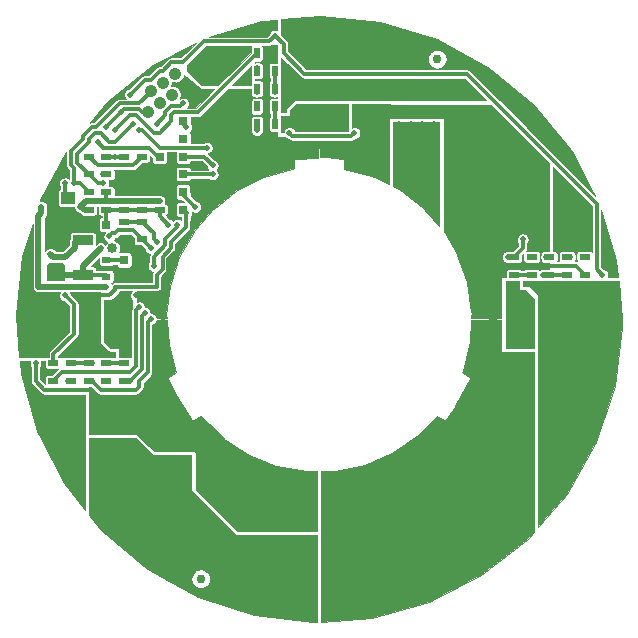
<source format=gbr>
G04 #@! TF.FileFunction,Copper,L2,Bot,Signal*
%FSLAX46Y46*%
G04 Gerber Fmt 4.6, Leading zero omitted, Abs format (unit mm)*
G04 Created by KiCad (PCBNEW 4.0.7) date 03/16/20 11:51:46*
%MOMM*%
%LPD*%
G01*
G04 APERTURE LIST*
%ADD10C,0.100000*%
%ADD11C,1.000000*%
%ADD12C,1.000000*%
%ADD13R,0.750000X0.800000*%
%ADD14C,5.999480*%
%ADD15R,0.700000X0.600000*%
%ADD16R,3.200000X1.000000*%
%ADD17R,1.000000X3.200000*%
%ADD18C,4.000500*%
%ADD19R,1.600000X1.000000*%
%ADD20R,0.800000X0.750000*%
%ADD21R,1.700000X0.900000*%
%ADD22R,0.900000X0.500000*%
%ADD23R,0.500000X0.900000*%
%ADD24R,1.250000X1.000000*%
%ADD25C,0.750000*%
%ADD26O,0.850000X0.850000*%
%ADD27C,0.500000*%
%ADD28C,0.650000*%
%ADD29C,0.300000*%
%ADD30C,0.500000*%
G04 APERTURE END LIST*
D10*
D11*
X-11425481Y19750208D03*
D12*
X-12175550Y20775048D02*
X-12175550Y20775048D01*
X-12450321Y19000139D02*
X-12450321Y19000139D01*
X-13200390Y20024978D02*
X-13200390Y20024978D01*
X-13475160Y18250070D02*
X-13475160Y18250070D01*
X-14225229Y19274909D02*
X-14225229Y19274909D01*
X-14500000Y17500000D02*
X-14500000Y17500000D01*
D13*
X-11500000Y16750000D03*
X-11500000Y15250000D03*
D14*
X3500000Y-22000000D03*
D15*
X-18000000Y5000000D03*
X-18000000Y3600000D03*
D16*
X-8000000Y16250000D03*
X-8000000Y22450000D03*
D17*
X16250000Y8000000D03*
X22450000Y8000000D03*
X-16250000Y-8000000D03*
X-22450000Y-8000000D03*
D14*
X-3500000Y-22000000D03*
D18*
X0Y23250000D03*
X23250000Y0D03*
X-23250000Y0D03*
D13*
X-13500000Y13750000D03*
X-13500000Y12250000D03*
X-11500000Y12250000D03*
X-11500000Y13750000D03*
X-11500000Y9250000D03*
X-11500000Y10750000D03*
D19*
X-22250000Y3750000D03*
X-22250000Y6750000D03*
D13*
X-16500000Y3500000D03*
X-16500000Y5000000D03*
D20*
X-19500000Y8000000D03*
X-18000000Y8000000D03*
D13*
X-2635Y14750000D03*
X-2635Y16250000D03*
D20*
X14750000Y6189D03*
X16250000Y6189D03*
X-15000000Y2000000D03*
X-16500000Y2000000D03*
D21*
X-20000000Y3750000D03*
X-20000000Y6650000D03*
D22*
X-19500000Y10750000D03*
X-19500000Y9250000D03*
X-15000000Y8250000D03*
X-15000000Y6750000D03*
X-22500000Y-3750000D03*
X-22500000Y-5250000D03*
X-16500000Y6750000D03*
X-16500000Y8250000D03*
D23*
X-5250000Y18000000D03*
X-3750000Y18000000D03*
X-5250000Y16500000D03*
X-3750000Y16500000D03*
D22*
X-19500000Y13750000D03*
X-19500000Y12250000D03*
X-15000000Y12250000D03*
X-15000000Y13750000D03*
D23*
X-5250000Y21000000D03*
X-3750000Y21000000D03*
X-5250000Y19500000D03*
X-3750000Y19500000D03*
D22*
X22500000Y5250000D03*
X22500000Y3750000D03*
X-18000000Y13750000D03*
X-18000000Y12250000D03*
X-16500000Y12250000D03*
X-16500000Y13750000D03*
X18000000Y5250000D03*
X18000000Y3750000D03*
X16500000Y5250000D03*
X16500000Y3750000D03*
D23*
X-5250000Y22500000D03*
X-3750000Y22500000D03*
D22*
X21000000Y5250000D03*
X21000000Y3750000D03*
X19500000Y5250000D03*
X19500000Y3750000D03*
X-18000000Y-5250000D03*
X-18000000Y-3750000D03*
X-16500000Y-5250000D03*
X-16500000Y-3750000D03*
X-21000000Y-5250000D03*
X-21000000Y-3750000D03*
X-19500000Y-5250000D03*
X-19500000Y-3750000D03*
X-18000000Y9250000D03*
X-18000000Y10750000D03*
X-16500000Y10750000D03*
X-16500000Y9250000D03*
X-13500000Y10750000D03*
X-13500000Y9250000D03*
X-15000000Y10750000D03*
X-15000000Y9250000D03*
D24*
X-21250000Y10250000D03*
X-21250000Y8250000D03*
D25*
X-10000000Y-22000000D03*
X10000000Y22000000D03*
D26*
X-17500000Y6000000D03*
D27*
X-11500000Y15250000D03*
X-9000000Y13000000D03*
X-10500000Y9500000D03*
X-5250000Y18000000D03*
X-5250000Y21250000D03*
X18000000Y5250000D03*
X21250000Y5250000D03*
X-21250000Y-5250000D03*
X-20750000Y11500000D03*
X-3000000Y17750000D03*
X-11250000Y16250000D03*
X1000000Y19500000D03*
D28*
X1000000Y22250000D03*
X-1000000Y24250000D03*
X1000000Y24250000D03*
X1500000Y23250000D03*
X-1000000Y22250000D03*
X-1500000Y23250000D03*
X0Y24750000D03*
X0Y21750000D03*
D27*
X1500000Y20000000D03*
X1500000Y19000000D03*
X500000Y20000000D03*
X0Y19500000D03*
X-1000000Y19500000D03*
X-1500000Y20000000D03*
X-1500000Y19000000D03*
X-500000Y20000000D03*
X-500000Y19000000D03*
X500000Y19000000D03*
X17750000Y3000000D03*
X-9000000Y12250000D03*
X19500000Y1000000D03*
D28*
X22250000Y1000000D03*
X22250000Y-1000000D03*
X24250000Y-1000000D03*
X23250000Y-1500000D03*
X24250000Y1006189D03*
X23250000Y1500000D03*
X21750000Y0D03*
X24750000Y0D03*
D27*
X20000000Y1500000D03*
X20000000Y500000D03*
X20095743Y-493811D03*
X19500000Y-1000000D03*
X20000000Y-1500000D03*
X19000000Y-1500000D03*
X19000000Y-500000D03*
X19500000Y0D03*
X19000000Y500000D03*
X19000000Y1500000D03*
X-24750000Y4500000D03*
X-24750000Y3500000D03*
X-24750000Y2500000D03*
X-17750000Y-3000000D03*
X-11250000Y9000000D03*
X-19500000Y-1000000D03*
X-20000000Y1500000D03*
X-20000000Y500000D03*
D28*
X-22250000Y-1000000D03*
X-22250000Y1000000D03*
X-24250000Y1000000D03*
X-24250000Y-1000000D03*
X-23250000Y-1500000D03*
X-23250000Y1500000D03*
X-21750000Y0D03*
X-24750000Y0D03*
D27*
X-19500000Y1000000D03*
X-20000000Y-500000D03*
X-20000000Y-1500000D03*
X-19000000Y-1500000D03*
X-19000000Y-500000D03*
X-19500000Y0D03*
X-19000000Y500000D03*
X-19000000Y1500000D03*
X-13750000Y6500000D03*
X9750000Y10000000D03*
X8750000Y10750000D03*
X9750000Y10750000D03*
X9750000Y9250000D03*
X8750000Y10000000D03*
X7750000Y10750000D03*
X1000000Y17250000D03*
X0Y17250000D03*
X-1000000Y17250000D03*
X500000Y16750000D03*
X9750000Y11500000D03*
X6750000Y11500000D03*
X7750000Y11500000D03*
X8750000Y11500000D03*
X9750000Y14500000D03*
X8750000Y14500000D03*
X7750000Y14500000D03*
X6750000Y14500000D03*
X7750000Y15500000D03*
X8750000Y15500000D03*
X9750000Y15500000D03*
X9750000Y16500000D03*
X8750000Y16500000D03*
X7750000Y16500000D03*
X6750000Y16500000D03*
X6750000Y15500000D03*
X0Y16250000D03*
X-16750000Y-1500000D03*
X-1500000Y16750000D03*
X-17250000Y1000000D03*
X-17250000Y0D03*
X-16750000Y-500000D03*
X-16750000Y1500000D03*
X17250000Y-1000000D03*
X16250000Y-1000000D03*
X16250000Y0D03*
X17250000Y0D03*
X16750000Y500000D03*
X16750000Y-500000D03*
X16750000Y-1500000D03*
X17750000Y-1500000D03*
X17845743Y-493811D03*
X17750000Y500000D03*
X17250000Y1000000D03*
X16750000Y1500000D03*
X17750000Y1500000D03*
X1500000Y16750000D03*
X-500000Y16750000D03*
X-1500000Y17750000D03*
X-502635Y17703189D03*
X500000Y17750000D03*
X1500000Y17750000D03*
X-16750000Y500000D03*
X-17250000Y-1000000D03*
X-17750000Y-1500000D03*
X-17750000Y-500000D03*
X-17750000Y500000D03*
X-23500000Y9500000D03*
X-18000000Y2750000D03*
X-16500000Y5000000D03*
X-15000000Y13750000D03*
X-17250000Y13750000D03*
X-12750000Y8000000D03*
X-5250000Y16000000D03*
X-5250000Y19250000D03*
X17250000Y6750000D03*
X16000000Y5250000D03*
X19250000Y5250000D03*
X-14000000Y4500000D03*
X-12000000Y8000000D03*
X-14750000Y500000D03*
X-16000000Y-5250000D03*
X-18000000Y-5250000D03*
X-14250000Y0D03*
X-19250000Y-5250000D03*
X-15234998Y1000000D03*
X-22500000Y-5250000D03*
X-13750000Y16500000D03*
X-11500000Y18250000D03*
X-9500000Y14500000D03*
X-2500000Y15750000D03*
X3000000Y15750000D03*
X22500000Y5250000D03*
X-15250000Y16000000D03*
X-17250000Y16000000D03*
X-5250000Y22500000D03*
D28*
X-16500000Y-15250000D03*
X-13250000Y-15250000D03*
X-11500000Y-15250000D03*
X-16500000Y-16750000D03*
X-14750000Y-15250000D03*
X-14750000Y-16750000D03*
X-11500000Y-16750000D03*
X-13250000Y-16750000D03*
X-11500000Y-13750000D03*
X-13250000Y-13750000D03*
X-13250000Y-12250000D03*
X-11500000Y-12250000D03*
X-16500000Y-13750000D03*
X-14750000Y-13750000D03*
X-14750000Y-12250000D03*
X-16500000Y-12250000D03*
X-3500000Y-24250000D03*
X-1250000Y-22000000D03*
X-5000000Y-23500000D03*
X-2000000Y-20500000D03*
X-5750000Y-21750000D03*
X-2000000Y-23500000D03*
X-5000000Y-20500000D03*
X-3500000Y-19750000D03*
D27*
X-6750000Y24250000D03*
X-6250000Y20250000D03*
X-9250000Y22750000D03*
X-8750000Y22250000D03*
X-8250000Y22750000D03*
X-7750000Y22250000D03*
X-7250000Y22750000D03*
X-6750000Y22250000D03*
X24750000Y4500000D03*
X22750000Y9250000D03*
X22250000Y8750000D03*
X22750000Y8250000D03*
X22250000Y7750000D03*
X22750000Y7250000D03*
X22250000Y6750000D03*
X-23250000Y-4500000D03*
X-22750000Y-9250000D03*
X-22250000Y-8750000D03*
X-22750000Y-8250000D03*
X-22750000Y-7250000D03*
X-22250000Y-6750000D03*
X-22250000Y-7750000D03*
X-3750000Y16500000D03*
X-3750000Y19250000D03*
X16500000Y3750000D03*
X19000000Y3750000D03*
X-16500000Y-3750000D03*
X-19250000Y-3750000D03*
X18500000Y6000000D03*
X-3000000Y13000000D03*
X-16750000Y19000000D03*
X3000000Y13000000D03*
X15750000Y16500000D03*
X12750000Y14500000D03*
X12750000Y15500000D03*
X12750000Y16500000D03*
X13750000Y16500000D03*
X13750000Y14500000D03*
X13750000Y15500000D03*
X14750000Y15500000D03*
X14750000Y16500000D03*
X15750000Y15500000D03*
X15750000Y14500000D03*
X14750000Y14500000D03*
X-8500000Y13500000D03*
X15750000Y-16750000D03*
X14750000Y-16750000D03*
X13750000Y-16750000D03*
X12750000Y-16750000D03*
X15750000Y-15750000D03*
X15750000Y-14750000D03*
X14750000Y-15750000D03*
X14750000Y-14750000D03*
X13750000Y-15750000D03*
X13750000Y-14750000D03*
X12750000Y-15750000D03*
X12750000Y-14750000D03*
X-8250000Y18500000D03*
X-10250000Y18500000D03*
X-22250000Y11500000D03*
X-24000000Y-3750000D03*
X-16500000Y3500000D03*
X-15500000Y3500000D03*
X16000000Y9250000D03*
X16500000Y8750000D03*
X16000000Y8250000D03*
X16500000Y7750000D03*
X16000000Y7250000D03*
X16500000Y6750000D03*
X-500000Y-16750000D03*
X-9250000Y16000000D03*
X-8750000Y16500000D03*
X-8250000Y16000000D03*
X-7750000Y16500000D03*
X-7250000Y16000000D03*
X-6750000Y16500000D03*
D28*
X2000000Y-23500000D03*
X3500000Y-24250000D03*
D27*
X-16000000Y-9250000D03*
X-16500000Y-8750000D03*
X-16000000Y-8250000D03*
X-16500000Y-7750000D03*
X-16000000Y-7250000D03*
X-16500000Y-6750000D03*
X-22250000Y6000000D03*
X-22250000Y9000000D03*
X-22250000Y8000000D03*
X-22250000Y7000000D03*
X-21750000Y7500000D03*
X-15500000Y2000000D03*
D28*
X3500000Y-19750000D03*
X5000000Y-23500000D03*
X1250000Y-22000000D03*
X2000000Y-20500000D03*
X5750000Y-22000000D03*
X5000000Y-20500000D03*
D27*
X-15000000Y5750000D03*
X-22750000Y8500000D03*
X-22750000Y6500000D03*
X-21750000Y6500000D03*
X-22750000Y7500000D03*
X-21750000Y8500000D03*
X-15750000Y10750000D03*
X-15750000Y12250000D03*
X-15000000Y11500000D03*
X-16500000Y11500000D03*
X-15750000Y11500000D03*
X-16500000Y10750000D03*
X-15000000Y10750000D03*
X-15000000Y12250000D03*
X-16500000Y12250000D03*
X-21000000Y3750000D03*
X-21500000Y2000000D03*
X24000000Y3750000D03*
X-16000000Y19000000D03*
X-16750000Y17500000D03*
X-3750000Y24000000D03*
X-18000000Y16250000D03*
X-18500000Y6000000D03*
X-18750000Y15000000D03*
X-13500000Y13750000D03*
X-13500000Y10000000D03*
X-20250000Y9500000D03*
X-21500000Y11500000D03*
X-17750000Y7000000D03*
X-14250000Y6000000D03*
X-15750000Y16500000D03*
X-18250000Y11500000D03*
X-18250000Y12250000D03*
X-22750000Y5500000D03*
X-20700002Y6500000D03*
D29*
X-11500000Y13750000D02*
X-9750000Y13750000D01*
X-9750000Y13750000D02*
X-9000000Y13000000D01*
X-11250000Y13750000D02*
X-11500000Y13750000D01*
X-10500000Y9500000D02*
X-11500000Y10500000D01*
X-20000000Y15500000D02*
X-19250000Y16250000D01*
X-20000000Y15250000D02*
X-20000000Y15500000D01*
X-21000000Y13000000D02*
X-21000000Y14250000D01*
X-21000000Y14250000D02*
X-20000000Y15250000D01*
X-19250000Y16250000D02*
X-18888002Y16250000D01*
X-18888002Y16250000D02*
X-16888002Y18250000D01*
X-16888002Y18250000D02*
X-15250000Y18250000D01*
X-15250000Y18250000D02*
X-14250000Y19250000D01*
X-19500000Y10750000D02*
X-20250000Y11500000D01*
X-20250000Y11500000D02*
X-20750000Y11500000D01*
X-20750000Y11500000D02*
X-20750000Y11853553D01*
X-21000000Y13000000D02*
X-21000010Y13000010D01*
X-20750000Y12750000D02*
X-21000000Y13000000D01*
X-20750000Y11853553D02*
X-20750000Y12750000D01*
X-11500000Y16750000D02*
X-11500000Y16500000D01*
X-11500000Y16500000D02*
X-11250000Y16250000D01*
X-11500000Y12250000D02*
X-9000000Y12250000D01*
X-24750000Y3500000D02*
X-24750000Y4500000D01*
X-23250000Y0D02*
X-23250000Y1000000D01*
X-23250000Y1000000D02*
X-24750000Y2500000D01*
X-17250000Y2500000D02*
X-17250000Y2750000D01*
X-17750000Y2000000D02*
X-17250000Y2500000D01*
X-18500000Y2000000D02*
X-17750000Y2000000D01*
X-19000000Y1500000D02*
X-18500000Y2000000D01*
X-13250000Y4250000D02*
X-13250000Y5250000D01*
X-13750000Y3750000D02*
X-13250000Y4250000D01*
X-13750000Y2750000D02*
X-13750000Y3750000D01*
X-17250000Y2750000D02*
X-13750000Y2750000D01*
X-13250000Y5250000D02*
X-12499992Y6000008D01*
X-12499992Y6000008D02*
X-12500000Y6000016D01*
X-12500000Y6000016D02*
X-12500000Y6500000D01*
X-12500000Y6500000D02*
X-11250000Y7750000D01*
X-11250000Y7750000D02*
X-11250000Y9000000D01*
X-15000000Y8250000D02*
X-16500000Y8250000D01*
X-14000000Y7250000D02*
X-15000000Y8250000D01*
X-14000000Y7250000D02*
X-13999999Y6749999D01*
X-13999999Y6749999D02*
X-13750000Y6500000D01*
D30*
X-18000000Y2750000D02*
X-23750000Y2750000D01*
X-23750000Y8750000D02*
X-23750000Y2750000D01*
D29*
X9750000Y14500000D02*
X9750000Y11500000D01*
X6750000Y14500000D02*
X6750000Y11500000D01*
X7750000Y14500000D02*
X7750000Y11500000D01*
X8750000Y14500000D02*
X8750000Y11500000D01*
D30*
X-16500000Y2000000D02*
X-16500000Y1750000D01*
X-16500000Y1750000D02*
X-16750000Y1500000D01*
X-23500000Y9500000D02*
X-23500000Y9000000D01*
X-23500000Y9000000D02*
X-23750000Y8750000D01*
D29*
X-16500000Y5000000D02*
X-18000000Y5000000D01*
X-19500000Y13750000D02*
X-18750000Y13000000D01*
X-18750000Y13000000D02*
X-15750000Y13000000D01*
X-15750000Y13000000D02*
X-15000000Y13750000D01*
X-17250000Y13750000D02*
X-18000000Y13750000D01*
X-16500000Y13750000D02*
X-17250000Y13750000D01*
X-13500000Y8750000D02*
X-13500000Y9250000D01*
X-12750000Y8000000D02*
X-13500000Y8750000D01*
X-15000000Y9250000D02*
X-13500000Y9250000D01*
X-18000000Y8000000D02*
X-18000000Y9250000D01*
X-16500000Y9250000D02*
X-15000000Y9250000D01*
X-18000000Y9250000D02*
X-16500000Y9250000D01*
X16500000Y5250000D02*
X17250000Y6000000D01*
X17250000Y6000000D02*
X17250000Y6750000D01*
X16000000Y5250000D02*
X16500000Y5250000D01*
X-15000000Y250000D02*
X-14750000Y500000D01*
X-15000000Y-4250000D02*
X-15000000Y250000D01*
X-16000000Y-5250000D02*
X-15000000Y-4250000D01*
X-14000000Y5250000D02*
X-14000000Y4500000D01*
X-14000000Y5250000D02*
X-13000000Y6250000D01*
X-12000000Y7750000D02*
X-12000000Y8000000D01*
X-13000000Y6750000D02*
X-12000000Y7750000D01*
X-13000000Y6250000D02*
X-13000000Y6750000D01*
X-16000000Y-5250000D02*
X-16500000Y-5250000D01*
X-14500000Y-4500000D02*
X-14500000Y-250000D01*
X-15250000Y-5250000D02*
X-14500000Y-4500000D01*
X-15500000Y-6000000D02*
X-15250000Y-5750000D01*
X-15250000Y-5750000D02*
X-15250000Y-5250000D01*
X-19250000Y-5250000D02*
X-18500000Y-6000000D01*
X-18500000Y-6000000D02*
X-15500000Y-6000000D01*
X-14500000Y-250000D02*
X-14250000Y0D01*
X-22500000Y-5250000D02*
X-21750000Y-4500000D01*
X-21750000Y-4500000D02*
X-16000000Y-4500000D01*
X-16000000Y-4500000D02*
X-15500000Y-4000000D01*
X-15500000Y-4000000D02*
X-15500000Y-3457120D01*
X-15500000Y-3457120D02*
X-15500018Y-3457102D01*
X-15500018Y-3457102D02*
X-15500018Y734980D01*
X-15500018Y734980D02*
X-15234998Y1000000D01*
X-13000000Y17250000D02*
X-13000000Y17500000D01*
X-13750000Y16500000D02*
X-13000000Y17250000D01*
X-13000000Y17500000D02*
X-12500000Y18000000D01*
X-12500000Y18000000D02*
X-11750000Y18000000D01*
X-11750000Y18000000D02*
X-11500000Y18250000D01*
X-2500000Y15750000D02*
X-2250001Y15500001D01*
X-2250001Y15500001D02*
X2750001Y15500001D01*
X2750001Y15500001D02*
X3000000Y15750000D01*
X-13500000Y14500000D02*
X-9500000Y14500000D01*
X-13500000Y14500000D02*
X-15000000Y16000000D01*
X-15000000Y16000000D02*
X-15250000Y16000000D01*
X-12500000Y16750000D02*
X-12500000Y17250000D01*
X-13500000Y15750000D02*
X-12500000Y16750000D01*
X-15249998Y16999998D02*
X-14000000Y15750000D01*
X-14000000Y15750000D02*
X-13500000Y15750000D01*
X-17250000Y16000000D02*
X-16000001Y17249999D01*
X-16000001Y17249999D02*
X-15500001Y17249999D01*
X-15500001Y17249999D02*
X-15249998Y16999998D01*
X-10250000Y17500000D02*
X-5250000Y22500000D01*
X-12250000Y17500000D02*
X-10250000Y17500000D01*
X-12500000Y17250000D02*
X-12250000Y17500000D01*
X-3750000Y18000000D02*
X-3750000Y16500000D01*
X-3750000Y21000000D02*
X-3750000Y19250000D01*
X16500000Y3750000D02*
X18000000Y3750000D01*
X19500000Y3750000D02*
X21000000Y3750000D01*
X-18000000Y-3750000D02*
X-16500000Y-3750000D01*
X-21000000Y-3750000D02*
X-19255000Y-3750000D01*
X18500000Y7750000D02*
X18500000Y6000000D01*
X16500000Y7750000D02*
X18500000Y7750000D01*
X-3000000Y14750000D02*
X-4500000Y14750000D01*
X-2635Y14750000D02*
X-3000000Y14750000D01*
X-3000000Y14750000D02*
X-3000000Y13000000D01*
X3000000Y14750000D02*
X3250000Y14750000D01*
X-2635Y14750000D02*
X3000000Y14750000D01*
X3000000Y14750000D02*
X3000000Y13250000D01*
X-18500000Y-6750000D02*
X-16500000Y-6750000D01*
X-19250000Y-6000000D02*
X-18500000Y-6750000D01*
X-13250000Y-4500000D02*
X-13250000Y-9250000D01*
X-16000000Y-9250000D02*
X-13250000Y-9250000D01*
X-13250000Y-9250000D02*
X-10750000Y-9250000D01*
X-10750000Y-9250000D02*
X-3250000Y-16750000D01*
X-3250000Y-16750000D02*
X-500000Y-16750000D01*
X12000000Y17250000D02*
X12750000Y16500000D01*
X4750000Y17250000D02*
X12000000Y17250000D01*
X4000000Y16500000D02*
X4750000Y17250000D01*
X3250000Y14750000D02*
X4000000Y15500000D01*
X4000000Y15500000D02*
X4000000Y16500000D01*
X14750000Y14500000D02*
X14750000Y4500000D01*
X14750000Y-14750000D02*
X14750000Y6189D01*
X-6750000Y14750000D02*
X-6750000Y16500000D01*
X-6750000Y12500000D02*
X-6750000Y14750000D01*
X-4500000Y14750000D02*
X-6750000Y14750000D01*
X-4500000Y15750000D02*
X-4500000Y14750000D01*
X21750000Y4500000D02*
X14750000Y4500000D01*
X14750000Y6189D02*
X14750000Y4500000D01*
X22500000Y3750000D02*
X21750000Y4500000D01*
X-8250000Y11500000D02*
X-7750000Y11500000D01*
X-10750000Y11500000D02*
X-8250000Y11500000D01*
X-8250000Y11500000D02*
X-8250000Y13250000D01*
X-8250000Y13250000D02*
X-8500000Y13500000D01*
X-9750000Y9250000D02*
X-9750000Y9750000D01*
X-7750000Y11500000D02*
X-6750000Y12500000D01*
X-13250000Y2000000D02*
X-13250000Y3500000D01*
X-13250000Y3500000D02*
X-12750000Y4000000D01*
X-12750000Y4000000D02*
X-12750000Y5042880D01*
X-12750000Y5042880D02*
X-11999984Y5792896D01*
X-11999984Y5792896D02*
X-11999984Y6249984D01*
X-10750000Y11500000D02*
X-12750000Y11500000D01*
X-11999984Y6249984D02*
X-10750000Y7499968D01*
X-9750000Y9750000D02*
X-10750000Y10750000D01*
X-10750000Y7499968D02*
X-10750000Y8250000D01*
X-10750000Y8250000D02*
X-9750000Y9250000D01*
X-10750000Y10750000D02*
X-10750000Y11500000D01*
X-12750000Y11500000D02*
X-13500000Y12250000D01*
X-4500000Y15750000D02*
X-4500000Y21750000D01*
X-4500000Y21750000D02*
X-3750000Y22500000D01*
X14750000Y6189D02*
X14743811Y6189D01*
X-13250000Y2000000D02*
X-13250000Y-4500000D01*
X-15000000Y2000000D02*
X-13792880Y2000000D01*
X-13792880Y2000000D02*
X-13250000Y2000000D01*
X-8250000Y18500000D02*
X-8250000Y16550000D01*
X-8250000Y16550000D02*
X-8000000Y16300000D01*
X-10250000Y18500000D02*
X-11500000Y19750000D01*
X-15249999Y5999999D02*
X-15000000Y5750000D01*
X-15499999Y5999999D02*
X-15249999Y5999999D01*
X-16250000Y6750000D02*
X-15499999Y5999999D01*
X-16500000Y6750000D02*
X-16250000Y6750000D01*
D30*
X-22750000Y11000000D02*
X-22250000Y11500000D01*
D29*
X-24000000Y-5250000D02*
X-24000000Y-3750000D01*
X-24000000Y-5250000D02*
X-23250000Y-6000000D01*
X-23250000Y-6000000D02*
X-19250000Y-6000000D01*
D30*
X-22250000Y9000000D02*
X-22250000Y7000000D01*
X-22750000Y9500000D02*
X-22250000Y9000000D01*
X-22750000Y11000000D02*
X-22750000Y9500000D01*
X-15500000Y2000000D02*
X-15000000Y2000000D01*
D29*
X-19500000Y8000000D02*
X-21000000Y8000000D01*
X-21000000Y8000000D02*
X-21250000Y8250000D01*
X-15000000Y12250000D02*
X-13500000Y12250000D01*
X-15000000Y10750000D02*
X-13500000Y10750000D01*
D30*
X-20000000Y3750000D02*
X-21000000Y3750000D01*
X-21000000Y3750000D02*
X-22250000Y3750000D01*
D29*
X-20750000Y1250000D02*
X-21500000Y2000000D01*
X-3750000Y24000000D02*
X-3000000Y23250000D01*
X-3000000Y23250000D02*
X-3000000Y22500000D01*
X-3000000Y22500000D02*
X-1250000Y20750000D01*
X20750000Y12500000D02*
X23500000Y9750000D01*
X23500000Y9750000D02*
X23500000Y4250000D01*
X23500000Y4250000D02*
X24000000Y3750000D01*
X-1250000Y20750000D02*
X12500000Y20750000D01*
X20750000Y12500000D02*
X12500000Y20750000D01*
X-3750000Y24000000D02*
X-4250000Y23500000D01*
X-4250000Y23500000D02*
X-9750000Y23500000D01*
X-9750000Y23500000D02*
X-11500000Y21750000D01*
X-11500000Y21750000D02*
X-12500000Y21750000D01*
X-12500000Y21750000D02*
X-13250000Y21000000D01*
X-14250000Y20250000D02*
X-14750000Y20250000D01*
X-13250000Y21000000D02*
X-13500000Y21000000D01*
X-13500000Y21000000D02*
X-14250000Y20250000D01*
X-14750000Y20250000D02*
X-16000000Y19000000D01*
X-15000002Y17500000D02*
X-14500000Y17500000D01*
X-15250001Y17749999D02*
X-15000002Y17500000D01*
X-16500001Y17749999D02*
X-15250001Y17749999D01*
X-16750000Y17500000D02*
X-16500001Y17749999D01*
X-18000000Y16250000D02*
X-16750000Y17500000D01*
X-13500000Y13750000D02*
X-13669998Y13750000D01*
X-13669998Y13750000D02*
X-14419998Y14500000D01*
X-14419998Y14500000D02*
X-18250000Y14500000D01*
X-18250000Y14500000D02*
X-18750000Y15000000D01*
X-20000000Y3750000D02*
X-18000000Y3750000D01*
D30*
X-20000000Y3750000D02*
X-20000000Y4500000D01*
X-20000000Y4500000D02*
X-18500000Y6000000D01*
D29*
X-20000000Y3750000D02*
X-19250000Y3750000D01*
D30*
X-18000000Y10000000D02*
X-13500000Y10000000D01*
X-19750000Y10000000D02*
X-18000000Y10000000D01*
D29*
X-18000000Y10000000D02*
X-18000000Y10750000D01*
D30*
X-20250000Y9500000D02*
X-19750000Y10000000D01*
D29*
X-20750000Y1250000D02*
X-20750000Y-1250000D01*
X-20750000Y-1250000D02*
X-22500000Y-3000000D01*
X-22500000Y-3000000D02*
X-22500000Y-3750000D01*
D30*
X-21750000Y4500000D02*
X-22750000Y3500000D01*
X-21750000Y4500000D02*
X-21750000Y3500000D01*
X-22750000Y3500000D02*
X-21750000Y3500000D01*
X-22750000Y4500000D02*
X-21750000Y3500000D01*
X-22750000Y4500000D02*
X-22750000Y3500000D01*
X-21750000Y4500000D02*
X-22750000Y4500000D01*
D29*
X-19500000Y9250000D02*
X-20000000Y9250000D01*
X-20000000Y9250000D02*
X-20250000Y9500000D01*
X-21500000Y11500000D02*
X-21500000Y10500000D01*
X-21500000Y10500000D02*
X-21250000Y10250000D01*
X-17750000Y7000000D02*
X-17500000Y7250000D01*
X-17500000Y7250000D02*
X-17250000Y7250000D01*
X-17250000Y7250000D02*
X-17000000Y7500000D01*
X-15000000Y6750000D02*
X-14250000Y6000000D01*
X-15750000Y7500000D02*
X-15000000Y6750000D01*
X-17000000Y7500000D02*
X-15750000Y7500000D01*
X-19500000Y12250000D02*
X-20500000Y13250000D01*
X-20500000Y13250000D02*
X-20500000Y14000000D01*
X-20500000Y14000000D02*
X-19500000Y15000000D01*
X-19500000Y15000000D02*
X-19500000Y15250000D01*
X-17250000Y15000000D02*
X-15750000Y16500000D01*
X-19500000Y15250000D02*
X-19000000Y15750000D01*
X-19000000Y15750000D02*
X-18500000Y15750000D01*
X-18500000Y15750000D02*
X-17750000Y15000000D01*
X-17750000Y15000000D02*
X-17250000Y15000000D01*
X-18750000Y11500000D02*
X-19500000Y12250000D01*
X-18250000Y11500000D02*
X-18750000Y11500000D01*
D30*
X-20700002Y6500000D02*
X-20700002Y6049998D01*
X-22750000Y5500000D02*
X-22500000Y5250000D01*
X-22500000Y5250000D02*
X-21500000Y5250000D01*
X-21500000Y5250000D02*
X-20700002Y6049998D01*
D10*
G36*
X-24250000Y2750000D02*
X-24245410Y2703183D01*
X-24241144Y2656309D01*
X-24240649Y2654627D01*
X-24240478Y2652883D01*
X-24226880Y2607845D01*
X-24213592Y2562697D01*
X-24212780Y2561143D01*
X-24212273Y2559465D01*
X-24190171Y2517896D01*
X-24168382Y2476218D01*
X-24167285Y2474853D01*
X-24166461Y2473304D01*
X-24136718Y2436836D01*
X-24107236Y2400168D01*
X-24105892Y2399040D01*
X-24104785Y2397683D01*
X-24068585Y2367735D01*
X-24032484Y2337443D01*
X-24030945Y2336597D01*
X-24029596Y2335481D01*
X-23988227Y2313112D01*
X-23946971Y2290432D01*
X-23945301Y2289902D01*
X-23943758Y2289068D01*
X-23898789Y2275148D01*
X-23853956Y2260926D01*
X-23852215Y2260731D01*
X-23850539Y2260212D01*
X-23803694Y2255288D01*
X-23756981Y2250049D01*
X-23753618Y2250025D01*
X-23753491Y2250012D01*
X-23753363Y2250024D01*
X-23750000Y2250000D01*
X-21934824Y2250000D01*
X-21940273Y2242042D01*
X-21978901Y2151916D01*
X-21999288Y2056004D01*
X-22000657Y1957959D01*
X-21982956Y1861515D01*
X-21946860Y1770345D01*
X-21893742Y1687924D01*
X-21825628Y1617389D01*
X-21745110Y1561427D01*
X-21655256Y1522171D01*
X-21568862Y1503176D01*
X-21150000Y1084314D01*
X-21150000Y-1084314D01*
X-22782843Y-2717157D01*
X-22806323Y-2745742D01*
X-22830045Y-2774013D01*
X-22831058Y-2775855D01*
X-22832394Y-2777482D01*
X-22849858Y-2810053D01*
X-22867654Y-2842423D01*
X-22868290Y-2844429D01*
X-22869284Y-2846282D01*
X-22880075Y-2881579D01*
X-22891259Y-2916835D01*
X-22891494Y-2918929D01*
X-22892108Y-2920938D01*
X-22895841Y-2957687D01*
X-22899961Y-2994415D01*
X-22899990Y-2998522D01*
X-22899998Y-2998604D01*
X-22899991Y-2998680D01*
X-22900000Y-3000000D01*
X-22900000Y-3200000D01*
X-25373684Y-3200000D01*
X-25672497Y358479D01*
X-25113940Y5338133D01*
X-24250000Y8061617D01*
X-24250000Y2750000D01*
X-24250000Y2750000D01*
G37*
X-24250000Y2750000D02*
X-24245410Y2703183D01*
X-24241144Y2656309D01*
X-24240649Y2654627D01*
X-24240478Y2652883D01*
X-24226880Y2607845D01*
X-24213592Y2562697D01*
X-24212780Y2561143D01*
X-24212273Y2559465D01*
X-24190171Y2517896D01*
X-24168382Y2476218D01*
X-24167285Y2474853D01*
X-24166461Y2473304D01*
X-24136718Y2436836D01*
X-24107236Y2400168D01*
X-24105892Y2399040D01*
X-24104785Y2397683D01*
X-24068585Y2367735D01*
X-24032484Y2337443D01*
X-24030945Y2336597D01*
X-24029596Y2335481D01*
X-23988227Y2313112D01*
X-23946971Y2290432D01*
X-23945301Y2289902D01*
X-23943758Y2289068D01*
X-23898789Y2275148D01*
X-23853956Y2260926D01*
X-23852215Y2260731D01*
X-23850539Y2260212D01*
X-23803694Y2255288D01*
X-23756981Y2250049D01*
X-23753618Y2250025D01*
X-23753491Y2250012D01*
X-23753363Y2250024D01*
X-23750000Y2250000D01*
X-21934824Y2250000D01*
X-21940273Y2242042D01*
X-21978901Y2151916D01*
X-21999288Y2056004D01*
X-22000657Y1957959D01*
X-21982956Y1861515D01*
X-21946860Y1770345D01*
X-21893742Y1687924D01*
X-21825628Y1617389D01*
X-21745110Y1561427D01*
X-21655256Y1522171D01*
X-21568862Y1503176D01*
X-21150000Y1084314D01*
X-21150000Y-1084314D01*
X-22782843Y-2717157D01*
X-22806323Y-2745742D01*
X-22830045Y-2774013D01*
X-22831058Y-2775855D01*
X-22832394Y-2777482D01*
X-22849858Y-2810053D01*
X-22867654Y-2842423D01*
X-22868290Y-2844429D01*
X-22869284Y-2846282D01*
X-22880075Y-2881579D01*
X-22891259Y-2916835D01*
X-22891494Y-2918929D01*
X-22892108Y-2920938D01*
X-22895841Y-2957687D01*
X-22899961Y-2994415D01*
X-22899990Y-2998522D01*
X-22899998Y-2998604D01*
X-22899991Y-2998680D01*
X-22900000Y-3000000D01*
X-22900000Y-3200000D01*
X-25373684Y-3200000D01*
X-25672497Y358479D01*
X-25113940Y5338133D01*
X-24250000Y8061617D01*
X-24250000Y2750000D01*
G36*
X-18550000Y-2000000D02*
X-18548020Y-2013930D01*
X-18542239Y-2026756D01*
X-18535355Y-2035355D01*
X-17785355Y-2785355D01*
X-17774106Y-2793805D01*
X-17760948Y-2798787D01*
X-17750000Y-2800000D01*
X-17300000Y-2800000D01*
X-17300000Y-3200000D01*
X-22100000Y-3200000D01*
X-22100000Y-3165686D01*
X-20467157Y-1532843D01*
X-20443677Y-1504258D01*
X-20419955Y-1475987D01*
X-20418942Y-1474145D01*
X-20417606Y-1472518D01*
X-20400142Y-1439947D01*
X-20382346Y-1407577D01*
X-20381710Y-1405571D01*
X-20380716Y-1403718D01*
X-20369912Y-1368380D01*
X-20358741Y-1333165D01*
X-20358507Y-1331076D01*
X-20357891Y-1329062D01*
X-20354153Y-1292263D01*
X-20350039Y-1255585D01*
X-20350010Y-1251478D01*
X-20350002Y-1251396D01*
X-20350009Y-1251320D01*
X-20350000Y-1250000D01*
X-20350000Y1250000D01*
X-20353607Y1286784D01*
X-20356826Y1323580D01*
X-20357413Y1325599D01*
X-20357618Y1327694D01*
X-20368301Y1363077D01*
X-20378606Y1398547D01*
X-20379574Y1400415D01*
X-20380182Y1402428D01*
X-20397531Y1435058D01*
X-20414532Y1467855D01*
X-20415844Y1469498D01*
X-20416832Y1471357D01*
X-20440202Y1500011D01*
X-20463236Y1528866D01*
X-20466124Y1531796D01*
X-20466172Y1531854D01*
X-20466226Y1531899D01*
X-20467157Y1532843D01*
X-21004086Y2069772D01*
X-21019024Y2145215D01*
X-21056390Y2235871D01*
X-21065777Y2250000D01*
X-18550000Y2250000D01*
X-18550000Y-2000000D01*
X-18550000Y-2000000D01*
G37*
X-18550000Y-2000000D02*
X-18548020Y-2013930D01*
X-18542239Y-2026756D01*
X-18535355Y-2035355D01*
X-17785355Y-2785355D01*
X-17774106Y-2793805D01*
X-17760948Y-2798787D01*
X-17750000Y-2800000D01*
X-17300000Y-2800000D01*
X-17300000Y-3200000D01*
X-22100000Y-3200000D01*
X-22100000Y-3165686D01*
X-20467157Y-1532843D01*
X-20443677Y-1504258D01*
X-20419955Y-1475987D01*
X-20418942Y-1474145D01*
X-20417606Y-1472518D01*
X-20400142Y-1439947D01*
X-20382346Y-1407577D01*
X-20381710Y-1405571D01*
X-20380716Y-1403718D01*
X-20369912Y-1368380D01*
X-20358741Y-1333165D01*
X-20358507Y-1331076D01*
X-20357891Y-1329062D01*
X-20354153Y-1292263D01*
X-20350039Y-1255585D01*
X-20350010Y-1251478D01*
X-20350002Y-1251396D01*
X-20350009Y-1251320D01*
X-20350000Y-1250000D01*
X-20350000Y1250000D01*
X-20353607Y1286784D01*
X-20356826Y1323580D01*
X-20357413Y1325599D01*
X-20357618Y1327694D01*
X-20368301Y1363077D01*
X-20378606Y1398547D01*
X-20379574Y1400415D01*
X-20380182Y1402428D01*
X-20397531Y1435058D01*
X-20414532Y1467855D01*
X-20415844Y1469498D01*
X-20416832Y1471357D01*
X-20440202Y1500011D01*
X-20463236Y1528866D01*
X-20466124Y1531796D01*
X-20466172Y1531854D01*
X-20466226Y1531899D01*
X-20467157Y1532843D01*
X-21004086Y2069772D01*
X-21019024Y2145215D01*
X-21056390Y2235871D01*
X-21065777Y2250000D01*
X-18550000Y2250000D01*
X-18550000Y-2000000D01*
G36*
X25675000Y0D02*
X25664990Y-716888D01*
X25036960Y-5688258D01*
X23455280Y-10442963D01*
X20980195Y-14799900D01*
X18550000Y-17615309D01*
X18550000Y2000000D01*
X18548020Y2013930D01*
X18542239Y2026756D01*
X18535355Y2035355D01*
X17785355Y2785355D01*
X17774106Y2793805D01*
X17760948Y2798787D01*
X17750000Y2800000D01*
X17300000Y2800000D01*
X17300000Y3200000D01*
X25361238Y3200000D01*
X25675000Y0D01*
X25675000Y0D01*
G37*
X25675000Y0D02*
X25664990Y-716888D01*
X25036960Y-5688258D01*
X23455280Y-10442963D01*
X20980195Y-14799900D01*
X18550000Y-17615309D01*
X18550000Y2000000D01*
X18548020Y2013930D01*
X18542239Y2026756D01*
X18535355Y2035355D01*
X17785355Y2785355D01*
X17774106Y2793805D01*
X17760948Y2798787D01*
X17750000Y2800000D01*
X17300000Y2800000D01*
X17300000Y3200000D01*
X25361238Y3200000D01*
X25675000Y0D01*
G36*
X-24478901Y-3598084D02*
X-24499288Y-3693996D01*
X-24500657Y-3792041D01*
X-24482956Y-3888485D01*
X-24446860Y-3979655D01*
X-24400000Y-4052366D01*
X-24400000Y-5250000D01*
X-24396393Y-5286784D01*
X-24393174Y-5323580D01*
X-24392587Y-5325599D01*
X-24392382Y-5327694D01*
X-24381699Y-5363077D01*
X-24371394Y-5398547D01*
X-24370426Y-5400415D01*
X-24369818Y-5402428D01*
X-24352469Y-5435058D01*
X-24335468Y-5467855D01*
X-24334156Y-5469498D01*
X-24333168Y-5471357D01*
X-24309807Y-5500000D01*
X-24286764Y-5528866D01*
X-24283876Y-5531796D01*
X-24283828Y-5531854D01*
X-24283774Y-5531899D01*
X-24282843Y-5532843D01*
X-23532843Y-6282843D01*
X-23504258Y-6306323D01*
X-23475987Y-6330045D01*
X-23474145Y-6331058D01*
X-23472518Y-6332394D01*
X-23439947Y-6349858D01*
X-23407577Y-6367654D01*
X-23405571Y-6368290D01*
X-23403718Y-6369284D01*
X-23368421Y-6380075D01*
X-23333165Y-6391259D01*
X-23331071Y-6391494D01*
X-23329062Y-6392108D01*
X-23292358Y-6395836D01*
X-23255585Y-6399961D01*
X-23251467Y-6399990D01*
X-23251396Y-6399997D01*
X-23251330Y-6399991D01*
X-23250000Y-6400000D01*
X-19800000Y-6400000D01*
X-19800000Y-16156112D01*
X-21581548Y-13908358D01*
X-23872011Y-9451598D01*
X-25253198Y-4634829D01*
X-25344293Y-3550000D01*
X-24458292Y-3550000D01*
X-24478901Y-3598084D01*
X-24478901Y-3598084D01*
G37*
X-24478901Y-3598084D02*
X-24499288Y-3693996D01*
X-24500657Y-3792041D01*
X-24482956Y-3888485D01*
X-24446860Y-3979655D01*
X-24400000Y-4052366D01*
X-24400000Y-5250000D01*
X-24396393Y-5286784D01*
X-24393174Y-5323580D01*
X-24392587Y-5325599D01*
X-24392382Y-5327694D01*
X-24381699Y-5363077D01*
X-24371394Y-5398547D01*
X-24370426Y-5400415D01*
X-24369818Y-5402428D01*
X-24352469Y-5435058D01*
X-24335468Y-5467855D01*
X-24334156Y-5469498D01*
X-24333168Y-5471357D01*
X-24309807Y-5500000D01*
X-24286764Y-5528866D01*
X-24283876Y-5531796D01*
X-24283828Y-5531854D01*
X-24283774Y-5531899D01*
X-24282843Y-5532843D01*
X-23532843Y-6282843D01*
X-23504258Y-6306323D01*
X-23475987Y-6330045D01*
X-23474145Y-6331058D01*
X-23472518Y-6332394D01*
X-23439947Y-6349858D01*
X-23407577Y-6367654D01*
X-23405571Y-6368290D01*
X-23403718Y-6369284D01*
X-23368421Y-6380075D01*
X-23333165Y-6391259D01*
X-23331071Y-6391494D01*
X-23329062Y-6392108D01*
X-23292358Y-6395836D01*
X-23255585Y-6399961D01*
X-23251467Y-6399990D01*
X-23251396Y-6399997D01*
X-23251330Y-6399991D01*
X-23250000Y-6400000D01*
X-19800000Y-6400000D01*
X-19800000Y-16156112D01*
X-21581548Y-13908358D01*
X-23872011Y-9451598D01*
X-25253198Y-4634829D01*
X-25344293Y-3550000D01*
X-24458292Y-3550000D01*
X-24478901Y-3598084D01*
G36*
X-23201209Y-4000000D02*
X-23198034Y-4039811D01*
X-23177123Y-4107336D01*
X-23138228Y-4166362D01*
X-23084429Y-4212214D01*
X-23019985Y-4241263D01*
X-22950000Y-4251209D01*
X-22066895Y-4251209D01*
X-22564477Y-4748791D01*
X-22950000Y-4748791D01*
X-22989811Y-4751966D01*
X-23057336Y-4772877D01*
X-23116362Y-4811772D01*
X-23162214Y-4865571D01*
X-23191263Y-4930015D01*
X-23201209Y-5000000D01*
X-23201209Y-5483105D01*
X-23600000Y-5084314D01*
X-23600000Y-4050406D01*
X-23563149Y-3998166D01*
X-23523267Y-3908588D01*
X-23501543Y-3812970D01*
X-23499979Y-3700972D01*
X-23519024Y-3604785D01*
X-23541605Y-3550000D01*
X-23201209Y-3550000D01*
X-23201209Y-4000000D01*
X-23201209Y-4000000D01*
G37*
X-23201209Y-4000000D02*
X-23198034Y-4039811D01*
X-23177123Y-4107336D01*
X-23138228Y-4166362D01*
X-23084429Y-4212214D01*
X-23019985Y-4241263D01*
X-22950000Y-4251209D01*
X-22066895Y-4251209D01*
X-22564477Y-4748791D01*
X-22950000Y-4748791D01*
X-22989811Y-4751966D01*
X-23057336Y-4772877D01*
X-23116362Y-4811772D01*
X-23162214Y-4865571D01*
X-23191263Y-4930015D01*
X-23201209Y-5000000D01*
X-23201209Y-5483105D01*
X-23600000Y-5084314D01*
X-23600000Y-4050406D01*
X-23563149Y-3998166D01*
X-23523267Y-3908588D01*
X-23501543Y-3812970D01*
X-23499979Y-3700972D01*
X-23519024Y-3604785D01*
X-23541605Y-3550000D01*
X-23201209Y-3550000D01*
X-23201209Y-4000000D01*
G36*
X-14035355Y-11535355D02*
X-14024106Y-11543805D01*
X-14010948Y-11548787D01*
X-14000000Y-11550000D01*
X-10800000Y-11550000D01*
X-10800000Y-14500000D01*
X-10798020Y-14513930D01*
X-10792239Y-14526756D01*
X-10785355Y-14535355D01*
X-7035355Y-18285355D01*
X-7024106Y-18293805D01*
X-7010948Y-18298787D01*
X-7000000Y-18300000D01*
X-175000Y-18300000D01*
X-175000Y-25641461D01*
X-537697Y-25669369D01*
X-5513330Y-25076061D01*
X-10278961Y-23527613D01*
X-12891944Y-22067266D01*
X-10801052Y-22067266D01*
X-10772730Y-22221577D01*
X-10714976Y-22367448D01*
X-10629988Y-22499323D01*
X-10521005Y-22612179D01*
X-10392176Y-22701717D01*
X-10248410Y-22764527D01*
X-10095182Y-22798216D01*
X-9938328Y-22801502D01*
X-9783823Y-22774258D01*
X-9637553Y-22717524D01*
X-9505088Y-22633459D01*
X-9391474Y-22525266D01*
X-9301038Y-22397066D01*
X-9237226Y-22253741D01*
X-9202468Y-22100752D01*
X-9199966Y-21921556D01*
X-9230439Y-21767656D01*
X-9290224Y-21622605D01*
X-9377045Y-21491930D01*
X-9487593Y-21380607D01*
X-9617659Y-21292876D01*
X-9762289Y-21232079D01*
X-9915973Y-21200533D01*
X-10072857Y-21199437D01*
X-10226966Y-21228835D01*
X-10372430Y-21287607D01*
X-10503709Y-21373513D01*
X-10615801Y-21483282D01*
X-10704438Y-21612732D01*
X-10766242Y-21756934D01*
X-10798861Y-21910393D01*
X-10801052Y-22067266D01*
X-12891944Y-22067266D01*
X-14653071Y-21083006D01*
X-18469049Y-17835354D01*
X-19450000Y-16597702D01*
X-19450000Y-10050000D01*
X-15520710Y-10050000D01*
X-14035355Y-11535355D01*
X-14035355Y-11535355D01*
G37*
X-14035355Y-11535355D02*
X-14024106Y-11543805D01*
X-14010948Y-11548787D01*
X-14000000Y-11550000D01*
X-10800000Y-11550000D01*
X-10800000Y-14500000D01*
X-10798020Y-14513930D01*
X-10792239Y-14526756D01*
X-10785355Y-14535355D01*
X-7035355Y-18285355D01*
X-7024106Y-18293805D01*
X-7010948Y-18298787D01*
X-7000000Y-18300000D01*
X-175000Y-18300000D01*
X-175000Y-25641461D01*
X-537697Y-25669369D01*
X-5513330Y-25076061D01*
X-10278961Y-23527613D01*
X-12891944Y-22067266D01*
X-10801052Y-22067266D01*
X-10772730Y-22221577D01*
X-10714976Y-22367448D01*
X-10629988Y-22499323D01*
X-10521005Y-22612179D01*
X-10392176Y-22701717D01*
X-10248410Y-22764527D01*
X-10095182Y-22798216D01*
X-9938328Y-22801502D01*
X-9783823Y-22774258D01*
X-9637553Y-22717524D01*
X-9505088Y-22633459D01*
X-9391474Y-22525266D01*
X-9301038Y-22397066D01*
X-9237226Y-22253741D01*
X-9202468Y-22100752D01*
X-9199966Y-21921556D01*
X-9230439Y-21767656D01*
X-9290224Y-21622605D01*
X-9377045Y-21491930D01*
X-9487593Y-21380607D01*
X-9617659Y-21292876D01*
X-9762289Y-21232079D01*
X-9915973Y-21200533D01*
X-10072857Y-21199437D01*
X-10226966Y-21228835D01*
X-10372430Y-21287607D01*
X-10503709Y-21373513D01*
X-10615801Y-21483282D01*
X-10704438Y-21612732D01*
X-10766242Y-21756934D01*
X-10798861Y-21910393D01*
X-10801052Y-22067266D01*
X-12891944Y-22067266D01*
X-14653071Y-21083006D01*
X-18469049Y-17835354D01*
X-19450000Y-16597702D01*
X-19450000Y-10050000D01*
X-15520710Y-10050000D01*
X-14035355Y-11535355D01*
G36*
X10200000Y7892250D02*
X8755541Y9507174D01*
X8747212Y9514830D01*
X8738967Y9522624D01*
X8737580Y9523684D01*
X6742173Y11026739D01*
X6732482Y11032652D01*
X6722914Y11038675D01*
X6721348Y11039445D01*
X6300000Y11243034D01*
X6300000Y16700000D01*
X10200000Y16700000D01*
X10200000Y7892250D01*
X10200000Y7892250D01*
G37*
X10200000Y7892250D02*
X8755541Y9507174D01*
X8747212Y9514830D01*
X8738967Y9522624D01*
X8737580Y9523684D01*
X6742173Y11026739D01*
X6732482Y11032652D01*
X6722914Y11038675D01*
X6721348Y11039445D01*
X6300000Y11243034D01*
X6300000Y16700000D01*
X10200000Y16700000D01*
X10200000Y7892250D01*
G36*
X15450000Y-2750000D02*
X15451980Y-2763930D01*
X15457761Y-2776756D01*
X15466888Y-2787464D01*
X15478636Y-2795206D01*
X15492076Y-2799368D01*
X15500000Y-2800000D01*
X18200000Y-2800000D01*
X18200000Y-18020788D01*
X17705982Y-18593113D01*
X13757353Y-21678119D01*
X9284711Y-23937414D01*
X4458417Y-25284939D01*
X175000Y-25614530D01*
X175000Y-12862757D01*
X1395716Y-12848832D01*
X1406992Y-12847596D01*
X1418256Y-12846521D01*
X1419965Y-12846174D01*
X1419967Y-12846174D01*
X1419969Y-12846173D01*
X3864820Y-12333031D01*
X3875585Y-12329646D01*
X3886482Y-12326387D01*
X3888092Y-12325714D01*
X6186713Y-11347470D01*
X6196623Y-11342055D01*
X6206672Y-11336745D01*
X6208121Y-11335772D01*
X8272956Y-9929687D01*
X8281655Y-9922425D01*
X8290452Y-9915289D01*
X8291684Y-9914054D01*
X9976460Y-8202390D01*
X10593468Y-8558864D01*
X10600890Y-8562233D01*
X10604144Y-8564139D01*
X10608168Y-8565537D01*
X10615682Y-8568948D01*
X10622793Y-8570618D01*
X10627188Y-8572145D01*
X10632390Y-8572872D01*
X10639432Y-8574526D01*
X10645837Y-8574752D01*
X10651348Y-8575522D01*
X10657621Y-8575167D01*
X10663812Y-8575385D01*
X10669224Y-8574510D01*
X10675706Y-8574143D01*
X10682810Y-8572313D01*
X10687895Y-8571491D01*
X10692174Y-8569901D01*
X10699330Y-8568058D01*
X10706845Y-8564450D01*
X10710763Y-8562995D01*
X10713916Y-8561057D01*
X10721323Y-8557501D01*
X10728753Y-8551934D01*
X10731546Y-8550217D01*
X10733676Y-8548245D01*
X10740847Y-8542873D01*
X10747612Y-8535349D01*
X10749450Y-8533648D01*
X10750753Y-8531855D01*
X10757158Y-8524732D01*
X10758183Y-8523319D01*
X11546439Y-7420594D01*
X11550609Y-7413359D01*
X11555217Y-7406398D01*
X11556023Y-7404850D01*
X12765275Y-5041947D01*
X12768439Y-5033914D01*
X12772061Y-5026070D01*
X12772904Y-5022579D01*
X12774216Y-5019249D01*
X12775759Y-5010763D01*
X12777789Y-5002357D01*
X12777938Y-4998772D01*
X12778579Y-4995246D01*
X12778444Y-4986616D01*
X12778803Y-4977983D01*
X12778253Y-4974439D01*
X12778197Y-4970853D01*
X12776388Y-4962414D01*
X12775063Y-4953875D01*
X12773833Y-4950500D01*
X12773083Y-4947000D01*
X12769673Y-4939081D01*
X12766712Y-4930953D01*
X12764852Y-4927884D01*
X12763435Y-4924593D01*
X12758548Y-4917482D01*
X12754068Y-4910090D01*
X12751647Y-4907440D01*
X12749617Y-4904487D01*
X12743431Y-4898449D01*
X12737611Y-4892081D01*
X12734730Y-4889958D01*
X12732159Y-4887449D01*
X12724925Y-4882733D01*
X12717971Y-4877609D01*
X12716465Y-4876727D01*
X12106599Y-4524881D01*
X12161472Y-4377163D01*
X12162973Y-4371471D01*
X12165042Y-4365965D01*
X12165481Y-4364276D01*
X12777840Y-1942328D01*
X12779529Y-1931147D01*
X12781381Y-1919947D01*
X12781484Y-1918205D01*
X12879038Y-50000D01*
X15450000Y-50000D01*
X15450000Y-2750000D01*
X15450000Y-2750000D01*
G37*
X15450000Y-2750000D02*
X15451980Y-2763930D01*
X15457761Y-2776756D01*
X15466888Y-2787464D01*
X15478636Y-2795206D01*
X15492076Y-2799368D01*
X15500000Y-2800000D01*
X18200000Y-2800000D01*
X18200000Y-18020788D01*
X17705982Y-18593113D01*
X13757353Y-21678119D01*
X9284711Y-23937414D01*
X4458417Y-25284939D01*
X175000Y-25614530D01*
X175000Y-12862757D01*
X1395716Y-12848832D01*
X1406992Y-12847596D01*
X1418256Y-12846521D01*
X1419965Y-12846174D01*
X1419967Y-12846174D01*
X1419969Y-12846173D01*
X3864820Y-12333031D01*
X3875585Y-12329646D01*
X3886482Y-12326387D01*
X3888092Y-12325714D01*
X6186713Y-11347470D01*
X6196623Y-11342055D01*
X6206672Y-11336745D01*
X6208121Y-11335772D01*
X8272956Y-9929687D01*
X8281655Y-9922425D01*
X8290452Y-9915289D01*
X8291684Y-9914054D01*
X9976460Y-8202390D01*
X10593468Y-8558864D01*
X10600890Y-8562233D01*
X10604144Y-8564139D01*
X10608168Y-8565537D01*
X10615682Y-8568948D01*
X10622793Y-8570618D01*
X10627188Y-8572145D01*
X10632390Y-8572872D01*
X10639432Y-8574526D01*
X10645837Y-8574752D01*
X10651348Y-8575522D01*
X10657621Y-8575167D01*
X10663812Y-8575385D01*
X10669224Y-8574510D01*
X10675706Y-8574143D01*
X10682810Y-8572313D01*
X10687895Y-8571491D01*
X10692174Y-8569901D01*
X10699330Y-8568058D01*
X10706845Y-8564450D01*
X10710763Y-8562995D01*
X10713916Y-8561057D01*
X10721323Y-8557501D01*
X10728753Y-8551934D01*
X10731546Y-8550217D01*
X10733676Y-8548245D01*
X10740847Y-8542873D01*
X10747612Y-8535349D01*
X10749450Y-8533648D01*
X10750753Y-8531855D01*
X10757158Y-8524732D01*
X10758183Y-8523319D01*
X11546439Y-7420594D01*
X11550609Y-7413359D01*
X11555217Y-7406398D01*
X11556023Y-7404850D01*
X12765275Y-5041947D01*
X12768439Y-5033914D01*
X12772061Y-5026070D01*
X12772904Y-5022579D01*
X12774216Y-5019249D01*
X12775759Y-5010763D01*
X12777789Y-5002357D01*
X12777938Y-4998772D01*
X12778579Y-4995246D01*
X12778444Y-4986616D01*
X12778803Y-4977983D01*
X12778253Y-4974439D01*
X12778197Y-4970853D01*
X12776388Y-4962414D01*
X12775063Y-4953875D01*
X12773833Y-4950500D01*
X12773083Y-4947000D01*
X12769673Y-4939081D01*
X12766712Y-4930953D01*
X12764852Y-4927884D01*
X12763435Y-4924593D01*
X12758548Y-4917482D01*
X12754068Y-4910090D01*
X12751647Y-4907440D01*
X12749617Y-4904487D01*
X12743431Y-4898449D01*
X12737611Y-4892081D01*
X12734730Y-4889958D01*
X12732159Y-4887449D01*
X12724925Y-4882733D01*
X12717971Y-4877609D01*
X12716465Y-4876727D01*
X12106599Y-4524881D01*
X12161472Y-4377163D01*
X12162973Y-4371471D01*
X12165042Y-4365965D01*
X12165481Y-4364276D01*
X12777840Y-1942328D01*
X12779529Y-1931147D01*
X12781381Y-1919947D01*
X12781484Y-1918205D01*
X12879038Y-50000D01*
X15450000Y-50000D01*
X15450000Y-2750000D01*
G36*
X-15884875Y2322949D02*
X-15940273Y2242042D01*
X-15978901Y2151916D01*
X-15999288Y2056004D01*
X-16000657Y1957959D01*
X-15982956Y1861515D01*
X-15946860Y1770345D01*
X-15893742Y1687924D01*
X-15825628Y1617389D01*
X-15800000Y1599577D01*
X-15800000Y996958D01*
X-15806341Y989238D01*
X-15830063Y960967D01*
X-15831076Y959125D01*
X-15832412Y957498D01*
X-15849876Y924927D01*
X-15867672Y892557D01*
X-15868308Y890551D01*
X-15869302Y888698D01*
X-15880093Y853401D01*
X-15891277Y818145D01*
X-15891512Y816051D01*
X-15892126Y814042D01*
X-15895859Y777293D01*
X-15899979Y740565D01*
X-15900008Y736458D01*
X-15900016Y736376D01*
X-15900009Y736300D01*
X-15900018Y734980D01*
X-15900018Y-3200000D01*
X-16950000Y-3200000D01*
X-16950000Y-2500000D01*
X-16951980Y-2486070D01*
X-16957761Y-2473244D01*
X-16966888Y-2462536D01*
X-16978636Y-2454794D01*
X-16992076Y-2450632D01*
X-17000000Y-2450000D01*
X-17729290Y-2450000D01*
X-18200000Y-1979290D01*
X-18200000Y1600000D01*
X-17750000Y1600000D01*
X-17713216Y1603607D01*
X-17676420Y1606826D01*
X-17674401Y1607413D01*
X-17672306Y1607618D01*
X-17636923Y1618301D01*
X-17601453Y1628606D01*
X-17599585Y1629574D01*
X-17597572Y1630182D01*
X-17564942Y1647531D01*
X-17532145Y1664532D01*
X-17530502Y1665844D01*
X-17528643Y1666832D01*
X-17499989Y1690202D01*
X-17471134Y1713236D01*
X-17468204Y1716124D01*
X-17468146Y1716172D01*
X-17468101Y1716226D01*
X-17467157Y1717157D01*
X-16967157Y2217157D01*
X-16943677Y2245742D01*
X-16919955Y2274013D01*
X-16918942Y2275855D01*
X-16917606Y2277482D01*
X-16900142Y2310053D01*
X-16882346Y2342423D01*
X-16881710Y2344429D01*
X-16880716Y2346282D01*
X-16879579Y2350000D01*
X-15857251Y2350000D01*
X-15884875Y2322949D01*
X-15884875Y2322949D01*
G37*
X-15884875Y2322949D02*
X-15940273Y2242042D01*
X-15978901Y2151916D01*
X-15999288Y2056004D01*
X-16000657Y1957959D01*
X-15982956Y1861515D01*
X-15946860Y1770345D01*
X-15893742Y1687924D01*
X-15825628Y1617389D01*
X-15800000Y1599577D01*
X-15800000Y996958D01*
X-15806341Y989238D01*
X-15830063Y960967D01*
X-15831076Y959125D01*
X-15832412Y957498D01*
X-15849876Y924927D01*
X-15867672Y892557D01*
X-15868308Y890551D01*
X-15869302Y888698D01*
X-15880093Y853401D01*
X-15891277Y818145D01*
X-15891512Y816051D01*
X-15892126Y814042D01*
X-15895859Y777293D01*
X-15899979Y740565D01*
X-15900008Y736458D01*
X-15900016Y736376D01*
X-15900009Y736300D01*
X-15900018Y734980D01*
X-15900018Y-3200000D01*
X-16950000Y-3200000D01*
X-16950000Y-2500000D01*
X-16951980Y-2486070D01*
X-16957761Y-2473244D01*
X-16966888Y-2462536D01*
X-16978636Y-2454794D01*
X-16992076Y-2450632D01*
X-17000000Y-2450000D01*
X-17729290Y-2450000D01*
X-18200000Y-1979290D01*
X-18200000Y1600000D01*
X-17750000Y1600000D01*
X-17713216Y1603607D01*
X-17676420Y1606826D01*
X-17674401Y1607413D01*
X-17672306Y1607618D01*
X-17636923Y1618301D01*
X-17601453Y1628606D01*
X-17599585Y1629574D01*
X-17597572Y1630182D01*
X-17564942Y1647531D01*
X-17532145Y1664532D01*
X-17530502Y1665844D01*
X-17528643Y1666832D01*
X-17499989Y1690202D01*
X-17471134Y1713236D01*
X-17468204Y1716124D01*
X-17468146Y1716172D01*
X-17468101Y1716226D01*
X-17467157Y1717157D01*
X-16967157Y2217157D01*
X-16943677Y2245742D01*
X-16919955Y2274013D01*
X-16918942Y2275855D01*
X-16917606Y2277482D01*
X-16900142Y2310053D01*
X-16882346Y2342423D01*
X-16881710Y2344429D01*
X-16880716Y2346282D01*
X-16879579Y2350000D01*
X-15857251Y2350000D01*
X-15884875Y2322949D01*
G36*
X16950000Y2500000D02*
X16951980Y2486070D01*
X16957761Y2473244D01*
X16966888Y2462536D01*
X16978636Y2454794D01*
X16992076Y2450632D01*
X17000000Y2450000D01*
X17479290Y2450000D01*
X18200000Y1729290D01*
X18200000Y-2450000D01*
X15800000Y-2450000D01*
X15800000Y3200000D01*
X16950000Y3200000D01*
X16950000Y2500000D01*
X16950000Y2500000D01*
G37*
X16950000Y2500000D02*
X16951980Y2486070D01*
X16957761Y2473244D01*
X16966888Y2462536D01*
X16978636Y2454794D01*
X16992076Y2450632D01*
X17000000Y2450000D01*
X17479290Y2450000D01*
X18200000Y1729290D01*
X18200000Y-2450000D01*
X15800000Y-2450000D01*
X15800000Y3200000D01*
X16950000Y3200000D01*
X16950000Y2500000D01*
G36*
X25186024Y4986967D02*
X25326920Y3550000D01*
X24458296Y3550000D01*
X24476733Y3591412D01*
X24498457Y3687030D01*
X24500021Y3799028D01*
X24480976Y3895215D01*
X24443610Y3985871D01*
X24389347Y4067544D01*
X24320254Y4137120D01*
X24238963Y4191952D01*
X24148569Y4229950D01*
X24069507Y4246179D01*
X23900000Y4415686D01*
X23900000Y9246482D01*
X25186024Y4986967D01*
X25186024Y4986967D01*
G37*
X25186024Y4986967D02*
X25326920Y3550000D01*
X24458296Y3550000D01*
X24476733Y3591412D01*
X24498457Y3687030D01*
X24500021Y3799028D01*
X24480976Y3895215D01*
X24443610Y3985871D01*
X24389347Y4067544D01*
X24320254Y4137120D01*
X24238963Y4191952D01*
X24148569Y4229950D01*
X24069507Y4246179D01*
X23900000Y4415686D01*
X23900000Y9246482D01*
X25186024Y4986967D01*
G36*
X22714645Y9964645D02*
X22725894Y9956195D01*
X22729475Y9954839D01*
X23100000Y9584314D01*
X23100000Y5698943D01*
X23084429Y5712214D01*
X23019985Y5741263D01*
X22950000Y5751209D01*
X22050000Y5751209D01*
X22010189Y5748034D01*
X21942664Y5727123D01*
X21883638Y5688228D01*
X21837786Y5634429D01*
X21808737Y5569985D01*
X21798791Y5500000D01*
X21798791Y5000000D01*
X21801966Y4960189D01*
X21822854Y4892739D01*
X21792313Y4895841D01*
X21755585Y4899961D01*
X21751478Y4899990D01*
X21751396Y4899998D01*
X21751320Y4899991D01*
X21750000Y4900000D01*
X21677733Y4900000D01*
X21691263Y4930015D01*
X21701209Y5000000D01*
X21701209Y5034083D01*
X21726733Y5091412D01*
X21748457Y5187030D01*
X21750021Y5299028D01*
X21730976Y5395215D01*
X21701209Y5467435D01*
X21701209Y5500000D01*
X21698034Y5539811D01*
X21677123Y5607336D01*
X21638228Y5666362D01*
X21584429Y5712214D01*
X21519985Y5741263D01*
X21450000Y5751209D01*
X20550000Y5751209D01*
X20510189Y5748034D01*
X20442664Y5727123D01*
X20383638Y5688228D01*
X20337786Y5634429D01*
X20308737Y5569985D01*
X20298791Y5500000D01*
X20298791Y5000000D01*
X20301966Y4960189D01*
X20320605Y4900000D01*
X20177733Y4900000D01*
X20191263Y4930015D01*
X20201209Y5000000D01*
X20201209Y5500000D01*
X20198034Y5539811D01*
X20177123Y5607336D01*
X20138228Y5666362D01*
X20084429Y5712214D01*
X20019985Y5741263D01*
X19950000Y5751209D01*
X19800000Y5751209D01*
X19800000Y12879290D01*
X22714645Y9964645D01*
X22714645Y9964645D01*
G37*
X22714645Y9964645D02*
X22725894Y9956195D01*
X22729475Y9954839D01*
X23100000Y9584314D01*
X23100000Y5698943D01*
X23084429Y5712214D01*
X23019985Y5741263D01*
X22950000Y5751209D01*
X22050000Y5751209D01*
X22010189Y5748034D01*
X21942664Y5727123D01*
X21883638Y5688228D01*
X21837786Y5634429D01*
X21808737Y5569985D01*
X21798791Y5500000D01*
X21798791Y5000000D01*
X21801966Y4960189D01*
X21822854Y4892739D01*
X21792313Y4895841D01*
X21755585Y4899961D01*
X21751478Y4899990D01*
X21751396Y4899998D01*
X21751320Y4899991D01*
X21750000Y4900000D01*
X21677733Y4900000D01*
X21691263Y4930015D01*
X21701209Y5000000D01*
X21701209Y5034083D01*
X21726733Y5091412D01*
X21748457Y5187030D01*
X21750021Y5299028D01*
X21730976Y5395215D01*
X21701209Y5467435D01*
X21701209Y5500000D01*
X21698034Y5539811D01*
X21677123Y5607336D01*
X21638228Y5666362D01*
X21584429Y5712214D01*
X21519985Y5741263D01*
X21450000Y5751209D01*
X20550000Y5751209D01*
X20510189Y5748034D01*
X20442664Y5727123D01*
X20383638Y5688228D01*
X20337786Y5634429D01*
X20308737Y5569985D01*
X20298791Y5500000D01*
X20298791Y5000000D01*
X20301966Y4960189D01*
X20320605Y4900000D01*
X20177733Y4900000D01*
X20191263Y4930015D01*
X20201209Y5000000D01*
X20201209Y5500000D01*
X20198034Y5539811D01*
X20177123Y5607336D01*
X20138228Y5666362D01*
X20084429Y5712214D01*
X20019985Y5741263D01*
X19950000Y5751209D01*
X19800000Y5751209D01*
X19800000Y12879290D01*
X22714645Y9964645D01*
G36*
X5162676Y25150595D02*
X9949463Y23668836D01*
X14357278Y21285540D01*
X18218229Y18091483D01*
X21385253Y14208328D01*
X23398217Y10422493D01*
X15285355Y18535355D01*
X15274106Y18543805D01*
X15270525Y18545161D01*
X12782843Y21032843D01*
X12754258Y21056323D01*
X12725987Y21080045D01*
X12724145Y21081058D01*
X12722518Y21082394D01*
X12689947Y21099858D01*
X12657577Y21117654D01*
X12655571Y21118290D01*
X12653718Y21119284D01*
X12618421Y21130075D01*
X12583165Y21141259D01*
X12581071Y21141494D01*
X12579062Y21142108D01*
X12542313Y21145841D01*
X12505585Y21149961D01*
X12501478Y21149990D01*
X12501396Y21149998D01*
X12501320Y21149991D01*
X12500000Y21150000D01*
X-1084314Y21150000D01*
X-1867048Y21932734D01*
X9198948Y21932734D01*
X9227270Y21778423D01*
X9285024Y21632552D01*
X9370012Y21500677D01*
X9478995Y21387821D01*
X9607824Y21298283D01*
X9751590Y21235473D01*
X9904818Y21201784D01*
X10061672Y21198498D01*
X10216177Y21225742D01*
X10362447Y21282476D01*
X10494912Y21366541D01*
X10608526Y21474734D01*
X10698962Y21602934D01*
X10762774Y21746259D01*
X10797532Y21899248D01*
X10800034Y22078444D01*
X10769561Y22232344D01*
X10709776Y22377395D01*
X10622955Y22508070D01*
X10512407Y22619393D01*
X10382341Y22707124D01*
X10237711Y22767921D01*
X10084027Y22799467D01*
X9927143Y22800563D01*
X9773034Y22771165D01*
X9627570Y22712393D01*
X9496291Y22626487D01*
X9384199Y22516718D01*
X9295562Y22387268D01*
X9233758Y22243066D01*
X9201139Y22089607D01*
X9198948Y21932734D01*
X-1867048Y21932734D01*
X-2600000Y22665686D01*
X-2600000Y23250000D01*
X-2603607Y23286784D01*
X-2606826Y23323580D01*
X-2607413Y23325599D01*
X-2607618Y23327694D01*
X-2618301Y23363077D01*
X-2628606Y23398547D01*
X-2629574Y23400415D01*
X-2630182Y23402428D01*
X-2647531Y23435058D01*
X-2664532Y23467855D01*
X-2665844Y23469498D01*
X-2666832Y23471357D01*
X-2690202Y23500011D01*
X-2713236Y23528866D01*
X-2716124Y23531796D01*
X-2716172Y23531854D01*
X-2716226Y23531899D01*
X-2717157Y23532843D01*
X-3200000Y24015686D01*
X-3200000Y25366839D01*
X179244Y25674374D01*
X5162676Y25150595D01*
X5162676Y25150595D01*
G37*
X5162676Y25150595D02*
X9949463Y23668836D01*
X14357278Y21285540D01*
X18218229Y18091483D01*
X21385253Y14208328D01*
X23398217Y10422493D01*
X15285355Y18535355D01*
X15274106Y18543805D01*
X15270525Y18545161D01*
X12782843Y21032843D01*
X12754258Y21056323D01*
X12725987Y21080045D01*
X12724145Y21081058D01*
X12722518Y21082394D01*
X12689947Y21099858D01*
X12657577Y21117654D01*
X12655571Y21118290D01*
X12653718Y21119284D01*
X12618421Y21130075D01*
X12583165Y21141259D01*
X12581071Y21141494D01*
X12579062Y21142108D01*
X12542313Y21145841D01*
X12505585Y21149961D01*
X12501478Y21149990D01*
X12501396Y21149998D01*
X12501320Y21149991D01*
X12500000Y21150000D01*
X-1084314Y21150000D01*
X-1867048Y21932734D01*
X9198948Y21932734D01*
X9227270Y21778423D01*
X9285024Y21632552D01*
X9370012Y21500677D01*
X9478995Y21387821D01*
X9607824Y21298283D01*
X9751590Y21235473D01*
X9904818Y21201784D01*
X10061672Y21198498D01*
X10216177Y21225742D01*
X10362447Y21282476D01*
X10494912Y21366541D01*
X10608526Y21474734D01*
X10698962Y21602934D01*
X10762774Y21746259D01*
X10797532Y21899248D01*
X10800034Y22078444D01*
X10769561Y22232344D01*
X10709776Y22377395D01*
X10622955Y22508070D01*
X10512407Y22619393D01*
X10382341Y22707124D01*
X10237711Y22767921D01*
X10084027Y22799467D01*
X9927143Y22800563D01*
X9773034Y22771165D01*
X9627570Y22712393D01*
X9496291Y22626487D01*
X9384199Y22516718D01*
X9295562Y22387268D01*
X9233758Y22243066D01*
X9201139Y22089607D01*
X9198948Y21932734D01*
X-1867048Y21932734D01*
X-2600000Y22665686D01*
X-2600000Y23250000D01*
X-2603607Y23286784D01*
X-2606826Y23323580D01*
X-2607413Y23325599D01*
X-2607618Y23327694D01*
X-2618301Y23363077D01*
X-2628606Y23398547D01*
X-2629574Y23400415D01*
X-2630182Y23402428D01*
X-2647531Y23435058D01*
X-2664532Y23467855D01*
X-2665844Y23469498D01*
X-2666832Y23471357D01*
X-2690202Y23500011D01*
X-2713236Y23528866D01*
X-2716124Y23531796D01*
X-2716172Y23531854D01*
X-2716226Y23531899D01*
X-2717157Y23532843D01*
X-3200000Y24015686D01*
X-3200000Y25366839D01*
X179244Y25674374D01*
X5162676Y25150595D01*
G36*
X-1532843Y20467157D02*
X-1504258Y20443677D01*
X-1475987Y20419955D01*
X-1474145Y20418942D01*
X-1472518Y20417606D01*
X-1439947Y20400142D01*
X-1407577Y20382346D01*
X-1405571Y20381710D01*
X-1403718Y20380716D01*
X-1368380Y20369912D01*
X-1333165Y20358741D01*
X-1331076Y20358507D01*
X-1329062Y20357891D01*
X-1292263Y20354153D01*
X-1255585Y20350039D01*
X-1251478Y20350010D01*
X-1251396Y20350002D01*
X-1251320Y20350009D01*
X-1250000Y20350000D01*
X12334314Y20350000D01*
X14134314Y18550000D01*
X-2000000Y18550000D01*
X-2013930Y18548020D01*
X-2026756Y18542239D01*
X-2035355Y18535355D01*
X-2785355Y17785355D01*
X-2793805Y17774106D01*
X-2798787Y17760948D01*
X-2800000Y17750000D01*
X-2800000Y17550000D01*
X-3200000Y17550000D01*
X-3200000Y22134314D01*
X-1532843Y20467157D01*
X-1532843Y20467157D01*
G37*
X-1532843Y20467157D02*
X-1504258Y20443677D01*
X-1475987Y20419955D01*
X-1474145Y20418942D01*
X-1472518Y20417606D01*
X-1439947Y20400142D01*
X-1407577Y20382346D01*
X-1405571Y20381710D01*
X-1403718Y20380716D01*
X-1368380Y20369912D01*
X-1333165Y20358741D01*
X-1331076Y20358507D01*
X-1329062Y20357891D01*
X-1292263Y20354153D01*
X-1255585Y20350039D01*
X-1251478Y20350010D01*
X-1251396Y20350002D01*
X-1251320Y20350009D01*
X-1250000Y20350000D01*
X12334314Y20350000D01*
X14134314Y18550000D01*
X-2000000Y18550000D01*
X-2013930Y18548020D01*
X-2026756Y18542239D01*
X-2035355Y18535355D01*
X-2785355Y17785355D01*
X-2793805Y17774106D01*
X-2798787Y17760948D01*
X-2800000Y17750000D01*
X-2800000Y17550000D01*
X-3200000Y17550000D01*
X-3200000Y22134314D01*
X-1532843Y20467157D01*
G36*
X-12738639Y-2180369D02*
X-12736715Y-2191545D01*
X-12734951Y-2202725D01*
X-12734500Y-2204411D01*
X-12098126Y-4519993D01*
X-12716465Y-4876727D01*
X-12722740Y-4881216D01*
X-12725767Y-4882933D01*
X-12728831Y-4885574D01*
X-12736306Y-4890922D01*
X-12741725Y-4896689D01*
X-12744245Y-4898861D01*
X-12746627Y-4901905D01*
X-12753012Y-4908700D01*
X-12757264Y-4915500D01*
X-12759278Y-4918074D01*
X-12760995Y-4921466D01*
X-12765946Y-4929385D01*
X-12768800Y-4936892D01*
X-12770293Y-4939842D01*
X-12771329Y-4943544D01*
X-12774616Y-4952188D01*
X-12775946Y-4960032D01*
X-12776870Y-4963334D01*
X-12777178Y-4967306D01*
X-12778693Y-4976241D01*
X-12778478Y-4984034D01*
X-12778759Y-4987657D01*
X-12778262Y-4991852D01*
X-12778019Y-5000627D01*
X-12776347Y-5007999D01*
X-12775886Y-5011883D01*
X-12774485Y-5016206D01*
X-12772622Y-5024418D01*
X-12769678Y-5031035D01*
X-12768364Y-5035091D01*
X-12767656Y-5036685D01*
X-12208405Y-6271849D01*
X-12204235Y-6279084D01*
X-12200519Y-6286563D01*
X-12199584Y-6288036D01*
X-10761051Y-8518745D01*
X-10755632Y-8525577D01*
X-10750600Y-8532706D01*
X-10748063Y-8535120D01*
X-10745891Y-8537859D01*
X-10739249Y-8543508D01*
X-10732928Y-8549524D01*
X-10729973Y-8551398D01*
X-10727308Y-8553665D01*
X-10719698Y-8557915D01*
X-10712327Y-8562590D01*
X-10709061Y-8563856D01*
X-10706009Y-8565560D01*
X-10697715Y-8568252D01*
X-10689579Y-8571405D01*
X-10686134Y-8572011D01*
X-10682805Y-8573092D01*
X-10674134Y-8574124D01*
X-10665553Y-8575634D01*
X-10662061Y-8575560D01*
X-10658580Y-8575974D01*
X-10649866Y-8575301D01*
X-10641163Y-8575116D01*
X-10637752Y-8574365D01*
X-10634257Y-8574095D01*
X-10625840Y-8571742D01*
X-10617338Y-8569870D01*
X-10614137Y-8568470D01*
X-10610762Y-8567527D01*
X-10602966Y-8563586D01*
X-10594985Y-8560097D01*
X-10593468Y-8559235D01*
X-9983960Y-8207094D01*
X-9865179Y-8350677D01*
X-9860956Y-8354870D01*
X-9857170Y-8359471D01*
X-9855926Y-8360695D01*
X-8063367Y-10100624D01*
X-8054508Y-10107683D01*
X-8045745Y-10114867D01*
X-8044287Y-10115826D01*
X-5947914Y-11474443D01*
X-5937837Y-11479654D01*
X-5927861Y-11484991D01*
X-5926244Y-11485649D01*
X-3605905Y-12411202D01*
X-3595033Y-12414349D01*
X-3584185Y-12417655D01*
X-3582472Y-12417986D01*
X-1126550Y-12875223D01*
X-1115290Y-12876197D01*
X-1103990Y-12877335D01*
X-1102245Y-12877327D01*
X-175000Y-12866750D01*
X-175000Y-17950000D01*
X-6979290Y-17950000D01*
X-10450000Y-14479290D01*
X-10450000Y-11250000D01*
X-10451980Y-11236070D01*
X-10457761Y-11223244D01*
X-10466888Y-11212536D01*
X-10478636Y-11204794D01*
X-10492076Y-11200632D01*
X-10500000Y-11200000D01*
X-13979290Y-11200000D01*
X-15464645Y-9714645D01*
X-15475894Y-9706195D01*
X-15489052Y-9701213D01*
X-15500000Y-9700000D01*
X-19450000Y-9700000D01*
X-19450000Y-5751209D01*
X-19314477Y-5751209D01*
X-18782843Y-6282843D01*
X-18754258Y-6306323D01*
X-18725987Y-6330045D01*
X-18724145Y-6331058D01*
X-18722518Y-6332394D01*
X-18689947Y-6349858D01*
X-18657577Y-6367654D01*
X-18655571Y-6368290D01*
X-18653718Y-6369284D01*
X-18618421Y-6380075D01*
X-18583165Y-6391259D01*
X-18581071Y-6391494D01*
X-18579062Y-6392108D01*
X-18542358Y-6395836D01*
X-18505585Y-6399961D01*
X-18501467Y-6399990D01*
X-18501396Y-6399997D01*
X-18501330Y-6399991D01*
X-18500000Y-6400000D01*
X-15500000Y-6400000D01*
X-15463216Y-6396393D01*
X-15426420Y-6393174D01*
X-15424401Y-6392587D01*
X-15422306Y-6392382D01*
X-15386923Y-6381699D01*
X-15351453Y-6371394D01*
X-15349585Y-6370426D01*
X-15347572Y-6369818D01*
X-15314942Y-6352469D01*
X-15282145Y-6335468D01*
X-15280502Y-6334156D01*
X-15278643Y-6333168D01*
X-15249989Y-6309798D01*
X-15221134Y-6286764D01*
X-15218204Y-6283876D01*
X-15218146Y-6283828D01*
X-15218101Y-6283774D01*
X-15217157Y-6282843D01*
X-14967158Y-6032843D01*
X-14943702Y-6004288D01*
X-14919955Y-5975987D01*
X-14918942Y-5974145D01*
X-14917606Y-5972518D01*
X-14900161Y-5939982D01*
X-14882346Y-5907577D01*
X-14881708Y-5905567D01*
X-14880717Y-5903718D01*
X-14869936Y-5868454D01*
X-14858741Y-5833165D01*
X-14858506Y-5831072D01*
X-14857892Y-5829063D01*
X-14854163Y-5792353D01*
X-14850039Y-5755585D01*
X-14850010Y-5751467D01*
X-14850003Y-5751396D01*
X-14850009Y-5751330D01*
X-14850000Y-5750000D01*
X-14850000Y-5415686D01*
X-14217157Y-4782843D01*
X-14193677Y-4754258D01*
X-14169955Y-4725987D01*
X-14168942Y-4724145D01*
X-14167606Y-4722518D01*
X-14150142Y-4689947D01*
X-14132346Y-4657577D01*
X-14131710Y-4655571D01*
X-14130716Y-4653718D01*
X-14119925Y-4618421D01*
X-14108741Y-4583165D01*
X-14108506Y-4581071D01*
X-14107892Y-4579062D01*
X-14104164Y-4542358D01*
X-14100039Y-4505585D01*
X-14100010Y-4501467D01*
X-14100003Y-4501396D01*
X-14100009Y-4501330D01*
X-14100000Y-4500000D01*
X-14100000Y-478136D01*
X-14023471Y-448452D01*
X-13940680Y-395912D01*
X-13869671Y-328291D01*
X-13813149Y-248166D01*
X-13773267Y-158588D01*
X-13751543Y-62970D01*
X-13751362Y-50000D01*
X-12893843Y-50000D01*
X-12738639Y-2180369D01*
X-12738639Y-2180369D01*
G37*
X-12738639Y-2180369D02*
X-12736715Y-2191545D01*
X-12734951Y-2202725D01*
X-12734500Y-2204411D01*
X-12098126Y-4519993D01*
X-12716465Y-4876727D01*
X-12722740Y-4881216D01*
X-12725767Y-4882933D01*
X-12728831Y-4885574D01*
X-12736306Y-4890922D01*
X-12741725Y-4896689D01*
X-12744245Y-4898861D01*
X-12746627Y-4901905D01*
X-12753012Y-4908700D01*
X-12757264Y-4915500D01*
X-12759278Y-4918074D01*
X-12760995Y-4921466D01*
X-12765946Y-4929385D01*
X-12768800Y-4936892D01*
X-12770293Y-4939842D01*
X-12771329Y-4943544D01*
X-12774616Y-4952188D01*
X-12775946Y-4960032D01*
X-12776870Y-4963334D01*
X-12777178Y-4967306D01*
X-12778693Y-4976241D01*
X-12778478Y-4984034D01*
X-12778759Y-4987657D01*
X-12778262Y-4991852D01*
X-12778019Y-5000627D01*
X-12776347Y-5007999D01*
X-12775886Y-5011883D01*
X-12774485Y-5016206D01*
X-12772622Y-5024418D01*
X-12769678Y-5031035D01*
X-12768364Y-5035091D01*
X-12767656Y-5036685D01*
X-12208405Y-6271849D01*
X-12204235Y-6279084D01*
X-12200519Y-6286563D01*
X-12199584Y-6288036D01*
X-10761051Y-8518745D01*
X-10755632Y-8525577D01*
X-10750600Y-8532706D01*
X-10748063Y-8535120D01*
X-10745891Y-8537859D01*
X-10739249Y-8543508D01*
X-10732928Y-8549524D01*
X-10729973Y-8551398D01*
X-10727308Y-8553665D01*
X-10719698Y-8557915D01*
X-10712327Y-8562590D01*
X-10709061Y-8563856D01*
X-10706009Y-8565560D01*
X-10697715Y-8568252D01*
X-10689579Y-8571405D01*
X-10686134Y-8572011D01*
X-10682805Y-8573092D01*
X-10674134Y-8574124D01*
X-10665553Y-8575634D01*
X-10662061Y-8575560D01*
X-10658580Y-8575974D01*
X-10649866Y-8575301D01*
X-10641163Y-8575116D01*
X-10637752Y-8574365D01*
X-10634257Y-8574095D01*
X-10625840Y-8571742D01*
X-10617338Y-8569870D01*
X-10614137Y-8568470D01*
X-10610762Y-8567527D01*
X-10602966Y-8563586D01*
X-10594985Y-8560097D01*
X-10593468Y-8559235D01*
X-9983960Y-8207094D01*
X-9865179Y-8350677D01*
X-9860956Y-8354870D01*
X-9857170Y-8359471D01*
X-9855926Y-8360695D01*
X-8063367Y-10100624D01*
X-8054508Y-10107683D01*
X-8045745Y-10114867D01*
X-8044287Y-10115826D01*
X-5947914Y-11474443D01*
X-5937837Y-11479654D01*
X-5927861Y-11484991D01*
X-5926244Y-11485649D01*
X-3605905Y-12411202D01*
X-3595033Y-12414349D01*
X-3584185Y-12417655D01*
X-3582472Y-12417986D01*
X-1126550Y-12875223D01*
X-1115290Y-12876197D01*
X-1103990Y-12877335D01*
X-1102245Y-12877327D01*
X-175000Y-12866750D01*
X-175000Y-17950000D01*
X-6979290Y-17950000D01*
X-10450000Y-14479290D01*
X-10450000Y-11250000D01*
X-10451980Y-11236070D01*
X-10457761Y-11223244D01*
X-10466888Y-11212536D01*
X-10478636Y-11204794D01*
X-10492076Y-11200632D01*
X-10500000Y-11200000D01*
X-13979290Y-11200000D01*
X-15464645Y-9714645D01*
X-15475894Y-9706195D01*
X-15489052Y-9701213D01*
X-15500000Y-9700000D01*
X-19450000Y-9700000D01*
X-19450000Y-5751209D01*
X-19314477Y-5751209D01*
X-18782843Y-6282843D01*
X-18754258Y-6306323D01*
X-18725987Y-6330045D01*
X-18724145Y-6331058D01*
X-18722518Y-6332394D01*
X-18689947Y-6349858D01*
X-18657577Y-6367654D01*
X-18655571Y-6368290D01*
X-18653718Y-6369284D01*
X-18618421Y-6380075D01*
X-18583165Y-6391259D01*
X-18581071Y-6391494D01*
X-18579062Y-6392108D01*
X-18542358Y-6395836D01*
X-18505585Y-6399961D01*
X-18501467Y-6399990D01*
X-18501396Y-6399997D01*
X-18501330Y-6399991D01*
X-18500000Y-6400000D01*
X-15500000Y-6400000D01*
X-15463216Y-6396393D01*
X-15426420Y-6393174D01*
X-15424401Y-6392587D01*
X-15422306Y-6392382D01*
X-15386923Y-6381699D01*
X-15351453Y-6371394D01*
X-15349585Y-6370426D01*
X-15347572Y-6369818D01*
X-15314942Y-6352469D01*
X-15282145Y-6335468D01*
X-15280502Y-6334156D01*
X-15278643Y-6333168D01*
X-15249989Y-6309798D01*
X-15221134Y-6286764D01*
X-15218204Y-6283876D01*
X-15218146Y-6283828D01*
X-15218101Y-6283774D01*
X-15217157Y-6282843D01*
X-14967158Y-6032843D01*
X-14943702Y-6004288D01*
X-14919955Y-5975987D01*
X-14918942Y-5974145D01*
X-14917606Y-5972518D01*
X-14900161Y-5939982D01*
X-14882346Y-5907577D01*
X-14881708Y-5905567D01*
X-14880717Y-5903718D01*
X-14869936Y-5868454D01*
X-14858741Y-5833165D01*
X-14858506Y-5831072D01*
X-14857892Y-5829063D01*
X-14854163Y-5792353D01*
X-14850039Y-5755585D01*
X-14850010Y-5751467D01*
X-14850003Y-5751396D01*
X-14850009Y-5751330D01*
X-14850000Y-5750000D01*
X-14850000Y-5415686D01*
X-14217157Y-4782843D01*
X-14193677Y-4754258D01*
X-14169955Y-4725987D01*
X-14168942Y-4724145D01*
X-14167606Y-4722518D01*
X-14150142Y-4689947D01*
X-14132346Y-4657577D01*
X-14131710Y-4655571D01*
X-14130716Y-4653718D01*
X-14119925Y-4618421D01*
X-14108741Y-4583165D01*
X-14108506Y-4581071D01*
X-14107892Y-4579062D01*
X-14104164Y-4542358D01*
X-14100039Y-4505585D01*
X-14100010Y-4501467D01*
X-14100003Y-4501396D01*
X-14100009Y-4501330D01*
X-14100000Y-4500000D01*
X-14100000Y-478136D01*
X-14023471Y-448452D01*
X-13940680Y-395912D01*
X-13869671Y-328291D01*
X-13813149Y-248166D01*
X-13773267Y-158588D01*
X-13751543Y-62970D01*
X-13751362Y-50000D01*
X-12893843Y-50000D01*
X-12738639Y-2180369D01*
G36*
X2450000Y15900001D02*
X-2020997Y15900001D01*
X-2056390Y15985871D01*
X-2110653Y16067544D01*
X-2179746Y16137120D01*
X-2261037Y16191952D01*
X-2351431Y16229950D01*
X-2447483Y16249667D01*
X-2545536Y16250351D01*
X-2641854Y16231978D01*
X-2732769Y16195246D01*
X-2814818Y16141554D01*
X-2884875Y16072949D01*
X-2940273Y15992042D01*
X-2978901Y15901916D01*
X-2999288Y15806004D01*
X-2999372Y15800000D01*
X-3200000Y15800000D01*
X-3200000Y17200000D01*
X-2500000Y17200000D01*
X-2486070Y17201980D01*
X-2473244Y17207761D01*
X-2462536Y17216888D01*
X-2454794Y17228636D01*
X-2450632Y17242076D01*
X-2450000Y17250000D01*
X-2450000Y17729290D01*
X-1979290Y18200000D01*
X2450000Y18200000D01*
X2450000Y15900001D01*
X2450000Y15900001D01*
G37*
X2450000Y15900001D02*
X-2020997Y15900001D01*
X-2056390Y15985871D01*
X-2110653Y16067544D01*
X-2179746Y16137120D01*
X-2261037Y16191952D01*
X-2351431Y16229950D01*
X-2447483Y16249667D01*
X-2545536Y16250351D01*
X-2641854Y16231978D01*
X-2732769Y16195246D01*
X-2814818Y16141554D01*
X-2884875Y16072949D01*
X-2940273Y15992042D01*
X-2978901Y15901916D01*
X-2999288Y15806004D01*
X-2999372Y15800000D01*
X-3200000Y15800000D01*
X-3200000Y17200000D01*
X-2500000Y17200000D01*
X-2486070Y17201980D01*
X-2473244Y17207761D01*
X-2462536Y17216888D01*
X-2454794Y17228636D01*
X-2450632Y17242076D01*
X-2450000Y17250000D01*
X-2450000Y17729290D01*
X-1979290Y18200000D01*
X2450000Y18200000D01*
X2450000Y15900001D01*
G36*
X5995718Y18193698D02*
X6024013Y18169955D01*
X6025855Y18168942D01*
X6027482Y18167606D01*
X6060053Y18150142D01*
X6092423Y18132346D01*
X6094429Y18131710D01*
X6096282Y18130716D01*
X6131620Y18119912D01*
X6166835Y18108741D01*
X6168924Y18108507D01*
X6170938Y18107891D01*
X6207732Y18104154D01*
X6244415Y18100039D01*
X6248523Y18100010D01*
X6248605Y18100002D01*
X6248681Y18100009D01*
X6250000Y18100000D01*
X14579290Y18100000D01*
X19450000Y13229290D01*
X19450000Y5751209D01*
X19050000Y5751209D01*
X19010189Y5748034D01*
X18942664Y5727123D01*
X18883638Y5688228D01*
X18837786Y5634429D01*
X18808737Y5569985D01*
X18798791Y5500000D01*
X18798791Y5466526D01*
X18771099Y5401916D01*
X18750712Y5306004D01*
X18749343Y5207959D01*
X18767044Y5111515D01*
X18798791Y5031330D01*
X18798791Y5000000D01*
X18801966Y4960189D01*
X18822877Y4892664D01*
X18861772Y4833638D01*
X18915571Y4787786D01*
X18980015Y4758737D01*
X19050000Y4748791D01*
X19450000Y4748791D01*
X19450000Y4251209D01*
X19050000Y4251209D01*
X19032423Y4249807D01*
X18954464Y4250351D01*
X18858146Y4231978D01*
X18767231Y4195246D01*
X18685182Y4141554D01*
X18666579Y4123337D01*
X18638228Y4166362D01*
X18584429Y4212214D01*
X18519985Y4241263D01*
X18450000Y4251209D01*
X17550000Y4251209D01*
X17510189Y4248034D01*
X17442664Y4227123D01*
X17383638Y4188228D01*
X17351057Y4150000D01*
X17149010Y4150000D01*
X17138228Y4166362D01*
X17084429Y4212214D01*
X17019985Y4241263D01*
X16950000Y4251209D01*
X16050000Y4251209D01*
X16010189Y4248034D01*
X15942664Y4227123D01*
X15883638Y4188228D01*
X15837786Y4134429D01*
X15808737Y4069985D01*
X15798791Y4000000D01*
X15798791Y3550000D01*
X15500000Y3550000D01*
X15486070Y3548020D01*
X15473244Y3542239D01*
X15462536Y3533112D01*
X15454794Y3521364D01*
X15450632Y3507924D01*
X15450000Y3500000D01*
X15450000Y50000D01*
X12884260Y50000D01*
X12911756Y576560D01*
X12911240Y587877D01*
X12910882Y599201D01*
X12910645Y600930D01*
X12553866Y3073485D01*
X12551158Y3084499D01*
X12548611Y3095526D01*
X12548042Y3097176D01*
X11804269Y5207959D01*
X15499343Y5207959D01*
X15517044Y5111515D01*
X15553140Y5020345D01*
X15606258Y4937924D01*
X15674372Y4867389D01*
X15754890Y4811427D01*
X15844744Y4772171D01*
X15940512Y4751115D01*
X16038545Y4749062D01*
X16042806Y4749813D01*
X16050000Y4748791D01*
X16950000Y4748791D01*
X16989811Y4751966D01*
X17057336Y4772877D01*
X17116362Y4811772D01*
X17162214Y4865571D01*
X17191263Y4930015D01*
X17201209Y5000000D01*
X17201209Y5385523D01*
X17298791Y5483105D01*
X17298791Y5000000D01*
X17301966Y4960189D01*
X17322877Y4892664D01*
X17361772Y4833638D01*
X17415571Y4787786D01*
X17480015Y4758737D01*
X17550000Y4748791D01*
X18450000Y4748791D01*
X18489811Y4751966D01*
X18557336Y4772877D01*
X18616362Y4811772D01*
X18662214Y4865571D01*
X18691263Y4930015D01*
X18701209Y5000000D01*
X18701209Y5500000D01*
X18698034Y5539811D01*
X18677123Y5607336D01*
X18638228Y5666362D01*
X18584429Y5712214D01*
X18519985Y5741263D01*
X18450000Y5751209D01*
X17560910Y5751209D01*
X17580045Y5774013D01*
X17581058Y5775855D01*
X17582394Y5777482D01*
X17599858Y5810053D01*
X17617654Y5842423D01*
X17618290Y5844429D01*
X17619284Y5846282D01*
X17630075Y5881579D01*
X17641259Y5916835D01*
X17641494Y5918929D01*
X17642108Y5920938D01*
X17645836Y5957642D01*
X17649961Y5994415D01*
X17649990Y5998533D01*
X17649997Y5998604D01*
X17649991Y5998670D01*
X17650000Y6000000D01*
X17650000Y6449594D01*
X17686851Y6501834D01*
X17726733Y6591412D01*
X17748457Y6687030D01*
X17750021Y6799028D01*
X17730976Y6895215D01*
X17693610Y6985871D01*
X17639347Y7067544D01*
X17570254Y7137120D01*
X17488963Y7191952D01*
X17398569Y7229950D01*
X17302517Y7249667D01*
X17204464Y7250351D01*
X17108146Y7231978D01*
X17017231Y7195246D01*
X16935182Y7141554D01*
X16865125Y7072949D01*
X16809727Y6992042D01*
X16771099Y6901916D01*
X16750712Y6806004D01*
X16749343Y6707959D01*
X16767044Y6611515D01*
X16803140Y6520345D01*
X16850000Y6447634D01*
X16850000Y6165686D01*
X16435523Y5751209D01*
X16050000Y5751209D01*
X16032423Y5749807D01*
X15954464Y5750351D01*
X15858146Y5731978D01*
X15767231Y5695246D01*
X15685182Y5641554D01*
X15615125Y5572949D01*
X15559727Y5492042D01*
X15521099Y5401916D01*
X15500712Y5306004D01*
X15499343Y5207959D01*
X11804269Y5207959D01*
X11717803Y5453343D01*
X11713025Y5463583D01*
X11708367Y5473944D01*
X11707489Y5475452D01*
X10550000Y7431813D01*
X10550000Y17000000D01*
X10548020Y17013930D01*
X10542239Y17026756D01*
X10533112Y17037464D01*
X10521364Y17045206D01*
X10507924Y17049368D01*
X10500000Y17050000D01*
X6000000Y17050000D01*
X5986070Y17048020D01*
X5973244Y17042239D01*
X5962536Y17033112D01*
X5954794Y17021364D01*
X5950632Y17007924D01*
X5950000Y17000000D01*
X5950000Y11412148D01*
X4471998Y12126297D01*
X4461354Y12130211D01*
X4450787Y12134265D01*
X4449101Y12134717D01*
X2125000Y12739630D01*
X2125000Y13452000D01*
X2124135Y13460819D01*
X2124153Y13463380D01*
X2123599Y13466283D01*
X2122619Y13476279D01*
X2120102Y13484614D01*
X2119582Y13487343D01*
X2118382Y13490312D01*
X2115568Y13499634D01*
X2111603Y13507091D01*
X2110443Y13509962D01*
X2108488Y13512949D01*
X2104115Y13521174D01*
X2099009Y13527434D01*
X2097084Y13530376D01*
X2094248Y13533272D01*
X2088696Y13540079D01*
X2082823Y13544938D01*
X2080015Y13547805D01*
X2076199Y13550418D01*
X2069899Y13555630D01*
X2063664Y13559001D01*
X2059886Y13561588D01*
X2055032Y13563668D01*
X2048439Y13567233D01*
X2042229Y13569155D01*
X2037463Y13571198D01*
X2031616Y13572441D01*
X2025135Y13574447D01*
X2019283Y13575062D01*
X2013600Y13576270D01*
X2011864Y13576453D01*
X663126Y13708681D01*
X654776Y13708681D01*
X646444Y13709197D01*
X644700Y13709122D01*
X50000Y13679447D01*
X50000Y15100001D01*
X2750001Y15100001D01*
X2786785Y15103608D01*
X2823581Y15106827D01*
X2825600Y15107414D01*
X2827695Y15107619D01*
X2863078Y15118302D01*
X2898548Y15128607D01*
X2900416Y15129575D01*
X2902429Y15130183D01*
X2935059Y15147532D01*
X2967856Y15164533D01*
X2969499Y15165845D01*
X2971358Y15166833D01*
X3000012Y15190203D01*
X3028867Y15213237D01*
X3031797Y15216125D01*
X3031855Y15216173D01*
X3031900Y15216227D01*
X3032844Y15217158D01*
X3070357Y15254671D01*
X3135110Y15266089D01*
X3226529Y15301548D01*
X3309320Y15354088D01*
X3380329Y15421709D01*
X3436851Y15501834D01*
X3476733Y15591412D01*
X3498457Y15687030D01*
X3500021Y15799028D01*
X3480976Y15895215D01*
X3443610Y15985871D01*
X3389347Y16067544D01*
X3320254Y16137120D01*
X3238963Y16191952D01*
X3148569Y16229950D01*
X3052517Y16249667D01*
X2954464Y16250351D01*
X2858146Y16231978D01*
X2800000Y16208486D01*
X2800000Y18200000D01*
X5988046Y18200000D01*
X5995718Y18193698D01*
X5995718Y18193698D01*
G37*
X5995718Y18193698D02*
X6024013Y18169955D01*
X6025855Y18168942D01*
X6027482Y18167606D01*
X6060053Y18150142D01*
X6092423Y18132346D01*
X6094429Y18131710D01*
X6096282Y18130716D01*
X6131620Y18119912D01*
X6166835Y18108741D01*
X6168924Y18108507D01*
X6170938Y18107891D01*
X6207732Y18104154D01*
X6244415Y18100039D01*
X6248523Y18100010D01*
X6248605Y18100002D01*
X6248681Y18100009D01*
X6250000Y18100000D01*
X14579290Y18100000D01*
X19450000Y13229290D01*
X19450000Y5751209D01*
X19050000Y5751209D01*
X19010189Y5748034D01*
X18942664Y5727123D01*
X18883638Y5688228D01*
X18837786Y5634429D01*
X18808737Y5569985D01*
X18798791Y5500000D01*
X18798791Y5466526D01*
X18771099Y5401916D01*
X18750712Y5306004D01*
X18749343Y5207959D01*
X18767044Y5111515D01*
X18798791Y5031330D01*
X18798791Y5000000D01*
X18801966Y4960189D01*
X18822877Y4892664D01*
X18861772Y4833638D01*
X18915571Y4787786D01*
X18980015Y4758737D01*
X19050000Y4748791D01*
X19450000Y4748791D01*
X19450000Y4251209D01*
X19050000Y4251209D01*
X19032423Y4249807D01*
X18954464Y4250351D01*
X18858146Y4231978D01*
X18767231Y4195246D01*
X18685182Y4141554D01*
X18666579Y4123337D01*
X18638228Y4166362D01*
X18584429Y4212214D01*
X18519985Y4241263D01*
X18450000Y4251209D01*
X17550000Y4251209D01*
X17510189Y4248034D01*
X17442664Y4227123D01*
X17383638Y4188228D01*
X17351057Y4150000D01*
X17149010Y4150000D01*
X17138228Y4166362D01*
X17084429Y4212214D01*
X17019985Y4241263D01*
X16950000Y4251209D01*
X16050000Y4251209D01*
X16010189Y4248034D01*
X15942664Y4227123D01*
X15883638Y4188228D01*
X15837786Y4134429D01*
X15808737Y4069985D01*
X15798791Y4000000D01*
X15798791Y3550000D01*
X15500000Y3550000D01*
X15486070Y3548020D01*
X15473244Y3542239D01*
X15462536Y3533112D01*
X15454794Y3521364D01*
X15450632Y3507924D01*
X15450000Y3500000D01*
X15450000Y50000D01*
X12884260Y50000D01*
X12911756Y576560D01*
X12911240Y587877D01*
X12910882Y599201D01*
X12910645Y600930D01*
X12553866Y3073485D01*
X12551158Y3084499D01*
X12548611Y3095526D01*
X12548042Y3097176D01*
X11804269Y5207959D01*
X15499343Y5207959D01*
X15517044Y5111515D01*
X15553140Y5020345D01*
X15606258Y4937924D01*
X15674372Y4867389D01*
X15754890Y4811427D01*
X15844744Y4772171D01*
X15940512Y4751115D01*
X16038545Y4749062D01*
X16042806Y4749813D01*
X16050000Y4748791D01*
X16950000Y4748791D01*
X16989811Y4751966D01*
X17057336Y4772877D01*
X17116362Y4811772D01*
X17162214Y4865571D01*
X17191263Y4930015D01*
X17201209Y5000000D01*
X17201209Y5385523D01*
X17298791Y5483105D01*
X17298791Y5000000D01*
X17301966Y4960189D01*
X17322877Y4892664D01*
X17361772Y4833638D01*
X17415571Y4787786D01*
X17480015Y4758737D01*
X17550000Y4748791D01*
X18450000Y4748791D01*
X18489811Y4751966D01*
X18557336Y4772877D01*
X18616362Y4811772D01*
X18662214Y4865571D01*
X18691263Y4930015D01*
X18701209Y5000000D01*
X18701209Y5500000D01*
X18698034Y5539811D01*
X18677123Y5607336D01*
X18638228Y5666362D01*
X18584429Y5712214D01*
X18519985Y5741263D01*
X18450000Y5751209D01*
X17560910Y5751209D01*
X17580045Y5774013D01*
X17581058Y5775855D01*
X17582394Y5777482D01*
X17599858Y5810053D01*
X17617654Y5842423D01*
X17618290Y5844429D01*
X17619284Y5846282D01*
X17630075Y5881579D01*
X17641259Y5916835D01*
X17641494Y5918929D01*
X17642108Y5920938D01*
X17645836Y5957642D01*
X17649961Y5994415D01*
X17649990Y5998533D01*
X17649997Y5998604D01*
X17649991Y5998670D01*
X17650000Y6000000D01*
X17650000Y6449594D01*
X17686851Y6501834D01*
X17726733Y6591412D01*
X17748457Y6687030D01*
X17750021Y6799028D01*
X17730976Y6895215D01*
X17693610Y6985871D01*
X17639347Y7067544D01*
X17570254Y7137120D01*
X17488963Y7191952D01*
X17398569Y7229950D01*
X17302517Y7249667D01*
X17204464Y7250351D01*
X17108146Y7231978D01*
X17017231Y7195246D01*
X16935182Y7141554D01*
X16865125Y7072949D01*
X16809727Y6992042D01*
X16771099Y6901916D01*
X16750712Y6806004D01*
X16749343Y6707959D01*
X16767044Y6611515D01*
X16803140Y6520345D01*
X16850000Y6447634D01*
X16850000Y6165686D01*
X16435523Y5751209D01*
X16050000Y5751209D01*
X16032423Y5749807D01*
X15954464Y5750351D01*
X15858146Y5731978D01*
X15767231Y5695246D01*
X15685182Y5641554D01*
X15615125Y5572949D01*
X15559727Y5492042D01*
X15521099Y5401916D01*
X15500712Y5306004D01*
X15499343Y5207959D01*
X11804269Y5207959D01*
X11717803Y5453343D01*
X11713025Y5463583D01*
X11708367Y5473944D01*
X11707489Y5475452D01*
X10550000Y7431813D01*
X10550000Y17000000D01*
X10548020Y17013930D01*
X10542239Y17026756D01*
X10533112Y17037464D01*
X10521364Y17045206D01*
X10507924Y17049368D01*
X10500000Y17050000D01*
X6000000Y17050000D01*
X5986070Y17048020D01*
X5973244Y17042239D01*
X5962536Y17033112D01*
X5954794Y17021364D01*
X5950632Y17007924D01*
X5950000Y17000000D01*
X5950000Y11412148D01*
X4471998Y12126297D01*
X4461354Y12130211D01*
X4450787Y12134265D01*
X4449101Y12134717D01*
X2125000Y12739630D01*
X2125000Y13452000D01*
X2124135Y13460819D01*
X2124153Y13463380D01*
X2123599Y13466283D01*
X2122619Y13476279D01*
X2120102Y13484614D01*
X2119582Y13487343D01*
X2118382Y13490312D01*
X2115568Y13499634D01*
X2111603Y13507091D01*
X2110443Y13509962D01*
X2108488Y13512949D01*
X2104115Y13521174D01*
X2099009Y13527434D01*
X2097084Y13530376D01*
X2094248Y13533272D01*
X2088696Y13540079D01*
X2082823Y13544938D01*
X2080015Y13547805D01*
X2076199Y13550418D01*
X2069899Y13555630D01*
X2063664Y13559001D01*
X2059886Y13561588D01*
X2055032Y13563668D01*
X2048439Y13567233D01*
X2042229Y13569155D01*
X2037463Y13571198D01*
X2031616Y13572441D01*
X2025135Y13574447D01*
X2019283Y13575062D01*
X2013600Y13576270D01*
X2011864Y13576453D01*
X663126Y13708681D01*
X654776Y13708681D01*
X646444Y13709197D01*
X644700Y13709122D01*
X50000Y13679447D01*
X50000Y15100001D01*
X2750001Y15100001D01*
X2786785Y15103608D01*
X2823581Y15106827D01*
X2825600Y15107414D01*
X2827695Y15107619D01*
X2863078Y15118302D01*
X2898548Y15128607D01*
X2900416Y15129575D01*
X2902429Y15130183D01*
X2935059Y15147532D01*
X2967856Y15164533D01*
X2969499Y15165845D01*
X2971358Y15166833D01*
X3000012Y15190203D01*
X3028867Y15213237D01*
X3031797Y15216125D01*
X3031855Y15216173D01*
X3031900Y15216227D01*
X3032844Y15217158D01*
X3070357Y15254671D01*
X3135110Y15266089D01*
X3226529Y15301548D01*
X3309320Y15354088D01*
X3380329Y15421709D01*
X3436851Y15501834D01*
X3476733Y15591412D01*
X3498457Y15687030D01*
X3500021Y15799028D01*
X3480976Y15895215D01*
X3443610Y15985871D01*
X3389347Y16067544D01*
X3320254Y16137120D01*
X3238963Y16191952D01*
X3148569Y16229950D01*
X3052517Y16249667D01*
X2954464Y16250351D01*
X2858146Y16231978D01*
X2800000Y16208486D01*
X2800000Y18200000D01*
X5988046Y18200000D01*
X5995718Y18193698D01*
G36*
X-5800000Y22515686D02*
X-8515686Y19800000D01*
X-9979290Y19800000D01*
X-11200000Y21020710D01*
X-11200000Y21484314D01*
X-9584314Y23100000D01*
X-5800000Y23100000D01*
X-5800000Y22515686D01*
X-5800000Y22515686D01*
G37*
X-5800000Y22515686D02*
X-8515686Y19800000D01*
X-9979290Y19800000D01*
X-11200000Y21020710D01*
X-11200000Y21484314D01*
X-9584314Y23100000D01*
X-5800000Y23100000D01*
X-5800000Y22515686D01*
G36*
X-5800000Y19800000D02*
X-7384314Y19800000D01*
X-5800000Y21384314D01*
X-5800000Y19800000D01*
X-5800000Y19800000D01*
G37*
X-5800000Y19800000D02*
X-7384314Y19800000D01*
X-5800000Y21384314D01*
X-5800000Y19800000D01*
G36*
X-3550000Y24458330D02*
X-3601431Y24479950D01*
X-3697483Y24499667D01*
X-3795536Y24500351D01*
X-3891854Y24481978D01*
X-3982769Y24445246D01*
X-4064818Y24391554D01*
X-4134875Y24322949D01*
X-4190273Y24242042D01*
X-4228901Y24151916D01*
X-4246482Y24069204D01*
X-4415686Y23900000D01*
X-9296754Y23900000D01*
X-4811015Y25220225D01*
X-3550000Y25334986D01*
X-3550000Y24458330D01*
X-3550000Y24458330D01*
G37*
X-3550000Y24458330D02*
X-3601431Y24479950D01*
X-3697483Y24499667D01*
X-3795536Y24500351D01*
X-3891854Y24481978D01*
X-3982769Y24445246D01*
X-4064818Y24391554D01*
X-4134875Y24322949D01*
X-4190273Y24242042D01*
X-4228901Y24151916D01*
X-4246482Y24069204D01*
X-4415686Y23900000D01*
X-9296754Y23900000D01*
X-4811015Y25220225D01*
X-3550000Y25334986D01*
X-3550000Y24458330D01*
G36*
X-3550000Y21701209D02*
X-4000000Y21701209D01*
X-4039811Y21698034D01*
X-4107336Y21677123D01*
X-4166362Y21638228D01*
X-4212214Y21584429D01*
X-4241263Y21519985D01*
X-4251209Y21450000D01*
X-4251209Y20550000D01*
X-4248034Y20510189D01*
X-4227123Y20442664D01*
X-4188228Y20383638D01*
X-4150000Y20351057D01*
X-4150000Y20149010D01*
X-4166362Y20138228D01*
X-4212214Y20084429D01*
X-4241263Y20019985D01*
X-4251209Y19950000D01*
X-4251209Y19050000D01*
X-4248034Y19010189D01*
X-4227123Y18942664D01*
X-4188228Y18883638D01*
X-4134429Y18837786D01*
X-4069985Y18808737D01*
X-4000000Y18798791D01*
X-3966187Y18798791D01*
X-3905256Y18772171D01*
X-3809488Y18751115D01*
X-3711455Y18749062D01*
X-3614890Y18766089D01*
X-3550000Y18791258D01*
X-3550000Y18701209D01*
X-4000000Y18701209D01*
X-4039811Y18698034D01*
X-4107336Y18677123D01*
X-4166362Y18638228D01*
X-4212214Y18584429D01*
X-4241263Y18519985D01*
X-4251209Y18450000D01*
X-4251209Y17550000D01*
X-4248034Y17510189D01*
X-4227123Y17442664D01*
X-4188228Y17383638D01*
X-4150000Y17351057D01*
X-4150000Y17149010D01*
X-4166362Y17138228D01*
X-4212214Y17084429D01*
X-4241263Y17019985D01*
X-4251209Y16950000D01*
X-4251209Y16050000D01*
X-4248034Y16010189D01*
X-4227123Y15942664D01*
X-4188228Y15883638D01*
X-4134429Y15837786D01*
X-4069985Y15808737D01*
X-4000000Y15798791D01*
X-3550000Y15798791D01*
X-3550000Y15500000D01*
X-3548020Y15486070D01*
X-3542239Y15473244D01*
X-3533112Y15462536D01*
X-3521364Y15454794D01*
X-3507924Y15450632D01*
X-3500000Y15450000D01*
X-2901525Y15450000D01*
X-2893742Y15437924D01*
X-2825628Y15367389D01*
X-2745110Y15311427D01*
X-2655256Y15272171D01*
X-2568862Y15253176D01*
X-2532844Y15217158D01*
X-2504259Y15193678D01*
X-2475988Y15169956D01*
X-2474146Y15168943D01*
X-2472519Y15167607D01*
X-2439948Y15150143D01*
X-2407578Y15132347D01*
X-2405572Y15131711D01*
X-2403719Y15130717D01*
X-2368422Y15119926D01*
X-2333166Y15108742D01*
X-2331072Y15108507D01*
X-2329063Y15107893D01*
X-2292314Y15104160D01*
X-2255586Y15100040D01*
X-2251479Y15100011D01*
X-2251397Y15100003D01*
X-2251321Y15100010D01*
X-2250001Y15100001D01*
X-50000Y15100001D01*
X-50000Y13674458D01*
X-2006230Y13576845D01*
X-2014800Y13575571D01*
X-2023423Y13574786D01*
X-2026839Y13573781D01*
X-2030360Y13573257D01*
X-2038510Y13570346D01*
X-2046826Y13567898D01*
X-2049986Y13566246D01*
X-2053334Y13565050D01*
X-2060759Y13560614D01*
X-2068445Y13556596D01*
X-2071222Y13554363D01*
X-2074277Y13552538D01*
X-2080704Y13546739D01*
X-2087458Y13541309D01*
X-2089749Y13538579D01*
X-2092390Y13536196D01*
X-2097571Y13529256D01*
X-2103139Y13522621D01*
X-2104853Y13519504D01*
X-2106985Y13516648D01*
X-2110722Y13508828D01*
X-2114892Y13501243D01*
X-2115968Y13497849D01*
X-2117504Y13494636D01*
X-2119650Y13486242D01*
X-2122268Y13477989D01*
X-2122665Y13474451D01*
X-2123547Y13471001D01*
X-2124022Y13462357D01*
X-2124988Y13453745D01*
X-2125000Y13452000D01*
X-2125000Y12747936D01*
X-2280096Y12721761D01*
X-2285769Y12720222D01*
X-2291576Y12719264D01*
X-2293259Y12718801D01*
X-4697293Y12040032D01*
X-4707835Y12035907D01*
X-4718452Y12031924D01*
X-4720012Y12031144D01*
X-6946422Y10898356D01*
X-6955987Y10892247D01*
X-6965602Y10886293D01*
X-6966982Y10885224D01*
X-8930964Y9341564D01*
X-8939145Y9333728D01*
X-8947437Y9326005D01*
X-8948582Y9324688D01*
X-10575328Y7428956D01*
X-10581838Y7419670D01*
X-10588464Y7410494D01*
X-10589332Y7408980D01*
X-11816880Y5233380D01*
X-11821438Y5223062D01*
X-11826181Y5212718D01*
X-11826738Y5211064D01*
X-12608332Y2838468D01*
X-12610807Y2827424D01*
X-12613442Y2816393D01*
X-12613667Y2814663D01*
X-12919536Y335438D01*
X-12919819Y324116D01*
X-12920261Y312791D01*
X-12920147Y311049D01*
X-12901129Y50000D01*
X-13750171Y50000D01*
X-13769024Y145215D01*
X-13806390Y235871D01*
X-13860653Y317544D01*
X-13929746Y387120D01*
X-14011037Y441952D01*
X-14101431Y479950D01*
X-14197483Y499667D01*
X-14250663Y500038D01*
X-14249979Y549028D01*
X-14269024Y645215D01*
X-14306390Y735871D01*
X-14360653Y817544D01*
X-14429746Y887120D01*
X-14511037Y941952D01*
X-14601431Y979950D01*
X-14697483Y999667D01*
X-14735663Y999933D01*
X-14734977Y1049028D01*
X-14754022Y1145215D01*
X-14791388Y1235871D01*
X-14845651Y1317544D01*
X-14914744Y1387120D01*
X-14996035Y1441952D01*
X-15086429Y1479950D01*
X-15182481Y1499667D01*
X-15280534Y1500351D01*
X-15376852Y1481978D01*
X-15450000Y1452424D01*
X-15450000Y2350000D01*
X-13750000Y2350000D01*
X-13712529Y2353674D01*
X-13675047Y2357085D01*
X-13673701Y2357481D01*
X-13672306Y2357618D01*
X-13636351Y2368474D01*
X-13600157Y2379126D01*
X-13598910Y2379778D01*
X-13597572Y2380182D01*
X-13564421Y2397808D01*
X-13530975Y2415294D01*
X-13529880Y2416174D01*
X-13528643Y2416832D01*
X-13499468Y2440626D01*
X-13470135Y2464211D01*
X-13469234Y2465284D01*
X-13468146Y2466172D01*
X-13444133Y2495199D01*
X-13419955Y2524013D01*
X-13419279Y2525242D01*
X-13418385Y2526323D01*
X-13400465Y2559465D01*
X-13382346Y2592423D01*
X-13381921Y2593762D01*
X-13381255Y2594994D01*
X-13370134Y2630921D01*
X-13358741Y2666835D01*
X-13358585Y2668230D01*
X-13358170Y2669569D01*
X-13354238Y2706984D01*
X-13350039Y2744415D01*
X-13350020Y2747110D01*
X-13350010Y2747207D01*
X-13350019Y2747304D01*
X-13350000Y2750000D01*
X-13350000Y3584314D01*
X-12967157Y3967157D01*
X-12943677Y3995742D01*
X-12919955Y4024013D01*
X-12918942Y4025855D01*
X-12917606Y4027482D01*
X-12900142Y4060053D01*
X-12882346Y4092423D01*
X-12881710Y4094429D01*
X-12880716Y4096282D01*
X-12869912Y4131620D01*
X-12858741Y4166835D01*
X-12858507Y4168924D01*
X-12857891Y4170938D01*
X-12854153Y4207737D01*
X-12850039Y4244415D01*
X-12850010Y4248522D01*
X-12850002Y4248604D01*
X-12850009Y4248680D01*
X-12850000Y4250000D01*
X-12850000Y5084314D01*
X-12217150Y5717165D01*
X-12193201Y5746320D01*
X-12192624Y5747014D01*
X-12169955Y5774029D01*
X-12169645Y5774593D01*
X-12169160Y5775175D01*
X-12168490Y5776404D01*
X-12167598Y5777490D01*
X-12149823Y5810641D01*
X-12149337Y5811532D01*
X-12132346Y5842439D01*
X-12132151Y5843054D01*
X-12131790Y5843716D01*
X-12131369Y5845059D01*
X-12130709Y5846290D01*
X-12119738Y5882174D01*
X-12119459Y5883065D01*
X-12108741Y5916851D01*
X-12108669Y5917495D01*
X-12108445Y5918209D01*
X-12108293Y5919607D01*
X-12107884Y5920945D01*
X-12104088Y5958317D01*
X-12104030Y5958851D01*
X-12100039Y5994431D01*
X-12100030Y5995668D01*
X-12100014Y5995819D01*
X-12100028Y5995981D01*
X-12100011Y5998455D01*
X-12099995Y5998612D01*
X-12100009Y5998758D01*
X-12100000Y6000016D01*
X-12100000Y6334314D01*
X-10967157Y7467157D01*
X-10943677Y7495742D01*
X-10919955Y7524013D01*
X-10918942Y7525855D01*
X-10917606Y7527482D01*
X-10900142Y7560053D01*
X-10882346Y7592423D01*
X-10881710Y7594429D01*
X-10880716Y7596282D01*
X-10869925Y7631579D01*
X-10858741Y7666835D01*
X-10858506Y7668929D01*
X-10857892Y7670938D01*
X-10854159Y7707687D01*
X-10850039Y7744415D01*
X-10850010Y7748522D01*
X-10850002Y7748604D01*
X-10850009Y7748680D01*
X-10850000Y7750000D01*
X-10850000Y8699594D01*
X-10813149Y8751834D01*
X-10773267Y8841412D01*
X-10751543Y8937030D01*
X-10749979Y9049028D01*
X-10753603Y9067330D01*
X-10745110Y9061427D01*
X-10655256Y9022171D01*
X-10559488Y9001115D01*
X-10461455Y8999062D01*
X-10364890Y9016089D01*
X-10273471Y9051548D01*
X-10190680Y9104088D01*
X-10119671Y9171709D01*
X-10063149Y9251834D01*
X-10023267Y9341412D01*
X-10001543Y9437030D01*
X-9999979Y9549028D01*
X-10019024Y9645215D01*
X-10056390Y9735871D01*
X-10110653Y9817544D01*
X-10179746Y9887120D01*
X-10261037Y9941952D01*
X-10351431Y9979950D01*
X-10430494Y9996180D01*
X-10873791Y10439477D01*
X-10873791Y11150000D01*
X-10876966Y11189811D01*
X-10897877Y11257336D01*
X-10936772Y11316362D01*
X-10990571Y11362214D01*
X-11055015Y11391263D01*
X-11125000Y11401209D01*
X-11875000Y11401209D01*
X-11914811Y11398034D01*
X-11982336Y11377123D01*
X-12041362Y11338228D01*
X-12087214Y11284429D01*
X-12116263Y11219985D01*
X-12126209Y11150000D01*
X-12126209Y10350000D01*
X-12123034Y10310189D01*
X-12102123Y10242664D01*
X-12063228Y10183638D01*
X-12009429Y10137786D01*
X-11944985Y10108737D01*
X-11875000Y10098791D01*
X-11664477Y10098791D01*
X-11466895Y9901209D01*
X-11875000Y9901209D01*
X-11914811Y9898034D01*
X-11982336Y9877123D01*
X-12041362Y9838228D01*
X-12087214Y9784429D01*
X-12116263Y9719985D01*
X-12126209Y9650000D01*
X-12126209Y8850000D01*
X-12123034Y8810189D01*
X-12102123Y8742664D01*
X-12063228Y8683638D01*
X-12009429Y8637786D01*
X-11944985Y8608737D01*
X-11875000Y8598791D01*
X-11650000Y8598791D01*
X-11650000Y8357166D01*
X-11679746Y8387120D01*
X-11761037Y8441952D01*
X-11851431Y8479950D01*
X-11947483Y8499667D01*
X-12045536Y8500351D01*
X-12141854Y8481978D01*
X-12232769Y8445246D01*
X-12314818Y8391554D01*
X-12375316Y8332310D01*
X-12429746Y8387120D01*
X-12511037Y8441952D01*
X-12601431Y8479950D01*
X-12680493Y8496179D01*
X-12953756Y8769442D01*
X-12942664Y8772877D01*
X-12883638Y8811772D01*
X-12837786Y8865571D01*
X-12808737Y8930015D01*
X-12798791Y9000000D01*
X-12798791Y9500000D01*
X-12801966Y9539811D01*
X-12822877Y9607336D01*
X-12861772Y9666362D01*
X-12915571Y9712214D01*
X-12980015Y9741263D01*
X-13050000Y9751209D01*
X-13063590Y9751209D01*
X-13063149Y9751834D01*
X-13023267Y9841412D01*
X-13001543Y9937030D01*
X-13000820Y9988824D01*
X-13000012Y9996509D01*
X-13000619Y10003181D01*
X-12999979Y10049028D01*
X-13019024Y10145215D01*
X-13056390Y10235871D01*
X-13110653Y10317544D01*
X-13179746Y10387120D01*
X-13261037Y10441952D01*
X-13351431Y10479950D01*
X-13447483Y10499667D01*
X-13545536Y10500351D01*
X-13547376Y10500000D01*
X-17298791Y10500000D01*
X-17298791Y11000000D01*
X-17301966Y11039811D01*
X-17322877Y11107336D01*
X-17361772Y11166362D01*
X-17415571Y11212214D01*
X-17480015Y11241263D01*
X-17550000Y11251209D01*
X-17813590Y11251209D01*
X-17813149Y11251834D01*
X-17773267Y11341412D01*
X-17751543Y11437030D01*
X-17749979Y11549028D01*
X-17769024Y11645215D01*
X-17806390Y11735871D01*
X-17814974Y11748791D01*
X-17550000Y11748791D01*
X-17510189Y11751966D01*
X-17442664Y11772877D01*
X-17383638Y11811772D01*
X-17337786Y11865571D01*
X-17308737Y11930015D01*
X-17298791Y12000000D01*
X-17298791Y12500000D01*
X-17301966Y12539811D01*
X-17320605Y12600000D01*
X-15750000Y12600000D01*
X-15713216Y12603607D01*
X-15676420Y12606826D01*
X-15674401Y12607413D01*
X-15672306Y12607618D01*
X-15636923Y12618301D01*
X-15601453Y12628606D01*
X-15599585Y12629574D01*
X-15597572Y12630182D01*
X-15564942Y12647531D01*
X-15532145Y12664532D01*
X-15530502Y12665844D01*
X-15528643Y12666832D01*
X-15499989Y12690202D01*
X-15471134Y12713236D01*
X-15468204Y12716124D01*
X-15468146Y12716172D01*
X-15468101Y12716226D01*
X-15467157Y12717157D01*
X-14935523Y13248791D01*
X-14550000Y13248791D01*
X-14510189Y13251966D01*
X-14442664Y13272877D01*
X-14383638Y13311772D01*
X-14337786Y13365571D01*
X-14308737Y13430015D01*
X-14298791Y13500000D01*
X-14298791Y13813107D01*
X-14126209Y13640525D01*
X-14126209Y13350000D01*
X-14123034Y13310189D01*
X-14102123Y13242664D01*
X-14063228Y13183638D01*
X-14009429Y13137786D01*
X-13944985Y13108737D01*
X-13875000Y13098791D01*
X-13125000Y13098791D01*
X-13085189Y13101966D01*
X-13017664Y13122877D01*
X-12958638Y13161772D01*
X-12912786Y13215571D01*
X-12883737Y13280015D01*
X-12873791Y13350000D01*
X-12873791Y14100000D01*
X-12126209Y14100000D01*
X-12126209Y13350000D01*
X-12123034Y13310189D01*
X-12102123Y13242664D01*
X-12063228Y13183638D01*
X-12009429Y13137786D01*
X-11944985Y13108737D01*
X-11875000Y13098791D01*
X-11125000Y13098791D01*
X-11085189Y13101966D01*
X-11017664Y13122877D01*
X-10958638Y13161772D01*
X-10912786Y13215571D01*
X-10883737Y13280015D01*
X-10873791Y13350000D01*
X-9915686Y13350000D01*
X-9495489Y12929803D01*
X-9482956Y12861515D01*
X-9446860Y12770345D01*
X-9393742Y12687924D01*
X-9357120Y12650000D01*
X-10873791Y12650000D01*
X-10876966Y12689811D01*
X-10897877Y12757336D01*
X-10936772Y12816362D01*
X-10990571Y12862214D01*
X-11055015Y12891263D01*
X-11125000Y12901209D01*
X-11875000Y12901209D01*
X-11914811Y12898034D01*
X-11982336Y12877123D01*
X-12041362Y12838228D01*
X-12087214Y12784429D01*
X-12116263Y12719985D01*
X-12126209Y12650000D01*
X-12126209Y11850000D01*
X-12123034Y11810189D01*
X-12102123Y11742664D01*
X-12063228Y11683638D01*
X-12009429Y11637786D01*
X-11944985Y11608737D01*
X-11875000Y11598791D01*
X-11125000Y11598791D01*
X-11085189Y11601966D01*
X-11017664Y11622877D01*
X-10958638Y11661772D01*
X-10912786Y11715571D01*
X-10883737Y11780015D01*
X-10873791Y11850000D01*
X-9300609Y11850000D01*
X-9245110Y11811427D01*
X-9155256Y11772171D01*
X-9059488Y11751115D01*
X-8961455Y11749062D01*
X-8864890Y11766089D01*
X-8773471Y11801548D01*
X-8690680Y11854088D01*
X-8619671Y11921709D01*
X-8563149Y12001834D01*
X-8523267Y12091412D01*
X-8501543Y12187030D01*
X-8499979Y12299028D01*
X-8519024Y12395215D01*
X-8556390Y12485871D01*
X-8610653Y12567544D01*
X-8668201Y12625494D01*
X-8619671Y12671709D01*
X-8563149Y12751834D01*
X-8523267Y12841412D01*
X-8501543Y12937030D01*
X-8499979Y13049028D01*
X-8519024Y13145215D01*
X-8556390Y13235871D01*
X-8610653Y13317544D01*
X-8679746Y13387120D01*
X-8761037Y13441952D01*
X-8851431Y13479950D01*
X-8930493Y13496179D01*
X-9437585Y14003271D01*
X-9364890Y14016089D01*
X-9273471Y14051548D01*
X-9190680Y14104088D01*
X-9119671Y14171709D01*
X-9063149Y14251834D01*
X-9023267Y14341412D01*
X-9001543Y14437030D01*
X-8999979Y14549028D01*
X-9019024Y14645215D01*
X-9056390Y14735871D01*
X-9110653Y14817544D01*
X-9179746Y14887120D01*
X-9261037Y14941952D01*
X-9351431Y14979950D01*
X-9447483Y14999667D01*
X-9545536Y15000351D01*
X-9641854Y14981978D01*
X-9732769Y14945246D01*
X-9801911Y14900000D01*
X-10873791Y14900000D01*
X-10873791Y15650000D01*
X-10876966Y15689811D01*
X-10897877Y15757336D01*
X-10936772Y15816362D01*
X-10963812Y15839408D01*
X-10940680Y15854088D01*
X-10869671Y15921709D01*
X-10813149Y16001834D01*
X-10773267Y16091412D01*
X-10751543Y16187030D01*
X-10749979Y16299028D01*
X-10769024Y16395215D01*
X-10806390Y16485871D01*
X-10860653Y16567544D01*
X-10873791Y16580774D01*
X-10873791Y16950000D01*
X-5751209Y16950000D01*
X-5751209Y16050000D01*
X-5749646Y16030396D01*
X-5750657Y15957959D01*
X-5732956Y15861515D01*
X-5696860Y15770345D01*
X-5643742Y15687924D01*
X-5575628Y15617389D01*
X-5495110Y15561427D01*
X-5405256Y15522171D01*
X-5309488Y15501115D01*
X-5211455Y15499062D01*
X-5114890Y15516089D01*
X-5023471Y15551548D01*
X-4940680Y15604088D01*
X-4869671Y15671709D01*
X-4813149Y15751834D01*
X-4773267Y15841412D01*
X-4751543Y15937030D01*
X-4750093Y16040836D01*
X-4748791Y16050000D01*
X-4748791Y16950000D01*
X-4751966Y16989811D01*
X-4772877Y17057336D01*
X-4811772Y17116362D01*
X-4865571Y17162214D01*
X-4930015Y17191263D01*
X-5000000Y17201209D01*
X-5500000Y17201209D01*
X-5539811Y17198034D01*
X-5607336Y17177123D01*
X-5666362Y17138228D01*
X-5712214Y17084429D01*
X-5741263Y17019985D01*
X-5751209Y16950000D01*
X-10873791Y16950000D01*
X-10873791Y17100000D01*
X-10250000Y17100000D01*
X-10213216Y17103607D01*
X-10176420Y17106826D01*
X-10174401Y17107413D01*
X-10172306Y17107618D01*
X-10136923Y17118301D01*
X-10101453Y17128606D01*
X-10099585Y17129574D01*
X-10097572Y17130182D01*
X-10064942Y17147531D01*
X-10032145Y17164532D01*
X-10030502Y17165844D01*
X-10028643Y17166832D01*
X-9999989Y17190202D01*
X-9971134Y17213236D01*
X-9968204Y17216124D01*
X-9968146Y17216172D01*
X-9968101Y17216226D01*
X-9967157Y17217157D01*
X-8734314Y18450000D01*
X-5751209Y18450000D01*
X-5751209Y17550000D01*
X-5748034Y17510189D01*
X-5727123Y17442664D01*
X-5688228Y17383638D01*
X-5634429Y17337786D01*
X-5569985Y17308737D01*
X-5500000Y17298791D01*
X-5000000Y17298791D01*
X-4960189Y17301966D01*
X-4892664Y17322877D01*
X-4833638Y17361772D01*
X-4787786Y17415571D01*
X-4758737Y17480015D01*
X-4748791Y17550000D01*
X-4748791Y18450000D01*
X-4751966Y18489811D01*
X-4772877Y18557336D01*
X-4811772Y18616362D01*
X-4865571Y18662214D01*
X-4930015Y18691263D01*
X-5000000Y18701209D01*
X-5500000Y18701209D01*
X-5539811Y18698034D01*
X-5607336Y18677123D01*
X-5666362Y18638228D01*
X-5712214Y18584429D01*
X-5741263Y18519985D01*
X-5751209Y18450000D01*
X-8734314Y18450000D01*
X-7734314Y19450000D01*
X-5751209Y19450000D01*
X-5751209Y19050000D01*
X-5748034Y19010189D01*
X-5727123Y18942664D01*
X-5688228Y18883638D01*
X-5634429Y18837786D01*
X-5569985Y18808737D01*
X-5500000Y18798791D01*
X-5466187Y18798791D01*
X-5405256Y18772171D01*
X-5309488Y18751115D01*
X-5211455Y18749062D01*
X-5114890Y18766089D01*
X-5030579Y18798791D01*
X-5000000Y18798791D01*
X-4960189Y18801966D01*
X-4892664Y18822877D01*
X-4833638Y18861772D01*
X-4787786Y18915571D01*
X-4758737Y18980015D01*
X-4748791Y19050000D01*
X-4748791Y19950000D01*
X-4751966Y19989811D01*
X-4772877Y20057336D01*
X-4811772Y20116362D01*
X-4865571Y20162214D01*
X-4930015Y20191263D01*
X-5000000Y20201209D01*
X-5450000Y20201209D01*
X-5450000Y20298791D01*
X-5000000Y20298791D01*
X-4960189Y20301966D01*
X-4892664Y20322877D01*
X-4833638Y20361772D01*
X-4787786Y20415571D01*
X-4758737Y20480015D01*
X-4748791Y20550000D01*
X-4748791Y21450000D01*
X-4751966Y21489811D01*
X-4772877Y21557336D01*
X-4811772Y21616362D01*
X-4865571Y21662214D01*
X-4930015Y21691263D01*
X-5000000Y21701209D01*
X-5033059Y21701209D01*
X-5101431Y21729950D01*
X-5197483Y21749667D01*
X-5295536Y21750351D01*
X-5391854Y21731978D01*
X-5450000Y21708486D01*
X-5450000Y21734314D01*
X-5385523Y21798791D01*
X-5000000Y21798791D01*
X-4960189Y21801966D01*
X-4892664Y21822877D01*
X-4833638Y21861772D01*
X-4787786Y21915571D01*
X-4758737Y21980015D01*
X-4748791Y22050000D01*
X-4748791Y22950000D01*
X-4751966Y22989811D01*
X-4772877Y23057336D01*
X-4800990Y23100000D01*
X-4250000Y23100000D01*
X-4213216Y23103607D01*
X-4176420Y23106826D01*
X-4174401Y23107413D01*
X-4172306Y23107618D01*
X-4136923Y23118301D01*
X-4101453Y23128606D01*
X-4099585Y23129574D01*
X-4097572Y23130182D01*
X-4064942Y23147531D01*
X-4032145Y23164532D01*
X-4030502Y23165844D01*
X-4028643Y23166832D01*
X-3999989Y23190202D01*
X-3987715Y23200000D01*
X-3550000Y23200000D01*
X-3550000Y21701209D01*
X-3550000Y21701209D01*
G37*
X-3550000Y21701209D02*
X-4000000Y21701209D01*
X-4039811Y21698034D01*
X-4107336Y21677123D01*
X-4166362Y21638228D01*
X-4212214Y21584429D01*
X-4241263Y21519985D01*
X-4251209Y21450000D01*
X-4251209Y20550000D01*
X-4248034Y20510189D01*
X-4227123Y20442664D01*
X-4188228Y20383638D01*
X-4150000Y20351057D01*
X-4150000Y20149010D01*
X-4166362Y20138228D01*
X-4212214Y20084429D01*
X-4241263Y20019985D01*
X-4251209Y19950000D01*
X-4251209Y19050000D01*
X-4248034Y19010189D01*
X-4227123Y18942664D01*
X-4188228Y18883638D01*
X-4134429Y18837786D01*
X-4069985Y18808737D01*
X-4000000Y18798791D01*
X-3966187Y18798791D01*
X-3905256Y18772171D01*
X-3809488Y18751115D01*
X-3711455Y18749062D01*
X-3614890Y18766089D01*
X-3550000Y18791258D01*
X-3550000Y18701209D01*
X-4000000Y18701209D01*
X-4039811Y18698034D01*
X-4107336Y18677123D01*
X-4166362Y18638228D01*
X-4212214Y18584429D01*
X-4241263Y18519985D01*
X-4251209Y18450000D01*
X-4251209Y17550000D01*
X-4248034Y17510189D01*
X-4227123Y17442664D01*
X-4188228Y17383638D01*
X-4150000Y17351057D01*
X-4150000Y17149010D01*
X-4166362Y17138228D01*
X-4212214Y17084429D01*
X-4241263Y17019985D01*
X-4251209Y16950000D01*
X-4251209Y16050000D01*
X-4248034Y16010189D01*
X-4227123Y15942664D01*
X-4188228Y15883638D01*
X-4134429Y15837786D01*
X-4069985Y15808737D01*
X-4000000Y15798791D01*
X-3550000Y15798791D01*
X-3550000Y15500000D01*
X-3548020Y15486070D01*
X-3542239Y15473244D01*
X-3533112Y15462536D01*
X-3521364Y15454794D01*
X-3507924Y15450632D01*
X-3500000Y15450000D01*
X-2901525Y15450000D01*
X-2893742Y15437924D01*
X-2825628Y15367389D01*
X-2745110Y15311427D01*
X-2655256Y15272171D01*
X-2568862Y15253176D01*
X-2532844Y15217158D01*
X-2504259Y15193678D01*
X-2475988Y15169956D01*
X-2474146Y15168943D01*
X-2472519Y15167607D01*
X-2439948Y15150143D01*
X-2407578Y15132347D01*
X-2405572Y15131711D01*
X-2403719Y15130717D01*
X-2368422Y15119926D01*
X-2333166Y15108742D01*
X-2331072Y15108507D01*
X-2329063Y15107893D01*
X-2292314Y15104160D01*
X-2255586Y15100040D01*
X-2251479Y15100011D01*
X-2251397Y15100003D01*
X-2251321Y15100010D01*
X-2250001Y15100001D01*
X-50000Y15100001D01*
X-50000Y13674458D01*
X-2006230Y13576845D01*
X-2014800Y13575571D01*
X-2023423Y13574786D01*
X-2026839Y13573781D01*
X-2030360Y13573257D01*
X-2038510Y13570346D01*
X-2046826Y13567898D01*
X-2049986Y13566246D01*
X-2053334Y13565050D01*
X-2060759Y13560614D01*
X-2068445Y13556596D01*
X-2071222Y13554363D01*
X-2074277Y13552538D01*
X-2080704Y13546739D01*
X-2087458Y13541309D01*
X-2089749Y13538579D01*
X-2092390Y13536196D01*
X-2097571Y13529256D01*
X-2103139Y13522621D01*
X-2104853Y13519504D01*
X-2106985Y13516648D01*
X-2110722Y13508828D01*
X-2114892Y13501243D01*
X-2115968Y13497849D01*
X-2117504Y13494636D01*
X-2119650Y13486242D01*
X-2122268Y13477989D01*
X-2122665Y13474451D01*
X-2123547Y13471001D01*
X-2124022Y13462357D01*
X-2124988Y13453745D01*
X-2125000Y13452000D01*
X-2125000Y12747936D01*
X-2280096Y12721761D01*
X-2285769Y12720222D01*
X-2291576Y12719264D01*
X-2293259Y12718801D01*
X-4697293Y12040032D01*
X-4707835Y12035907D01*
X-4718452Y12031924D01*
X-4720012Y12031144D01*
X-6946422Y10898356D01*
X-6955987Y10892247D01*
X-6965602Y10886293D01*
X-6966982Y10885224D01*
X-8930964Y9341564D01*
X-8939145Y9333728D01*
X-8947437Y9326005D01*
X-8948582Y9324688D01*
X-10575328Y7428956D01*
X-10581838Y7419670D01*
X-10588464Y7410494D01*
X-10589332Y7408980D01*
X-11816880Y5233380D01*
X-11821438Y5223062D01*
X-11826181Y5212718D01*
X-11826738Y5211064D01*
X-12608332Y2838468D01*
X-12610807Y2827424D01*
X-12613442Y2816393D01*
X-12613667Y2814663D01*
X-12919536Y335438D01*
X-12919819Y324116D01*
X-12920261Y312791D01*
X-12920147Y311049D01*
X-12901129Y50000D01*
X-13750171Y50000D01*
X-13769024Y145215D01*
X-13806390Y235871D01*
X-13860653Y317544D01*
X-13929746Y387120D01*
X-14011037Y441952D01*
X-14101431Y479950D01*
X-14197483Y499667D01*
X-14250663Y500038D01*
X-14249979Y549028D01*
X-14269024Y645215D01*
X-14306390Y735871D01*
X-14360653Y817544D01*
X-14429746Y887120D01*
X-14511037Y941952D01*
X-14601431Y979950D01*
X-14697483Y999667D01*
X-14735663Y999933D01*
X-14734977Y1049028D01*
X-14754022Y1145215D01*
X-14791388Y1235871D01*
X-14845651Y1317544D01*
X-14914744Y1387120D01*
X-14996035Y1441952D01*
X-15086429Y1479950D01*
X-15182481Y1499667D01*
X-15280534Y1500351D01*
X-15376852Y1481978D01*
X-15450000Y1452424D01*
X-15450000Y2350000D01*
X-13750000Y2350000D01*
X-13712529Y2353674D01*
X-13675047Y2357085D01*
X-13673701Y2357481D01*
X-13672306Y2357618D01*
X-13636351Y2368474D01*
X-13600157Y2379126D01*
X-13598910Y2379778D01*
X-13597572Y2380182D01*
X-13564421Y2397808D01*
X-13530975Y2415294D01*
X-13529880Y2416174D01*
X-13528643Y2416832D01*
X-13499468Y2440626D01*
X-13470135Y2464211D01*
X-13469234Y2465284D01*
X-13468146Y2466172D01*
X-13444133Y2495199D01*
X-13419955Y2524013D01*
X-13419279Y2525242D01*
X-13418385Y2526323D01*
X-13400465Y2559465D01*
X-13382346Y2592423D01*
X-13381921Y2593762D01*
X-13381255Y2594994D01*
X-13370134Y2630921D01*
X-13358741Y2666835D01*
X-13358585Y2668230D01*
X-13358170Y2669569D01*
X-13354238Y2706984D01*
X-13350039Y2744415D01*
X-13350020Y2747110D01*
X-13350010Y2747207D01*
X-13350019Y2747304D01*
X-13350000Y2750000D01*
X-13350000Y3584314D01*
X-12967157Y3967157D01*
X-12943677Y3995742D01*
X-12919955Y4024013D01*
X-12918942Y4025855D01*
X-12917606Y4027482D01*
X-12900142Y4060053D01*
X-12882346Y4092423D01*
X-12881710Y4094429D01*
X-12880716Y4096282D01*
X-12869912Y4131620D01*
X-12858741Y4166835D01*
X-12858507Y4168924D01*
X-12857891Y4170938D01*
X-12854153Y4207737D01*
X-12850039Y4244415D01*
X-12850010Y4248522D01*
X-12850002Y4248604D01*
X-12850009Y4248680D01*
X-12850000Y4250000D01*
X-12850000Y5084314D01*
X-12217150Y5717165D01*
X-12193201Y5746320D01*
X-12192624Y5747014D01*
X-12169955Y5774029D01*
X-12169645Y5774593D01*
X-12169160Y5775175D01*
X-12168490Y5776404D01*
X-12167598Y5777490D01*
X-12149823Y5810641D01*
X-12149337Y5811532D01*
X-12132346Y5842439D01*
X-12132151Y5843054D01*
X-12131790Y5843716D01*
X-12131369Y5845059D01*
X-12130709Y5846290D01*
X-12119738Y5882174D01*
X-12119459Y5883065D01*
X-12108741Y5916851D01*
X-12108669Y5917495D01*
X-12108445Y5918209D01*
X-12108293Y5919607D01*
X-12107884Y5920945D01*
X-12104088Y5958317D01*
X-12104030Y5958851D01*
X-12100039Y5994431D01*
X-12100030Y5995668D01*
X-12100014Y5995819D01*
X-12100028Y5995981D01*
X-12100011Y5998455D01*
X-12099995Y5998612D01*
X-12100009Y5998758D01*
X-12100000Y6000016D01*
X-12100000Y6334314D01*
X-10967157Y7467157D01*
X-10943677Y7495742D01*
X-10919955Y7524013D01*
X-10918942Y7525855D01*
X-10917606Y7527482D01*
X-10900142Y7560053D01*
X-10882346Y7592423D01*
X-10881710Y7594429D01*
X-10880716Y7596282D01*
X-10869925Y7631579D01*
X-10858741Y7666835D01*
X-10858506Y7668929D01*
X-10857892Y7670938D01*
X-10854159Y7707687D01*
X-10850039Y7744415D01*
X-10850010Y7748522D01*
X-10850002Y7748604D01*
X-10850009Y7748680D01*
X-10850000Y7750000D01*
X-10850000Y8699594D01*
X-10813149Y8751834D01*
X-10773267Y8841412D01*
X-10751543Y8937030D01*
X-10749979Y9049028D01*
X-10753603Y9067330D01*
X-10745110Y9061427D01*
X-10655256Y9022171D01*
X-10559488Y9001115D01*
X-10461455Y8999062D01*
X-10364890Y9016089D01*
X-10273471Y9051548D01*
X-10190680Y9104088D01*
X-10119671Y9171709D01*
X-10063149Y9251834D01*
X-10023267Y9341412D01*
X-10001543Y9437030D01*
X-9999979Y9549028D01*
X-10019024Y9645215D01*
X-10056390Y9735871D01*
X-10110653Y9817544D01*
X-10179746Y9887120D01*
X-10261037Y9941952D01*
X-10351431Y9979950D01*
X-10430494Y9996180D01*
X-10873791Y10439477D01*
X-10873791Y11150000D01*
X-10876966Y11189811D01*
X-10897877Y11257336D01*
X-10936772Y11316362D01*
X-10990571Y11362214D01*
X-11055015Y11391263D01*
X-11125000Y11401209D01*
X-11875000Y11401209D01*
X-11914811Y11398034D01*
X-11982336Y11377123D01*
X-12041362Y11338228D01*
X-12087214Y11284429D01*
X-12116263Y11219985D01*
X-12126209Y11150000D01*
X-12126209Y10350000D01*
X-12123034Y10310189D01*
X-12102123Y10242664D01*
X-12063228Y10183638D01*
X-12009429Y10137786D01*
X-11944985Y10108737D01*
X-11875000Y10098791D01*
X-11664477Y10098791D01*
X-11466895Y9901209D01*
X-11875000Y9901209D01*
X-11914811Y9898034D01*
X-11982336Y9877123D01*
X-12041362Y9838228D01*
X-12087214Y9784429D01*
X-12116263Y9719985D01*
X-12126209Y9650000D01*
X-12126209Y8850000D01*
X-12123034Y8810189D01*
X-12102123Y8742664D01*
X-12063228Y8683638D01*
X-12009429Y8637786D01*
X-11944985Y8608737D01*
X-11875000Y8598791D01*
X-11650000Y8598791D01*
X-11650000Y8357166D01*
X-11679746Y8387120D01*
X-11761037Y8441952D01*
X-11851431Y8479950D01*
X-11947483Y8499667D01*
X-12045536Y8500351D01*
X-12141854Y8481978D01*
X-12232769Y8445246D01*
X-12314818Y8391554D01*
X-12375316Y8332310D01*
X-12429746Y8387120D01*
X-12511037Y8441952D01*
X-12601431Y8479950D01*
X-12680493Y8496179D01*
X-12953756Y8769442D01*
X-12942664Y8772877D01*
X-12883638Y8811772D01*
X-12837786Y8865571D01*
X-12808737Y8930015D01*
X-12798791Y9000000D01*
X-12798791Y9500000D01*
X-12801966Y9539811D01*
X-12822877Y9607336D01*
X-12861772Y9666362D01*
X-12915571Y9712214D01*
X-12980015Y9741263D01*
X-13050000Y9751209D01*
X-13063590Y9751209D01*
X-13063149Y9751834D01*
X-13023267Y9841412D01*
X-13001543Y9937030D01*
X-13000820Y9988824D01*
X-13000012Y9996509D01*
X-13000619Y10003181D01*
X-12999979Y10049028D01*
X-13019024Y10145215D01*
X-13056390Y10235871D01*
X-13110653Y10317544D01*
X-13179746Y10387120D01*
X-13261037Y10441952D01*
X-13351431Y10479950D01*
X-13447483Y10499667D01*
X-13545536Y10500351D01*
X-13547376Y10500000D01*
X-17298791Y10500000D01*
X-17298791Y11000000D01*
X-17301966Y11039811D01*
X-17322877Y11107336D01*
X-17361772Y11166362D01*
X-17415571Y11212214D01*
X-17480015Y11241263D01*
X-17550000Y11251209D01*
X-17813590Y11251209D01*
X-17813149Y11251834D01*
X-17773267Y11341412D01*
X-17751543Y11437030D01*
X-17749979Y11549028D01*
X-17769024Y11645215D01*
X-17806390Y11735871D01*
X-17814974Y11748791D01*
X-17550000Y11748791D01*
X-17510189Y11751966D01*
X-17442664Y11772877D01*
X-17383638Y11811772D01*
X-17337786Y11865571D01*
X-17308737Y11930015D01*
X-17298791Y12000000D01*
X-17298791Y12500000D01*
X-17301966Y12539811D01*
X-17320605Y12600000D01*
X-15750000Y12600000D01*
X-15713216Y12603607D01*
X-15676420Y12606826D01*
X-15674401Y12607413D01*
X-15672306Y12607618D01*
X-15636923Y12618301D01*
X-15601453Y12628606D01*
X-15599585Y12629574D01*
X-15597572Y12630182D01*
X-15564942Y12647531D01*
X-15532145Y12664532D01*
X-15530502Y12665844D01*
X-15528643Y12666832D01*
X-15499989Y12690202D01*
X-15471134Y12713236D01*
X-15468204Y12716124D01*
X-15468146Y12716172D01*
X-15468101Y12716226D01*
X-15467157Y12717157D01*
X-14935523Y13248791D01*
X-14550000Y13248791D01*
X-14510189Y13251966D01*
X-14442664Y13272877D01*
X-14383638Y13311772D01*
X-14337786Y13365571D01*
X-14308737Y13430015D01*
X-14298791Y13500000D01*
X-14298791Y13813107D01*
X-14126209Y13640525D01*
X-14126209Y13350000D01*
X-14123034Y13310189D01*
X-14102123Y13242664D01*
X-14063228Y13183638D01*
X-14009429Y13137786D01*
X-13944985Y13108737D01*
X-13875000Y13098791D01*
X-13125000Y13098791D01*
X-13085189Y13101966D01*
X-13017664Y13122877D01*
X-12958638Y13161772D01*
X-12912786Y13215571D01*
X-12883737Y13280015D01*
X-12873791Y13350000D01*
X-12873791Y14100000D01*
X-12126209Y14100000D01*
X-12126209Y13350000D01*
X-12123034Y13310189D01*
X-12102123Y13242664D01*
X-12063228Y13183638D01*
X-12009429Y13137786D01*
X-11944985Y13108737D01*
X-11875000Y13098791D01*
X-11125000Y13098791D01*
X-11085189Y13101966D01*
X-11017664Y13122877D01*
X-10958638Y13161772D01*
X-10912786Y13215571D01*
X-10883737Y13280015D01*
X-10873791Y13350000D01*
X-9915686Y13350000D01*
X-9495489Y12929803D01*
X-9482956Y12861515D01*
X-9446860Y12770345D01*
X-9393742Y12687924D01*
X-9357120Y12650000D01*
X-10873791Y12650000D01*
X-10876966Y12689811D01*
X-10897877Y12757336D01*
X-10936772Y12816362D01*
X-10990571Y12862214D01*
X-11055015Y12891263D01*
X-11125000Y12901209D01*
X-11875000Y12901209D01*
X-11914811Y12898034D01*
X-11982336Y12877123D01*
X-12041362Y12838228D01*
X-12087214Y12784429D01*
X-12116263Y12719985D01*
X-12126209Y12650000D01*
X-12126209Y11850000D01*
X-12123034Y11810189D01*
X-12102123Y11742664D01*
X-12063228Y11683638D01*
X-12009429Y11637786D01*
X-11944985Y11608737D01*
X-11875000Y11598791D01*
X-11125000Y11598791D01*
X-11085189Y11601966D01*
X-11017664Y11622877D01*
X-10958638Y11661772D01*
X-10912786Y11715571D01*
X-10883737Y11780015D01*
X-10873791Y11850000D01*
X-9300609Y11850000D01*
X-9245110Y11811427D01*
X-9155256Y11772171D01*
X-9059488Y11751115D01*
X-8961455Y11749062D01*
X-8864890Y11766089D01*
X-8773471Y11801548D01*
X-8690680Y11854088D01*
X-8619671Y11921709D01*
X-8563149Y12001834D01*
X-8523267Y12091412D01*
X-8501543Y12187030D01*
X-8499979Y12299028D01*
X-8519024Y12395215D01*
X-8556390Y12485871D01*
X-8610653Y12567544D01*
X-8668201Y12625494D01*
X-8619671Y12671709D01*
X-8563149Y12751834D01*
X-8523267Y12841412D01*
X-8501543Y12937030D01*
X-8499979Y13049028D01*
X-8519024Y13145215D01*
X-8556390Y13235871D01*
X-8610653Y13317544D01*
X-8679746Y13387120D01*
X-8761037Y13441952D01*
X-8851431Y13479950D01*
X-8930493Y13496179D01*
X-9437585Y14003271D01*
X-9364890Y14016089D01*
X-9273471Y14051548D01*
X-9190680Y14104088D01*
X-9119671Y14171709D01*
X-9063149Y14251834D01*
X-9023267Y14341412D01*
X-9001543Y14437030D01*
X-8999979Y14549028D01*
X-9019024Y14645215D01*
X-9056390Y14735871D01*
X-9110653Y14817544D01*
X-9179746Y14887120D01*
X-9261037Y14941952D01*
X-9351431Y14979950D01*
X-9447483Y14999667D01*
X-9545536Y15000351D01*
X-9641854Y14981978D01*
X-9732769Y14945246D01*
X-9801911Y14900000D01*
X-10873791Y14900000D01*
X-10873791Y15650000D01*
X-10876966Y15689811D01*
X-10897877Y15757336D01*
X-10936772Y15816362D01*
X-10963812Y15839408D01*
X-10940680Y15854088D01*
X-10869671Y15921709D01*
X-10813149Y16001834D01*
X-10773267Y16091412D01*
X-10751543Y16187030D01*
X-10749979Y16299028D01*
X-10769024Y16395215D01*
X-10806390Y16485871D01*
X-10860653Y16567544D01*
X-10873791Y16580774D01*
X-10873791Y16950000D01*
X-5751209Y16950000D01*
X-5751209Y16050000D01*
X-5749646Y16030396D01*
X-5750657Y15957959D01*
X-5732956Y15861515D01*
X-5696860Y15770345D01*
X-5643742Y15687924D01*
X-5575628Y15617389D01*
X-5495110Y15561427D01*
X-5405256Y15522171D01*
X-5309488Y15501115D01*
X-5211455Y15499062D01*
X-5114890Y15516089D01*
X-5023471Y15551548D01*
X-4940680Y15604088D01*
X-4869671Y15671709D01*
X-4813149Y15751834D01*
X-4773267Y15841412D01*
X-4751543Y15937030D01*
X-4750093Y16040836D01*
X-4748791Y16050000D01*
X-4748791Y16950000D01*
X-4751966Y16989811D01*
X-4772877Y17057336D01*
X-4811772Y17116362D01*
X-4865571Y17162214D01*
X-4930015Y17191263D01*
X-5000000Y17201209D01*
X-5500000Y17201209D01*
X-5539811Y17198034D01*
X-5607336Y17177123D01*
X-5666362Y17138228D01*
X-5712214Y17084429D01*
X-5741263Y17019985D01*
X-5751209Y16950000D01*
X-10873791Y16950000D01*
X-10873791Y17100000D01*
X-10250000Y17100000D01*
X-10213216Y17103607D01*
X-10176420Y17106826D01*
X-10174401Y17107413D01*
X-10172306Y17107618D01*
X-10136923Y17118301D01*
X-10101453Y17128606D01*
X-10099585Y17129574D01*
X-10097572Y17130182D01*
X-10064942Y17147531D01*
X-10032145Y17164532D01*
X-10030502Y17165844D01*
X-10028643Y17166832D01*
X-9999989Y17190202D01*
X-9971134Y17213236D01*
X-9968204Y17216124D01*
X-9968146Y17216172D01*
X-9968101Y17216226D01*
X-9967157Y17217157D01*
X-8734314Y18450000D01*
X-5751209Y18450000D01*
X-5751209Y17550000D01*
X-5748034Y17510189D01*
X-5727123Y17442664D01*
X-5688228Y17383638D01*
X-5634429Y17337786D01*
X-5569985Y17308737D01*
X-5500000Y17298791D01*
X-5000000Y17298791D01*
X-4960189Y17301966D01*
X-4892664Y17322877D01*
X-4833638Y17361772D01*
X-4787786Y17415571D01*
X-4758737Y17480015D01*
X-4748791Y17550000D01*
X-4748791Y18450000D01*
X-4751966Y18489811D01*
X-4772877Y18557336D01*
X-4811772Y18616362D01*
X-4865571Y18662214D01*
X-4930015Y18691263D01*
X-5000000Y18701209D01*
X-5500000Y18701209D01*
X-5539811Y18698034D01*
X-5607336Y18677123D01*
X-5666362Y18638228D01*
X-5712214Y18584429D01*
X-5741263Y18519985D01*
X-5751209Y18450000D01*
X-8734314Y18450000D01*
X-7734314Y19450000D01*
X-5751209Y19450000D01*
X-5751209Y19050000D01*
X-5748034Y19010189D01*
X-5727123Y18942664D01*
X-5688228Y18883638D01*
X-5634429Y18837786D01*
X-5569985Y18808737D01*
X-5500000Y18798791D01*
X-5466187Y18798791D01*
X-5405256Y18772171D01*
X-5309488Y18751115D01*
X-5211455Y18749062D01*
X-5114890Y18766089D01*
X-5030579Y18798791D01*
X-5000000Y18798791D01*
X-4960189Y18801966D01*
X-4892664Y18822877D01*
X-4833638Y18861772D01*
X-4787786Y18915571D01*
X-4758737Y18980015D01*
X-4748791Y19050000D01*
X-4748791Y19950000D01*
X-4751966Y19989811D01*
X-4772877Y20057336D01*
X-4811772Y20116362D01*
X-4865571Y20162214D01*
X-4930015Y20191263D01*
X-5000000Y20201209D01*
X-5450000Y20201209D01*
X-5450000Y20298791D01*
X-5000000Y20298791D01*
X-4960189Y20301966D01*
X-4892664Y20322877D01*
X-4833638Y20361772D01*
X-4787786Y20415571D01*
X-4758737Y20480015D01*
X-4748791Y20550000D01*
X-4748791Y21450000D01*
X-4751966Y21489811D01*
X-4772877Y21557336D01*
X-4811772Y21616362D01*
X-4865571Y21662214D01*
X-4930015Y21691263D01*
X-5000000Y21701209D01*
X-5033059Y21701209D01*
X-5101431Y21729950D01*
X-5197483Y21749667D01*
X-5295536Y21750351D01*
X-5391854Y21731978D01*
X-5450000Y21708486D01*
X-5450000Y21734314D01*
X-5385523Y21798791D01*
X-5000000Y21798791D01*
X-4960189Y21801966D01*
X-4892664Y21822877D01*
X-4833638Y21861772D01*
X-4787786Y21915571D01*
X-4758737Y21980015D01*
X-4748791Y22050000D01*
X-4748791Y22950000D01*
X-4751966Y22989811D01*
X-4772877Y23057336D01*
X-4800990Y23100000D01*
X-4250000Y23100000D01*
X-4213216Y23103607D01*
X-4176420Y23106826D01*
X-4174401Y23107413D01*
X-4172306Y23107618D01*
X-4136923Y23118301D01*
X-4101453Y23128606D01*
X-4099585Y23129574D01*
X-4097572Y23130182D01*
X-4064942Y23147531D01*
X-4032145Y23164532D01*
X-4030502Y23165844D01*
X-4028643Y23166832D01*
X-3999989Y23190202D01*
X-3987715Y23200000D01*
X-3550000Y23200000D01*
X-3550000Y21701209D01*
G36*
X-15701209Y6885523D02*
X-15701209Y6500000D01*
X-15698034Y6460189D01*
X-15677123Y6392664D01*
X-15638228Y6333638D01*
X-15584429Y6287786D01*
X-15519985Y6258737D01*
X-15450000Y6248791D01*
X-15064477Y6248791D01*
X-14745489Y5929803D01*
X-14732956Y5861515D01*
X-14696860Y5770345D01*
X-14643742Y5687924D01*
X-14575628Y5617389D01*
X-14495110Y5561427D01*
X-14405256Y5522171D01*
X-14309488Y5501115D01*
X-14308969Y5501104D01*
X-14330045Y5475987D01*
X-14331058Y5474145D01*
X-14332394Y5472518D01*
X-14349858Y5439947D01*
X-14367654Y5407577D01*
X-14368290Y5405571D01*
X-14369284Y5403718D01*
X-14380075Y5368421D01*
X-14391259Y5333165D01*
X-14391494Y5331071D01*
X-14392108Y5329062D01*
X-14395841Y5292313D01*
X-14399961Y5255585D01*
X-14399990Y5251478D01*
X-14399998Y5251396D01*
X-14399991Y5251320D01*
X-14400000Y5250000D01*
X-14400000Y4800859D01*
X-14440273Y4742042D01*
X-14478901Y4651916D01*
X-14499288Y4556004D01*
X-14500657Y4457959D01*
X-14482956Y4361515D01*
X-14446860Y4270345D01*
X-14393742Y4187924D01*
X-14325628Y4117389D01*
X-14245110Y4061427D01*
X-14155256Y4022171D01*
X-14059488Y4001115D01*
X-14058969Y4001104D01*
X-14080045Y3975987D01*
X-14081058Y3974145D01*
X-14082394Y3972518D01*
X-14099858Y3939947D01*
X-14117654Y3907577D01*
X-14118290Y3905571D01*
X-14119284Y3903718D01*
X-14130075Y3868421D01*
X-14141259Y3833165D01*
X-14141494Y3831071D01*
X-14142108Y3829062D01*
X-14145841Y3792313D01*
X-14149961Y3755585D01*
X-14149990Y3751478D01*
X-14149998Y3751396D01*
X-14149991Y3751320D01*
X-14150000Y3750000D01*
X-14150000Y3150000D01*
X-17250000Y3150000D01*
X-17287471Y3146326D01*
X-17324953Y3142915D01*
X-17326299Y3142519D01*
X-17327694Y3142382D01*
X-17363649Y3131526D01*
X-17399843Y3120874D01*
X-17401090Y3120222D01*
X-17402428Y3119818D01*
X-17435579Y3102192D01*
X-17469025Y3084706D01*
X-17470120Y3083826D01*
X-17471357Y3083168D01*
X-17500532Y3059374D01*
X-17529865Y3035789D01*
X-17530766Y3034716D01*
X-17531854Y3033828D01*
X-17555867Y3004801D01*
X-17563178Y2996088D01*
X-17601990Y3054505D01*
X-17542664Y3072877D01*
X-17483638Y3111772D01*
X-17437786Y3165571D01*
X-17408737Y3230015D01*
X-17398791Y3300000D01*
X-17398791Y3900000D01*
X-17401966Y3939811D01*
X-17422877Y4007336D01*
X-17461772Y4066362D01*
X-17515571Y4112214D01*
X-17580015Y4141263D01*
X-17650000Y4151209D01*
X-18350000Y4151209D01*
X-18365160Y4150000D01*
X-18898791Y4150000D01*
X-18898791Y4200000D01*
X-18901966Y4239811D01*
X-18922877Y4307336D01*
X-18961772Y4366362D01*
X-19015571Y4412214D01*
X-19080015Y4441263D01*
X-19150000Y4451209D01*
X-19341685Y4451209D01*
X-18601209Y5191684D01*
X-18601209Y4700000D01*
X-18598034Y4660189D01*
X-18577123Y4592664D01*
X-18538228Y4533638D01*
X-18484429Y4487786D01*
X-18419985Y4458737D01*
X-18350000Y4448791D01*
X-17650000Y4448791D01*
X-17610189Y4451966D01*
X-17542664Y4472877D01*
X-17483638Y4511772D01*
X-17437786Y4565571D01*
X-17422267Y4600000D01*
X-17126209Y4600000D01*
X-17123034Y4560189D01*
X-17102123Y4492664D01*
X-17063228Y4433638D01*
X-17009429Y4387786D01*
X-16944985Y4358737D01*
X-16875000Y4348791D01*
X-16125000Y4348791D01*
X-16085189Y4351966D01*
X-16017664Y4372877D01*
X-15958638Y4411772D01*
X-15912786Y4465571D01*
X-15883737Y4530015D01*
X-15873791Y4600000D01*
X-15873791Y5400000D01*
X-15876966Y5439811D01*
X-15897877Y5507336D01*
X-15936772Y5566362D01*
X-15990571Y5612214D01*
X-16055015Y5641263D01*
X-16125000Y5651209D01*
X-16875000Y5651209D01*
X-16914811Y5648034D01*
X-16925070Y5644857D01*
X-16874476Y5738427D01*
X-16835521Y5864272D01*
X-16821750Y5995288D01*
X-16833690Y6126482D01*
X-16870885Y6252859D01*
X-16931918Y6369605D01*
X-17014465Y6472273D01*
X-17115381Y6556952D01*
X-17230823Y6620416D01*
X-17356394Y6660250D01*
X-17379037Y6662790D01*
X-17369671Y6671709D01*
X-17313149Y6751834D01*
X-17273267Y6841412D01*
X-17271316Y6850000D01*
X-17250000Y6850000D01*
X-17213216Y6853607D01*
X-17176420Y6856826D01*
X-17174401Y6857413D01*
X-17172306Y6857618D01*
X-17136923Y6868301D01*
X-17101453Y6878606D01*
X-17099585Y6879574D01*
X-17097572Y6880182D01*
X-17064942Y6897531D01*
X-17032145Y6914532D01*
X-17030502Y6915844D01*
X-17028643Y6916832D01*
X-16999989Y6940202D01*
X-16971134Y6963236D01*
X-16968204Y6966124D01*
X-16968146Y6966172D01*
X-16968101Y6966226D01*
X-16967157Y6967157D01*
X-16834315Y7100000D01*
X-15915686Y7100000D01*
X-15701209Y6885523D01*
X-15701209Y6885523D01*
G37*
X-15701209Y6885523D02*
X-15701209Y6500000D01*
X-15698034Y6460189D01*
X-15677123Y6392664D01*
X-15638228Y6333638D01*
X-15584429Y6287786D01*
X-15519985Y6258737D01*
X-15450000Y6248791D01*
X-15064477Y6248791D01*
X-14745489Y5929803D01*
X-14732956Y5861515D01*
X-14696860Y5770345D01*
X-14643742Y5687924D01*
X-14575628Y5617389D01*
X-14495110Y5561427D01*
X-14405256Y5522171D01*
X-14309488Y5501115D01*
X-14308969Y5501104D01*
X-14330045Y5475987D01*
X-14331058Y5474145D01*
X-14332394Y5472518D01*
X-14349858Y5439947D01*
X-14367654Y5407577D01*
X-14368290Y5405571D01*
X-14369284Y5403718D01*
X-14380075Y5368421D01*
X-14391259Y5333165D01*
X-14391494Y5331071D01*
X-14392108Y5329062D01*
X-14395841Y5292313D01*
X-14399961Y5255585D01*
X-14399990Y5251478D01*
X-14399998Y5251396D01*
X-14399991Y5251320D01*
X-14400000Y5250000D01*
X-14400000Y4800859D01*
X-14440273Y4742042D01*
X-14478901Y4651916D01*
X-14499288Y4556004D01*
X-14500657Y4457959D01*
X-14482956Y4361515D01*
X-14446860Y4270345D01*
X-14393742Y4187924D01*
X-14325628Y4117389D01*
X-14245110Y4061427D01*
X-14155256Y4022171D01*
X-14059488Y4001115D01*
X-14058969Y4001104D01*
X-14080045Y3975987D01*
X-14081058Y3974145D01*
X-14082394Y3972518D01*
X-14099858Y3939947D01*
X-14117654Y3907577D01*
X-14118290Y3905571D01*
X-14119284Y3903718D01*
X-14130075Y3868421D01*
X-14141259Y3833165D01*
X-14141494Y3831071D01*
X-14142108Y3829062D01*
X-14145841Y3792313D01*
X-14149961Y3755585D01*
X-14149990Y3751478D01*
X-14149998Y3751396D01*
X-14149991Y3751320D01*
X-14150000Y3750000D01*
X-14150000Y3150000D01*
X-17250000Y3150000D01*
X-17287471Y3146326D01*
X-17324953Y3142915D01*
X-17326299Y3142519D01*
X-17327694Y3142382D01*
X-17363649Y3131526D01*
X-17399843Y3120874D01*
X-17401090Y3120222D01*
X-17402428Y3119818D01*
X-17435579Y3102192D01*
X-17469025Y3084706D01*
X-17470120Y3083826D01*
X-17471357Y3083168D01*
X-17500532Y3059374D01*
X-17529865Y3035789D01*
X-17530766Y3034716D01*
X-17531854Y3033828D01*
X-17555867Y3004801D01*
X-17563178Y2996088D01*
X-17601990Y3054505D01*
X-17542664Y3072877D01*
X-17483638Y3111772D01*
X-17437786Y3165571D01*
X-17408737Y3230015D01*
X-17398791Y3300000D01*
X-17398791Y3900000D01*
X-17401966Y3939811D01*
X-17422877Y4007336D01*
X-17461772Y4066362D01*
X-17515571Y4112214D01*
X-17580015Y4141263D01*
X-17650000Y4151209D01*
X-18350000Y4151209D01*
X-18365160Y4150000D01*
X-18898791Y4150000D01*
X-18898791Y4200000D01*
X-18901966Y4239811D01*
X-18922877Y4307336D01*
X-18961772Y4366362D01*
X-19015571Y4412214D01*
X-19080015Y4441263D01*
X-19150000Y4451209D01*
X-19341685Y4451209D01*
X-18601209Y5191684D01*
X-18601209Y4700000D01*
X-18598034Y4660189D01*
X-18577123Y4592664D01*
X-18538228Y4533638D01*
X-18484429Y4487786D01*
X-18419985Y4458737D01*
X-18350000Y4448791D01*
X-17650000Y4448791D01*
X-17610189Y4451966D01*
X-17542664Y4472877D01*
X-17483638Y4511772D01*
X-17437786Y4565571D01*
X-17422267Y4600000D01*
X-17126209Y4600000D01*
X-17123034Y4560189D01*
X-17102123Y4492664D01*
X-17063228Y4433638D01*
X-17009429Y4387786D01*
X-16944985Y4358737D01*
X-16875000Y4348791D01*
X-16125000Y4348791D01*
X-16085189Y4351966D01*
X-16017664Y4372877D01*
X-15958638Y4411772D01*
X-15912786Y4465571D01*
X-15883737Y4530015D01*
X-15873791Y4600000D01*
X-15873791Y5400000D01*
X-15876966Y5439811D01*
X-15897877Y5507336D01*
X-15936772Y5566362D01*
X-15990571Y5612214D01*
X-16055015Y5641263D01*
X-16125000Y5651209D01*
X-16875000Y5651209D01*
X-16914811Y5648034D01*
X-16925070Y5644857D01*
X-16874476Y5738427D01*
X-16835521Y5864272D01*
X-16821750Y5995288D01*
X-16833690Y6126482D01*
X-16870885Y6252859D01*
X-16931918Y6369605D01*
X-17014465Y6472273D01*
X-17115381Y6556952D01*
X-17230823Y6620416D01*
X-17356394Y6660250D01*
X-17379037Y6662790D01*
X-17369671Y6671709D01*
X-17313149Y6751834D01*
X-17273267Y6841412D01*
X-17271316Y6850000D01*
X-17250000Y6850000D01*
X-17213216Y6853607D01*
X-17176420Y6856826D01*
X-17174401Y6857413D01*
X-17172306Y6857618D01*
X-17136923Y6868301D01*
X-17101453Y6878606D01*
X-17099585Y6879574D01*
X-17097572Y6880182D01*
X-17064942Y6897531D01*
X-17032145Y6914532D01*
X-17030502Y6915844D01*
X-17028643Y6916832D01*
X-16999989Y6940202D01*
X-16971134Y6963236D01*
X-16968204Y6966124D01*
X-16968146Y6966172D01*
X-16968101Y6966226D01*
X-16967157Y6967157D01*
X-16834315Y7100000D01*
X-15915686Y7100000D01*
X-15701209Y6885523D01*
G36*
X-21400000Y13000000D02*
X-21396478Y12964080D01*
X-21393184Y12926430D01*
X-21392584Y12924364D01*
X-21392382Y12922306D01*
X-21381887Y12887546D01*
X-21371404Y12851463D01*
X-21370419Y12849563D01*
X-21369818Y12847572D01*
X-21352660Y12815303D01*
X-21335478Y12782155D01*
X-21334152Y12780495D01*
X-21333168Y12778643D01*
X-21309893Y12750105D01*
X-21286774Y12721144D01*
X-21284464Y12718801D01*
X-21283876Y12718204D01*
X-21283828Y12718146D01*
X-21283774Y12718101D01*
X-21282843Y12717157D01*
X-21150000Y12584315D01*
X-21150000Y11857166D01*
X-21179746Y11887120D01*
X-21261037Y11941952D01*
X-21351431Y11979950D01*
X-21447483Y11999667D01*
X-21545536Y12000351D01*
X-21641854Y11981978D01*
X-21732769Y11945246D01*
X-21814818Y11891554D01*
X-21884875Y11822949D01*
X-21940273Y11742042D01*
X-21978901Y11651916D01*
X-21999288Y11556004D01*
X-22000657Y11457959D01*
X-21982956Y11361515D01*
X-21946860Y11270345D01*
X-21900000Y11197634D01*
X-21900000Y10999215D01*
X-21914811Y10998034D01*
X-21982336Y10977123D01*
X-22041362Y10938228D01*
X-22087214Y10884429D01*
X-22116263Y10819985D01*
X-22126209Y10750000D01*
X-22126209Y9750000D01*
X-22123034Y9710189D01*
X-22102123Y9642664D01*
X-22063228Y9583638D01*
X-22009429Y9537786D01*
X-21944985Y9508737D01*
X-21875000Y9498791D01*
X-20750087Y9498791D01*
X-20750657Y9457959D01*
X-20732956Y9361515D01*
X-20696860Y9270345D01*
X-20643742Y9187924D01*
X-20575628Y9117389D01*
X-20495110Y9061427D01*
X-20405256Y9022171D01*
X-20318861Y9003176D01*
X-20282843Y8967158D01*
X-20254288Y8943702D01*
X-20225987Y8919955D01*
X-20224145Y8918942D01*
X-20222518Y8917606D01*
X-20189982Y8900161D01*
X-20177283Y8893179D01*
X-20177123Y8892664D01*
X-20138228Y8833638D01*
X-20084429Y8787786D01*
X-20019985Y8758737D01*
X-19950000Y8748791D01*
X-19050000Y8748791D01*
X-19010189Y8751966D01*
X-18942664Y8772877D01*
X-18883638Y8811772D01*
X-18837786Y8865571D01*
X-18808737Y8930015D01*
X-18798791Y9000000D01*
X-18798791Y9500000D01*
X-18701209Y9500000D01*
X-18701209Y9000000D01*
X-18698034Y8960189D01*
X-18677123Y8892664D01*
X-18638228Y8833638D01*
X-18584429Y8787786D01*
X-18519985Y8758737D01*
X-18450000Y8748791D01*
X-18400000Y8748791D01*
X-18400000Y8626209D01*
X-18439811Y8623034D01*
X-18507336Y8602123D01*
X-18566362Y8563228D01*
X-18612214Y8509429D01*
X-18641263Y8444985D01*
X-18651209Y8375000D01*
X-18651209Y7625000D01*
X-18648034Y7585189D01*
X-18627123Y7517664D01*
X-18588228Y7458638D01*
X-18534429Y7412786D01*
X-18469985Y7383737D01*
X-18400000Y7373791D01*
X-18082957Y7373791D01*
X-18134875Y7322949D01*
X-18190273Y7242042D01*
X-18228901Y7151916D01*
X-18249288Y7056004D01*
X-18250657Y6957959D01*
X-18232956Y6861515D01*
X-18196860Y6770345D01*
X-18143742Y6687924D01*
X-18075628Y6617389D01*
X-17995110Y6561427D01*
X-17918707Y6528048D01*
X-17978894Y6478960D01*
X-18062866Y6377455D01*
X-18102167Y6304771D01*
X-18110653Y6317544D01*
X-18179746Y6387120D01*
X-18261037Y6441952D01*
X-18351431Y6479950D01*
X-18447483Y6499667D01*
X-18545536Y6500351D01*
X-18641854Y6481978D01*
X-18732769Y6445246D01*
X-18814818Y6391554D01*
X-18884875Y6322949D01*
X-18886432Y6320675D01*
X-18898791Y6308316D01*
X-18898791Y7100000D01*
X-18901966Y7139811D01*
X-18922877Y7207336D01*
X-18961772Y7266362D01*
X-19015571Y7312214D01*
X-19080015Y7341263D01*
X-19150000Y7351209D01*
X-20850000Y7351209D01*
X-20889811Y7348034D01*
X-20957336Y7327123D01*
X-21016362Y7288228D01*
X-21062214Y7234429D01*
X-21091263Y7169985D01*
X-21101209Y7100000D01*
X-21101209Y6799097D01*
X-21140275Y6742042D01*
X-21178903Y6651916D01*
X-21199290Y6556004D01*
X-21200659Y6457959D01*
X-21200002Y6454379D01*
X-21200002Y6257104D01*
X-21707106Y5750000D01*
X-22292894Y5750000D01*
X-22391412Y5848518D01*
X-22429746Y5887120D01*
X-22511037Y5941952D01*
X-22601431Y5979950D01*
X-22697483Y5999667D01*
X-22795536Y6000351D01*
X-22891854Y5981978D01*
X-22982769Y5945246D01*
X-23064818Y5891554D01*
X-23134875Y5822949D01*
X-23190273Y5742042D01*
X-23200000Y5719347D01*
X-23200000Y8592893D01*
X-23146447Y8646446D01*
X-23117129Y8682138D01*
X-23087443Y8717516D01*
X-23086177Y8719820D01*
X-23084508Y8721851D01*
X-23062690Y8762542D01*
X-23040432Y8803029D01*
X-23039637Y8805536D01*
X-23038395Y8807852D01*
X-23024893Y8852015D01*
X-23010926Y8896044D01*
X-23010633Y8898655D01*
X-23009864Y8901171D01*
X-23005199Y8947103D01*
X-23000049Y8993019D01*
X-23000013Y8998168D01*
X-23000004Y8998255D01*
X-23000012Y8998336D01*
X-23000000Y9000000D01*
X-23000000Y9500000D01*
X-23000581Y9505925D01*
X-22999979Y9549028D01*
X-23019024Y9645215D01*
X-23056390Y9735871D01*
X-23110653Y9817544D01*
X-23179746Y9887120D01*
X-23261037Y9941952D01*
X-23351431Y9979950D01*
X-23447483Y9999667D01*
X-23545536Y10000351D01*
X-23640759Y9982187D01*
X-23598800Y10114459D01*
X-21400000Y14114061D01*
X-21400000Y13000000D01*
X-21400000Y13000000D01*
G37*
X-21400000Y13000000D02*
X-21396478Y12964080D01*
X-21393184Y12926430D01*
X-21392584Y12924364D01*
X-21392382Y12922306D01*
X-21381887Y12887546D01*
X-21371404Y12851463D01*
X-21370419Y12849563D01*
X-21369818Y12847572D01*
X-21352660Y12815303D01*
X-21335478Y12782155D01*
X-21334152Y12780495D01*
X-21333168Y12778643D01*
X-21309893Y12750105D01*
X-21286774Y12721144D01*
X-21284464Y12718801D01*
X-21283876Y12718204D01*
X-21283828Y12718146D01*
X-21283774Y12718101D01*
X-21282843Y12717157D01*
X-21150000Y12584315D01*
X-21150000Y11857166D01*
X-21179746Y11887120D01*
X-21261037Y11941952D01*
X-21351431Y11979950D01*
X-21447483Y11999667D01*
X-21545536Y12000351D01*
X-21641854Y11981978D01*
X-21732769Y11945246D01*
X-21814818Y11891554D01*
X-21884875Y11822949D01*
X-21940273Y11742042D01*
X-21978901Y11651916D01*
X-21999288Y11556004D01*
X-22000657Y11457959D01*
X-21982956Y11361515D01*
X-21946860Y11270345D01*
X-21900000Y11197634D01*
X-21900000Y10999215D01*
X-21914811Y10998034D01*
X-21982336Y10977123D01*
X-22041362Y10938228D01*
X-22087214Y10884429D01*
X-22116263Y10819985D01*
X-22126209Y10750000D01*
X-22126209Y9750000D01*
X-22123034Y9710189D01*
X-22102123Y9642664D01*
X-22063228Y9583638D01*
X-22009429Y9537786D01*
X-21944985Y9508737D01*
X-21875000Y9498791D01*
X-20750087Y9498791D01*
X-20750657Y9457959D01*
X-20732956Y9361515D01*
X-20696860Y9270345D01*
X-20643742Y9187924D01*
X-20575628Y9117389D01*
X-20495110Y9061427D01*
X-20405256Y9022171D01*
X-20318861Y9003176D01*
X-20282843Y8967158D01*
X-20254288Y8943702D01*
X-20225987Y8919955D01*
X-20224145Y8918942D01*
X-20222518Y8917606D01*
X-20189982Y8900161D01*
X-20177283Y8893179D01*
X-20177123Y8892664D01*
X-20138228Y8833638D01*
X-20084429Y8787786D01*
X-20019985Y8758737D01*
X-19950000Y8748791D01*
X-19050000Y8748791D01*
X-19010189Y8751966D01*
X-18942664Y8772877D01*
X-18883638Y8811772D01*
X-18837786Y8865571D01*
X-18808737Y8930015D01*
X-18798791Y9000000D01*
X-18798791Y9500000D01*
X-18701209Y9500000D01*
X-18701209Y9000000D01*
X-18698034Y8960189D01*
X-18677123Y8892664D01*
X-18638228Y8833638D01*
X-18584429Y8787786D01*
X-18519985Y8758737D01*
X-18450000Y8748791D01*
X-18400000Y8748791D01*
X-18400000Y8626209D01*
X-18439811Y8623034D01*
X-18507336Y8602123D01*
X-18566362Y8563228D01*
X-18612214Y8509429D01*
X-18641263Y8444985D01*
X-18651209Y8375000D01*
X-18651209Y7625000D01*
X-18648034Y7585189D01*
X-18627123Y7517664D01*
X-18588228Y7458638D01*
X-18534429Y7412786D01*
X-18469985Y7383737D01*
X-18400000Y7373791D01*
X-18082957Y7373791D01*
X-18134875Y7322949D01*
X-18190273Y7242042D01*
X-18228901Y7151916D01*
X-18249288Y7056004D01*
X-18250657Y6957959D01*
X-18232956Y6861515D01*
X-18196860Y6770345D01*
X-18143742Y6687924D01*
X-18075628Y6617389D01*
X-17995110Y6561427D01*
X-17918707Y6528048D01*
X-17978894Y6478960D01*
X-18062866Y6377455D01*
X-18102167Y6304771D01*
X-18110653Y6317544D01*
X-18179746Y6387120D01*
X-18261037Y6441952D01*
X-18351431Y6479950D01*
X-18447483Y6499667D01*
X-18545536Y6500351D01*
X-18641854Y6481978D01*
X-18732769Y6445246D01*
X-18814818Y6391554D01*
X-18884875Y6322949D01*
X-18886432Y6320675D01*
X-18898791Y6308316D01*
X-18898791Y7100000D01*
X-18901966Y7139811D01*
X-18922877Y7207336D01*
X-18961772Y7266362D01*
X-19015571Y7312214D01*
X-19080015Y7341263D01*
X-19150000Y7351209D01*
X-20850000Y7351209D01*
X-20889811Y7348034D01*
X-20957336Y7327123D01*
X-21016362Y7288228D01*
X-21062214Y7234429D01*
X-21091263Y7169985D01*
X-21101209Y7100000D01*
X-21101209Y6799097D01*
X-21140275Y6742042D01*
X-21178903Y6651916D01*
X-21199290Y6556004D01*
X-21200659Y6457959D01*
X-21200002Y6454379D01*
X-21200002Y6257104D01*
X-21707106Y5750000D01*
X-22292894Y5750000D01*
X-22391412Y5848518D01*
X-22429746Y5887120D01*
X-22511037Y5941952D01*
X-22601431Y5979950D01*
X-22697483Y5999667D01*
X-22795536Y6000351D01*
X-22891854Y5981978D01*
X-22982769Y5945246D01*
X-23064818Y5891554D01*
X-23134875Y5822949D01*
X-23190273Y5742042D01*
X-23200000Y5719347D01*
X-23200000Y8592893D01*
X-23146447Y8646446D01*
X-23117129Y8682138D01*
X-23087443Y8717516D01*
X-23086177Y8719820D01*
X-23084508Y8721851D01*
X-23062690Y8762542D01*
X-23040432Y8803029D01*
X-23039637Y8805536D01*
X-23038395Y8807852D01*
X-23024893Y8852015D01*
X-23010926Y8896044D01*
X-23010633Y8898655D01*
X-23009864Y8901171D01*
X-23005199Y8947103D01*
X-23000049Y8993019D01*
X-23000013Y8998168D01*
X-23000004Y8998255D01*
X-23000012Y8998336D01*
X-23000000Y9000000D01*
X-23000000Y9500000D01*
X-23000581Y9505925D01*
X-22999979Y9549028D01*
X-23019024Y9645215D01*
X-23056390Y9735871D01*
X-23110653Y9817544D01*
X-23179746Y9887120D01*
X-23261037Y9941952D01*
X-23351431Y9979950D01*
X-23447483Y9999667D01*
X-23545536Y10000351D01*
X-23640759Y9982187D01*
X-23598800Y10114459D01*
X-21400000Y14114061D01*
X-21400000Y13000000D01*
G36*
X-11670710Y22150000D02*
X-12500000Y22150000D01*
X-12536784Y22146393D01*
X-12573580Y22143174D01*
X-12575599Y22142587D01*
X-12577694Y22142382D01*
X-12613077Y22131699D01*
X-12648547Y22121394D01*
X-12650415Y22120426D01*
X-12652428Y22119818D01*
X-12685058Y22102469D01*
X-12717855Y22085468D01*
X-12719498Y22084156D01*
X-12721357Y22083168D01*
X-12750011Y22059798D01*
X-12778866Y22036764D01*
X-12781796Y22033876D01*
X-12781854Y22033828D01*
X-12781899Y22033774D01*
X-12782843Y22032843D01*
X-13415686Y21400000D01*
X-13500000Y21400000D01*
X-13536784Y21396393D01*
X-13573580Y21393174D01*
X-13575599Y21392587D01*
X-13577694Y21392382D01*
X-13613077Y21381699D01*
X-13648547Y21371394D01*
X-13650415Y21370426D01*
X-13652428Y21369818D01*
X-13685058Y21352469D01*
X-13717855Y21335468D01*
X-13719498Y21334156D01*
X-13721357Y21333168D01*
X-13750011Y21309798D01*
X-13778866Y21286764D01*
X-13781796Y21283876D01*
X-13781854Y21283828D01*
X-13781899Y21283774D01*
X-13782843Y21282843D01*
X-14415686Y20650000D01*
X-14750000Y20650000D01*
X-14786784Y20646393D01*
X-14823580Y20643174D01*
X-14825599Y20642587D01*
X-14827694Y20642382D01*
X-14863077Y20631699D01*
X-14898547Y20621394D01*
X-14900415Y20620426D01*
X-14902428Y20619818D01*
X-14935058Y20602469D01*
X-14967855Y20585468D01*
X-14969498Y20584156D01*
X-14971357Y20583168D01*
X-15000011Y20559798D01*
X-15028866Y20536764D01*
X-15031796Y20533876D01*
X-15031854Y20533828D01*
X-15031899Y20533774D01*
X-15032843Y20532843D01*
X-16070002Y19495684D01*
X-16141854Y19481978D01*
X-16232769Y19445246D01*
X-16314818Y19391554D01*
X-16384875Y19322949D01*
X-16440273Y19242042D01*
X-16478901Y19151916D01*
X-16499288Y19056004D01*
X-16500657Y18957959D01*
X-16482956Y18861515D01*
X-16446860Y18770345D01*
X-16393742Y18687924D01*
X-16357120Y18650000D01*
X-16888002Y18650000D01*
X-16924786Y18646393D01*
X-16961582Y18643174D01*
X-16963601Y18642587D01*
X-16965696Y18642382D01*
X-17001079Y18631699D01*
X-17036549Y18621394D01*
X-17038417Y18620426D01*
X-17040430Y18619818D01*
X-17073060Y18602469D01*
X-17105857Y18585468D01*
X-17107500Y18584156D01*
X-17109359Y18583168D01*
X-17138013Y18559798D01*
X-17166868Y18536764D01*
X-17169798Y18533876D01*
X-17169856Y18533828D01*
X-17169901Y18533774D01*
X-17170845Y18532843D01*
X-19053688Y16650000D01*
X-19250000Y16650000D01*
X-19286784Y16646393D01*
X-19323580Y16643174D01*
X-19325599Y16642587D01*
X-19327694Y16642382D01*
X-19363077Y16631699D01*
X-19398547Y16621394D01*
X-19400415Y16620426D01*
X-19402428Y16619818D01*
X-19417343Y16611887D01*
X-17963856Y18344086D01*
X-14058686Y21483924D01*
X-10450443Y23370267D01*
X-11670710Y22150000D01*
X-11670710Y22150000D01*
G37*
X-11670710Y22150000D02*
X-12500000Y22150000D01*
X-12536784Y22146393D01*
X-12573580Y22143174D01*
X-12575599Y22142587D01*
X-12577694Y22142382D01*
X-12613077Y22131699D01*
X-12648547Y22121394D01*
X-12650415Y22120426D01*
X-12652428Y22119818D01*
X-12685058Y22102469D01*
X-12717855Y22085468D01*
X-12719498Y22084156D01*
X-12721357Y22083168D01*
X-12750011Y22059798D01*
X-12778866Y22036764D01*
X-12781796Y22033876D01*
X-12781854Y22033828D01*
X-12781899Y22033774D01*
X-12782843Y22032843D01*
X-13415686Y21400000D01*
X-13500000Y21400000D01*
X-13536784Y21396393D01*
X-13573580Y21393174D01*
X-13575599Y21392587D01*
X-13577694Y21392382D01*
X-13613077Y21381699D01*
X-13648547Y21371394D01*
X-13650415Y21370426D01*
X-13652428Y21369818D01*
X-13685058Y21352469D01*
X-13717855Y21335468D01*
X-13719498Y21334156D01*
X-13721357Y21333168D01*
X-13750011Y21309798D01*
X-13778866Y21286764D01*
X-13781796Y21283876D01*
X-13781854Y21283828D01*
X-13781899Y21283774D01*
X-13782843Y21282843D01*
X-14415686Y20650000D01*
X-14750000Y20650000D01*
X-14786784Y20646393D01*
X-14823580Y20643174D01*
X-14825599Y20642587D01*
X-14827694Y20642382D01*
X-14863077Y20631699D01*
X-14898547Y20621394D01*
X-14900415Y20620426D01*
X-14902428Y20619818D01*
X-14935058Y20602469D01*
X-14967855Y20585468D01*
X-14969498Y20584156D01*
X-14971357Y20583168D01*
X-15000011Y20559798D01*
X-15028866Y20536764D01*
X-15031796Y20533876D01*
X-15031854Y20533828D01*
X-15031899Y20533774D01*
X-15032843Y20532843D01*
X-16070002Y19495684D01*
X-16141854Y19481978D01*
X-16232769Y19445246D01*
X-16314818Y19391554D01*
X-16384875Y19322949D01*
X-16440273Y19242042D01*
X-16478901Y19151916D01*
X-16499288Y19056004D01*
X-16500657Y18957959D01*
X-16482956Y18861515D01*
X-16446860Y18770345D01*
X-16393742Y18687924D01*
X-16357120Y18650000D01*
X-16888002Y18650000D01*
X-16924786Y18646393D01*
X-16961582Y18643174D01*
X-16963601Y18642587D01*
X-16965696Y18642382D01*
X-17001079Y18631699D01*
X-17036549Y18621394D01*
X-17038417Y18620426D01*
X-17040430Y18619818D01*
X-17073060Y18602469D01*
X-17105857Y18585468D01*
X-17107500Y18584156D01*
X-17109359Y18583168D01*
X-17138013Y18559798D01*
X-17166868Y18536764D01*
X-17169798Y18533876D01*
X-17169856Y18533828D01*
X-17169901Y18533774D01*
X-17170845Y18532843D01*
X-19053688Y16650000D01*
X-19250000Y16650000D01*
X-19286784Y16646393D01*
X-19323580Y16643174D01*
X-19325599Y16642587D01*
X-19327694Y16642382D01*
X-19363077Y16631699D01*
X-19398547Y16621394D01*
X-19400415Y16620426D01*
X-19402428Y16619818D01*
X-19417343Y16611887D01*
X-17963856Y18344086D01*
X-14058686Y21483924D01*
X-10450443Y23370267D01*
X-11670710Y22150000D01*
G36*
X-10032540Y19462037D02*
X-10020675Y19454475D01*
X-10007174Y19450517D01*
X-10000000Y19450000D01*
X-8865686Y19450000D01*
X-10415686Y17900000D01*
X-11142468Y17900000D01*
X-11119671Y17921709D01*
X-11063149Y18001834D01*
X-11023267Y18091412D01*
X-11001543Y18187030D01*
X-10999979Y18299028D01*
X-11019024Y18395215D01*
X-11056390Y18485871D01*
X-11110653Y18567544D01*
X-11179746Y18637120D01*
X-11261037Y18691952D01*
X-11351431Y18729950D01*
X-11447483Y18749667D01*
X-11545536Y18750351D01*
X-11641854Y18731978D01*
X-11732769Y18695246D01*
X-11780120Y18664260D01*
X-11746132Y18733334D01*
X-11708247Y18874721D01*
X-11698548Y19020774D01*
X-11717401Y19165929D01*
X-11764089Y19304657D01*
X-11836834Y19431675D01*
X-11842960Y19440169D01*
X-11847247Y19446025D01*
X-11944811Y19555143D01*
X-12061711Y19643233D01*
X-12193495Y19706939D01*
X-12335143Y19743834D01*
X-12481259Y19752514D01*
X-12500267Y19749910D01*
X-12496201Y19758173D01*
X-12458316Y19899560D01*
X-12448617Y20045613D01*
X-12452842Y20078141D01*
X-12432376Y20068248D01*
X-12290728Y20031353D01*
X-12144612Y20022673D01*
X-11999592Y20042539D01*
X-11861192Y20090195D01*
X-11734685Y20163825D01*
X-11624889Y20260625D01*
X-11535985Y20376907D01*
X-11471361Y20508243D01*
X-11433476Y20649630D01*
X-11432646Y20662128D01*
X-10032540Y19462037D01*
X-10032540Y19462037D01*
G37*
X-10032540Y19462037D02*
X-10020675Y19454475D01*
X-10007174Y19450517D01*
X-10000000Y19450000D01*
X-8865686Y19450000D01*
X-10415686Y17900000D01*
X-11142468Y17900000D01*
X-11119671Y17921709D01*
X-11063149Y18001834D01*
X-11023267Y18091412D01*
X-11001543Y18187030D01*
X-10999979Y18299028D01*
X-11019024Y18395215D01*
X-11056390Y18485871D01*
X-11110653Y18567544D01*
X-11179746Y18637120D01*
X-11261037Y18691952D01*
X-11351431Y18729950D01*
X-11447483Y18749667D01*
X-11545536Y18750351D01*
X-11641854Y18731978D01*
X-11732769Y18695246D01*
X-11780120Y18664260D01*
X-11746132Y18733334D01*
X-11708247Y18874721D01*
X-11698548Y19020774D01*
X-11717401Y19165929D01*
X-11764089Y19304657D01*
X-11836834Y19431675D01*
X-11842960Y19440169D01*
X-11847247Y19446025D01*
X-11944811Y19555143D01*
X-12061711Y19643233D01*
X-12193495Y19706939D01*
X-12335143Y19743834D01*
X-12481259Y19752514D01*
X-12500267Y19749910D01*
X-12496201Y19758173D01*
X-12458316Y19899560D01*
X-12448617Y20045613D01*
X-12452842Y20078141D01*
X-12432376Y20068248D01*
X-12290728Y20031353D01*
X-12144612Y20022673D01*
X-11999592Y20042539D01*
X-11861192Y20090195D01*
X-11734685Y20163825D01*
X-11624889Y20260625D01*
X-11535985Y20376907D01*
X-11471361Y20508243D01*
X-11433476Y20649630D01*
X-11432646Y20662128D01*
X-10032540Y19462037D01*
M02*

</source>
